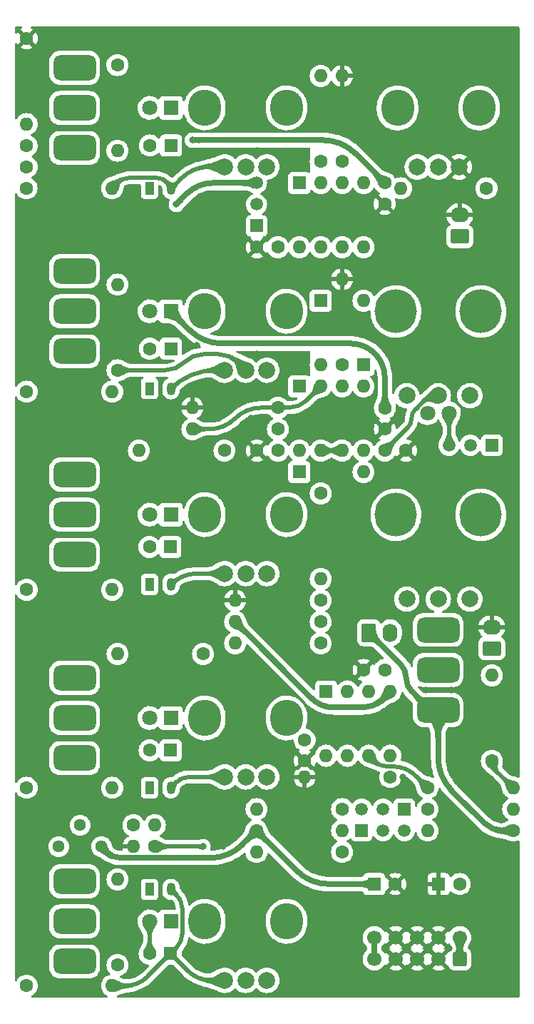
<source format=gbr>
G04 #@! TF.GenerationSoftware,KiCad,Pcbnew,(6.0.5)*
G04 #@! TF.CreationDate,2022-05-27T13:23:59-04:00*
G04 #@! TF.ProjectId,minidrone-rounded,6d696e69-6472-46f6-9e65-2d726f756e64,rev?*
G04 #@! TF.SameCoordinates,Original*
G04 #@! TF.FileFunction,Copper,L1,Top*
G04 #@! TF.FilePolarity,Positive*
%FSLAX46Y46*%
G04 Gerber Fmt 4.6, Leading zero omitted, Abs format (unit mm)*
G04 Created by KiCad (PCBNEW (6.0.5)) date 2022-05-27 13:23:59*
%MOMM*%
%LPD*%
G01*
G04 APERTURE LIST*
G04 Aperture macros list*
%AMRoundRect*
0 Rectangle with rounded corners*
0 $1 Rounding radius*
0 $2 $3 $4 $5 $6 $7 $8 $9 X,Y pos of 4 corners*
0 Add a 4 corners polygon primitive as box body*
4,1,4,$2,$3,$4,$5,$6,$7,$8,$9,$2,$3,0*
0 Add four circle primitives for the rounded corners*
1,1,$1+$1,$2,$3*
1,1,$1+$1,$4,$5*
1,1,$1+$1,$6,$7*
1,1,$1+$1,$8,$9*
0 Add four rect primitives between the rounded corners*
20,1,$1+$1,$2,$3,$4,$5,0*
20,1,$1+$1,$4,$5,$6,$7,0*
20,1,$1+$1,$6,$7,$8,$9,0*
20,1,$1+$1,$8,$9,$2,$3,0*%
G04 Aperture macros list end*
G04 #@! TA.AperFunction,ComponentPad*
%ADD10O,3.900000X4.300000*%
G04 #@! TD*
G04 #@! TA.AperFunction,ComponentPad*
%ADD11C,2.000000*%
G04 #@! TD*
G04 #@! TA.AperFunction,ComponentPad*
%ADD12O,5.000000X5.200000*%
G04 #@! TD*
G04 #@! TA.AperFunction,ComponentPad*
%ADD13RoundRect,0.750000X-1.750000X-0.750000X1.750000X-0.750000X1.750000X0.750000X-1.750000X0.750000X0*%
G04 #@! TD*
G04 #@! TA.AperFunction,ComponentPad*
%ADD14R,1.800000X1.800000*%
G04 #@! TD*
G04 #@! TA.AperFunction,ComponentPad*
%ADD15C,1.800000*%
G04 #@! TD*
G04 #@! TA.AperFunction,ComponentPad*
%ADD16RoundRect,0.250000X-0.620000X-0.845000X0.620000X-0.845000X0.620000X0.845000X-0.620000X0.845000X0*%
G04 #@! TD*
G04 #@! TA.AperFunction,ComponentPad*
%ADD17O,1.740000X2.190000*%
G04 #@! TD*
G04 #@! TA.AperFunction,ComponentPad*
%ADD18C,1.600000*%
G04 #@! TD*
G04 #@! TA.AperFunction,ComponentPad*
%ADD19O,1.600000X1.600000*%
G04 #@! TD*
G04 #@! TA.AperFunction,ComponentPad*
%ADD20RoundRect,0.250000X0.845000X-0.620000X0.845000X0.620000X-0.845000X0.620000X-0.845000X-0.620000X0*%
G04 #@! TD*
G04 #@! TA.AperFunction,ComponentPad*
%ADD21O,2.190000X1.740000*%
G04 #@! TD*
G04 #@! TA.AperFunction,ComponentPad*
%ADD22R,1.600000X1.600000*%
G04 #@! TD*
G04 #@! TA.AperFunction,ComponentPad*
%ADD23R,1.050000X1.500000*%
G04 #@! TD*
G04 #@! TA.AperFunction,ComponentPad*
%ADD24O,1.050000X1.500000*%
G04 #@! TD*
G04 #@! TA.AperFunction,ComponentPad*
%ADD25R,1.500000X1.500000*%
G04 #@! TD*
G04 #@! TA.AperFunction,ComponentPad*
%ADD26C,1.500000*%
G04 #@! TD*
G04 #@! TA.AperFunction,ComponentPad*
%ADD27C,1.440000*%
G04 #@! TD*
G04 #@! TA.AperFunction,ComponentPad*
%ADD28RoundRect,0.250000X0.600000X-0.600000X0.600000X0.600000X-0.600000X0.600000X-0.600000X-0.600000X0*%
G04 #@! TD*
G04 #@! TA.AperFunction,ComponentPad*
%ADD29C,1.700000*%
G04 #@! TD*
G04 #@! TA.AperFunction,ViaPad*
%ADD30C,0.800000*%
G04 #@! TD*
G04 #@! TA.AperFunction,Conductor*
%ADD31C,0.500000*%
G04 #@! TD*
G04 #@! TA.AperFunction,Conductor*
%ADD32C,0.700000*%
G04 #@! TD*
G04 APERTURE END LIST*
D10*
X195335000Y-116820000D03*
X185635000Y-116820000D03*
D11*
X187985000Y-123820000D03*
X190485000Y-123820000D03*
X192985000Y-123820000D03*
D12*
X208310000Y-92710000D03*
X218410000Y-92710000D03*
D11*
X209610000Y-102710000D03*
X213360000Y-102710000D03*
X217110000Y-102710000D03*
D10*
X185635000Y-68560000D03*
X195335000Y-68560000D03*
D11*
X187985000Y-75560000D03*
X190485000Y-75560000D03*
X192985000Y-75560000D03*
D10*
X208510000Y-44450000D03*
X218210000Y-44450000D03*
D11*
X210860000Y-51450000D03*
X213360000Y-51450000D03*
X215860000Y-51450000D03*
D13*
X170165000Y-63810000D03*
X170165000Y-68560000D03*
X170165000Y-73310000D03*
D14*
X181595000Y-92690000D03*
D15*
X179055000Y-92690000D03*
D10*
X185635000Y-140950000D03*
X195335000Y-140950000D03*
D11*
X187985000Y-147950000D03*
X190485000Y-147950000D03*
X192985000Y-147950000D03*
D13*
X170165000Y-112070000D03*
X170165000Y-116820000D03*
X170165000Y-121570000D03*
D16*
X205105000Y-106700000D03*
D17*
X207645000Y-106700000D03*
D14*
X181595000Y-140950000D03*
D15*
X179055000Y-140950000D03*
D14*
X181610000Y-44430000D03*
D15*
X179070000Y-44430000D03*
D14*
X181595000Y-116820000D03*
D15*
X179055000Y-116820000D03*
D13*
X170165000Y-136200000D03*
X170165000Y-140950000D03*
X170165000Y-145700000D03*
X170165000Y-87940000D03*
X170165000Y-92690000D03*
X170165000Y-97440000D03*
D18*
X164465000Y-101600000D03*
D19*
X174625000Y-101600000D03*
D20*
X215900000Y-59690000D03*
D21*
X215900000Y-57150000D03*
D22*
X181570000Y-144780000D03*
D18*
X179070000Y-144780000D03*
X179695000Y-132075000D03*
D19*
X177155000Y-132075000D03*
D18*
X219710000Y-121920000D03*
D19*
X219710000Y-111760000D03*
D18*
X199390000Y-102870000D03*
D19*
X189230000Y-102870000D03*
D18*
X185420000Y-109220000D03*
D19*
X175260000Y-109220000D03*
D23*
X179070000Y-137160000D03*
D24*
X181610000Y-137160000D03*
D22*
X196850000Y-53340000D03*
D19*
X199390000Y-53340000D03*
X201930000Y-53340000D03*
X204470000Y-53340000D03*
X204470000Y-60960000D03*
X201930000Y-60960000D03*
X199390000Y-60960000D03*
X196850000Y-60960000D03*
D18*
X191770000Y-130175000D03*
D19*
X201930000Y-130175000D03*
D18*
X164465000Y-125095000D03*
D19*
X174625000Y-125095000D03*
D18*
X164450000Y-53955000D03*
D19*
X174610000Y-53955000D03*
D18*
X207010000Y-85090000D03*
X209510000Y-85090000D03*
X219075000Y-53975000D03*
D19*
X208915000Y-53975000D03*
D18*
X194320000Y-85090000D03*
X191820000Y-85090000D03*
X164465000Y-36195000D03*
D19*
X164465000Y-46355000D03*
D25*
X204250000Y-130175000D03*
D26*
X206790000Y-130175000D03*
X209330000Y-130175000D03*
D23*
X179070000Y-77745000D03*
D24*
X181610000Y-77745000D03*
D23*
X179070000Y-125095000D03*
D24*
X181610000Y-125095000D03*
D11*
X192985000Y-51430000D03*
X190485000Y-51430000D03*
X187985000Y-51430000D03*
D10*
X185635000Y-44430000D03*
X195335000Y-44430000D03*
D22*
X213400000Y-136525000D03*
D18*
X215900000Y-136525000D03*
X194310000Y-60960000D03*
X191810000Y-60960000D03*
D25*
X209330000Y-127635000D03*
D26*
X206790000Y-127635000D03*
X204250000Y-127635000D03*
D18*
X199390000Y-90170000D03*
D19*
X199390000Y-100330000D03*
D27*
X173355000Y-132080000D03*
X170815000Y-129540000D03*
X168275000Y-132080000D03*
D18*
X204490000Y-111125000D03*
X206990000Y-111125000D03*
D25*
X191770000Y-58420000D03*
D26*
X191770000Y-55880000D03*
X191770000Y-53340000D03*
D23*
X179070000Y-53975000D03*
D24*
X181610000Y-53975000D03*
D22*
X200035000Y-113675000D03*
D19*
X202575000Y-113675000D03*
X205115000Y-113675000D03*
X207655000Y-113675000D03*
X207655000Y-121295000D03*
X205115000Y-121295000D03*
X202575000Y-121295000D03*
X200035000Y-121295000D03*
D18*
X164465000Y-148590000D03*
D19*
X174625000Y-148590000D03*
D18*
X201930000Y-127635000D03*
D19*
X191770000Y-127635000D03*
D22*
X196850000Y-77470000D03*
D19*
X199390000Y-77470000D03*
X201930000Y-77470000D03*
X204470000Y-77470000D03*
X204470000Y-85090000D03*
X201930000Y-85090000D03*
X199390000Y-85090000D03*
X196850000Y-85090000D03*
D22*
X205740000Y-136525000D03*
D18*
X208240000Y-136525000D03*
D22*
X181595000Y-73005000D03*
D18*
X179095000Y-73005000D03*
X201930000Y-50800000D03*
D19*
X201930000Y-40640000D03*
D23*
X179070000Y-100965000D03*
D24*
X181610000Y-100965000D03*
D18*
X212090000Y-125095000D03*
D19*
X222250000Y-125095000D03*
D18*
X164465000Y-48935000D03*
X164465000Y-51435000D03*
D22*
X204470000Y-74930000D03*
D19*
X204470000Y-67310000D03*
D22*
X181610000Y-48895000D03*
D18*
X179110000Y-48895000D03*
X177155000Y-129535000D03*
D19*
X179695000Y-129535000D03*
D18*
X207010000Y-82530000D03*
X207010000Y-80030000D03*
D22*
X181545113Y-96520000D03*
D18*
X179045113Y-96520000D03*
X175260000Y-146125000D03*
D19*
X175260000Y-135965000D03*
D15*
X212090000Y-80645000D03*
X214630000Y-80645000D03*
D14*
X181595000Y-68560000D03*
D15*
X179055000Y-68560000D03*
D13*
X170165000Y-39680000D03*
X170165000Y-44430000D03*
X170165000Y-49180000D03*
X213345000Y-106375000D03*
X213345000Y-111125000D03*
X213345000Y-115875000D03*
D12*
X208310000Y-68580000D03*
X218410000Y-68580000D03*
D11*
X209610000Y-78580000D03*
X213360000Y-78580000D03*
X217110000Y-78580000D03*
D10*
X195335000Y-92690000D03*
X185635000Y-92690000D03*
D11*
X187985000Y-99690000D03*
X190485000Y-99690000D03*
X192985000Y-99690000D03*
D18*
X197485000Y-119400000D03*
X197485000Y-121900000D03*
X199390000Y-107950000D03*
D19*
X189230000Y-107950000D03*
D22*
X199390000Y-67310000D03*
D19*
X199390000Y-74930000D03*
D18*
X175245000Y-39350000D03*
D19*
X175245000Y-49510000D03*
D28*
X215900000Y-145415000D03*
D29*
X215900000Y-142875000D03*
X213360000Y-145415000D03*
X213360000Y-142875000D03*
X210820000Y-145415000D03*
X210820000Y-142875000D03*
X208280000Y-145415000D03*
X208280000Y-142875000D03*
X205740000Y-145415000D03*
X205740000Y-142875000D03*
D18*
X199390000Y-105410000D03*
D19*
X189230000Y-105410000D03*
D18*
X207000000Y-55840000D03*
X207000000Y-53340000D03*
D20*
X219710000Y-108585000D03*
D21*
X219710000Y-106045000D03*
D18*
X212090000Y-127635000D03*
D19*
X222250000Y-127635000D03*
D18*
X175260000Y-75565000D03*
D19*
X175260000Y-65405000D03*
D18*
X187960000Y-85090000D03*
D19*
X177800000Y-85090000D03*
D18*
X222250000Y-130175000D03*
D19*
X212090000Y-130175000D03*
D18*
X194310000Y-80010000D03*
D19*
X184150000Y-80010000D03*
D25*
X219710000Y-84455000D03*
D26*
X217170000Y-84455000D03*
X214630000Y-84455000D03*
D18*
X199390000Y-50800000D03*
D19*
X199390000Y-40640000D03*
D18*
X207645000Y-123825000D03*
D19*
X197485000Y-123825000D03*
D18*
X194310000Y-82550000D03*
D19*
X184150000Y-82550000D03*
D22*
X196850000Y-87630000D03*
D19*
X204470000Y-87630000D03*
D18*
X164465000Y-78105000D03*
D19*
X174625000Y-78105000D03*
D22*
X181570000Y-120650000D03*
D18*
X179070000Y-120650000D03*
X201930000Y-74930000D03*
D19*
X201930000Y-64770000D03*
D18*
X201930000Y-132715000D03*
D19*
X191770000Y-132715000D03*
D30*
X208153000Y-117983000D03*
X189230000Y-125857000D03*
X185674000Y-49911000D03*
X204597000Y-79756000D03*
X218694000Y-98171000D03*
X209550000Y-146685000D03*
X176911000Y-118110000D03*
X190246000Y-133604000D03*
X170688000Y-79883000D03*
X185166000Y-107035600D03*
X167894000Y-85217000D03*
X214884000Y-113538000D03*
X185166000Y-41148000D03*
X214122000Y-134620000D03*
X188722000Y-92964000D03*
X194310000Y-35560000D03*
X167894000Y-124333000D03*
X197485000Y-38735000D03*
X187579000Y-106807000D03*
X213614000Y-126492000D03*
X195453000Y-136017000D03*
X205740000Y-109220000D03*
X186055000Y-149479000D03*
X178689000Y-127762000D03*
X176911000Y-66675000D03*
X219075000Y-126492000D03*
X189992000Y-54864000D03*
X208153000Y-131699000D03*
X207010000Y-146685000D03*
X172847000Y-149479000D03*
X185801000Y-65024000D03*
X174625000Y-105283000D03*
X191135000Y-81280000D03*
X196469000Y-125857000D03*
X176784000Y-54356000D03*
X222250000Y-149225000D03*
X189865000Y-69850000D03*
X183134000Y-90424000D03*
X189103000Y-121920000D03*
X177419000Y-135636000D03*
X212725000Y-76200000D03*
X185674000Y-101092000D03*
X198501000Y-116967000D03*
X219202000Y-131318000D03*
X197866000Y-109474000D03*
X203200000Y-97028000D03*
X219456000Y-75692000D03*
X220599000Y-100711000D03*
X192786000Y-125857000D03*
X209550000Y-64770000D03*
X215900000Y-147955000D03*
X218821000Y-147701000D03*
X202438000Y-117094000D03*
X200660000Y-145923000D03*
X173609000Y-135382000D03*
X175895000Y-46355000D03*
X213106000Y-88900000D03*
X195326000Y-149479000D03*
X217932000Y-134493000D03*
X177546000Y-51181000D03*
X177292000Y-124841000D03*
X191516000Y-101854000D03*
X212090000Y-141605000D03*
X219075000Y-51435000D03*
X167005000Y-35560000D03*
X211836000Y-113538000D03*
X214630000Y-144145000D03*
X208915000Y-104775000D03*
X176911000Y-77343000D03*
X195199000Y-96012000D03*
X213360000Y-49530000D03*
X172720000Y-53340000D03*
X206883000Y-125603000D03*
X189230000Y-97790000D03*
X189230000Y-49657000D03*
X165862000Y-140208000D03*
X192405000Y-121666000D03*
X184150000Y-48260000D03*
X189992000Y-111887000D03*
X204470000Y-146685000D03*
X167894000Y-61214000D03*
X199263000Y-96520000D03*
X189865000Y-130048000D03*
X167386000Y-143256000D03*
X193167000Y-90297000D03*
X210947000Y-108712000D03*
X177292000Y-93472000D03*
X221742000Y-145923000D03*
X216027000Y-118110000D03*
X182499000Y-63500000D03*
X201803000Y-55245000D03*
X167894000Y-129921000D03*
X175260000Y-35560000D03*
X211201000Y-136906000D03*
X175260000Y-131826000D03*
X193675000Y-40640000D03*
X169164000Y-105029000D03*
X177546000Y-101600000D03*
X173990000Y-68580000D03*
X203200000Y-46990000D03*
X167894000Y-76073000D03*
X211201000Y-149225000D03*
X179705000Y-60452000D03*
X204470000Y-144145000D03*
X179070000Y-38100000D03*
X199263000Y-138303000D03*
X208915000Y-98425000D03*
X167894000Y-56134000D03*
X220853000Y-128778000D03*
X201803000Y-58801000D03*
X189992000Y-89916000D03*
X220980000Y-65405000D03*
X166370000Y-149225000D03*
X185547000Y-130429000D03*
X195199000Y-51943000D03*
X177546000Y-74168000D03*
X185420000Y-85090000D03*
X183388000Y-38100000D03*
X179832000Y-85344000D03*
X209042000Y-56261000D03*
X210566000Y-118110000D03*
X211455000Y-82405989D03*
X194945000Y-64008000D03*
X171577000Y-101981000D03*
X218440000Y-39370000D03*
X176149000Y-62230000D03*
X206502000Y-86868000D03*
X184912000Y-77216000D03*
X193294000Y-128778000D03*
X207010000Y-144145000D03*
X220980000Y-95123000D03*
X202946000Y-125984000D03*
X214630000Y-69215000D03*
X179832000Y-66548000D03*
X218948000Y-138430000D03*
X199009000Y-92837000D03*
X190881000Y-109347000D03*
X199390000Y-79375000D03*
X192278000Y-140462000D03*
X187960000Y-59690000D03*
X178435000Y-41275000D03*
X187452000Y-128270000D03*
X191770000Y-46355000D03*
X222250000Y-35560000D03*
X186944000Y-103886000D03*
X195834000Y-144145000D03*
X205740000Y-95377000D03*
X209550000Y-138811000D03*
X220726000Y-134620000D03*
X186690000Y-89662000D03*
X204597000Y-55499000D03*
X218821000Y-143129000D03*
X175514000Y-88138000D03*
X221996000Y-137668000D03*
X201168000Y-101854000D03*
X212598000Y-53594000D03*
X198247000Y-55118000D03*
X177673000Y-70485000D03*
X220980000Y-49530000D03*
X193294000Y-137668000D03*
X205740000Y-90043000D03*
X210566000Y-131445000D03*
X200152000Y-119253000D03*
X216281000Y-81915000D03*
X209423000Y-120650000D03*
X202438000Y-143129000D03*
X222250000Y-46990000D03*
X209550000Y-144145000D03*
X181737000Y-147574000D03*
X213995000Y-43180000D03*
X177800000Y-109601000D03*
X175260000Y-57404000D03*
X215011000Y-130683000D03*
X185674000Y-54864000D03*
X220980000Y-120523000D03*
X212598000Y-139700000D03*
X199390000Y-83185000D03*
X177927000Y-112649000D03*
X197612000Y-70866000D03*
X211836000Y-122174000D03*
X208661000Y-81026000D03*
X210185000Y-134239000D03*
X187833000Y-132080000D03*
X191008000Y-115062000D03*
X216916000Y-89281000D03*
X173736000Y-121031000D03*
X192024000Y-145796000D03*
X209550000Y-39370000D03*
X207010000Y-141605000D03*
X204470000Y-141605000D03*
X192786000Y-106426000D03*
X209169000Y-114935000D03*
X217932000Y-122174000D03*
X188722000Y-44704000D03*
X217805000Y-62230000D03*
X199644000Y-141732000D03*
X214630000Y-141605000D03*
X201549000Y-149479000D03*
X173990000Y-72771000D03*
X211582000Y-101727000D03*
X188595000Y-39370000D03*
X173863000Y-96901000D03*
X179959000Y-114808000D03*
X190373000Y-136144000D03*
X178816000Y-149479000D03*
X220980000Y-90043000D03*
X181864000Y-108458000D03*
X188722000Y-117094000D03*
X208407000Y-76708000D03*
X185801000Y-125349000D03*
X186182000Y-122428000D03*
X182626000Y-57404000D03*
X215900000Y-108712000D03*
X199390000Y-64770000D03*
X167640000Y-51816000D03*
X166370000Y-43815000D03*
X209550000Y-141605000D03*
X191897000Y-49530000D03*
X172085000Y-127254000D03*
X212725000Y-61595000D03*
X215900000Y-73533000D03*
X216027000Y-95504000D03*
X212090000Y-146685000D03*
X202057000Y-140081000D03*
X195453000Y-120142000D03*
X204470000Y-35560000D03*
X207137000Y-138303000D03*
X202057000Y-91440000D03*
X219583000Y-114046000D03*
X179705000Y-90678000D03*
X176657000Y-98171000D03*
X167767000Y-99949000D03*
X186944000Y-111125000D03*
X167894000Y-109347000D03*
X187325000Y-81280000D03*
X185801000Y-120396000D03*
X173990000Y-92710000D03*
X197612000Y-99314000D03*
X186690000Y-35560000D03*
X192024000Y-97282000D03*
X206248000Y-59182000D03*
X212090000Y-144145000D03*
X211328000Y-96901000D03*
X209169000Y-123825000D03*
X185674000Y-134874000D03*
X182245000Y-128270000D03*
X195580000Y-103124000D03*
X181991000Y-113030000D03*
X203200000Y-42545000D03*
X180086000Y-80391000D03*
X204343000Y-138049000D03*
X184150000Y-144653000D03*
X182245000Y-102743000D03*
X196850000Y-74930000D03*
X198501000Y-144272000D03*
X222504000Y-132080000D03*
X191770000Y-73660000D03*
X185420000Y-132080000D03*
X205613000Y-134620000D03*
X194056000Y-112395000D03*
X219075000Y-64770000D03*
X188722000Y-141224000D03*
X214757000Y-120777000D03*
X171450000Y-59055000D03*
X211963000Y-92075000D03*
X179324000Y-105029000D03*
X212090000Y-67945000D03*
X193675000Y-77470000D03*
X219456000Y-80645000D03*
X172085000Y-107823000D03*
X185166000Y-96266000D03*
X215900000Y-85979000D03*
X210185000Y-59690000D03*
X175006000Y-144145000D03*
X203200000Y-104648000D03*
X204470000Y-64770000D03*
X183134000Y-84582000D03*
X173482000Y-42164000D03*
X203200000Y-86360000D03*
X166370000Y-39370000D03*
X202057000Y-82804000D03*
X220345000Y-87122000D03*
X173863000Y-140462000D03*
X194818000Y-86995000D03*
X213995000Y-35560000D03*
X171196000Y-132461000D03*
X174625000Y-82042000D03*
X177419000Y-138938000D03*
X220980000Y-71374000D03*
X182245000Y-55880000D03*
X210185000Y-73660000D03*
X184658000Y-72644000D03*
D31*
X186067619Y-51430000D02*
X187985000Y-51430000D01*
X182247500Y-124457500D02*
X181610000Y-125095000D01*
X183786561Y-123820000D02*
X187985000Y-123820000D01*
X179860215Y-52725000D02*
X176709741Y-52725000D01*
X181610000Y-53862500D02*
X181610000Y-53975000D01*
X181097500Y-53237500D02*
X181530450Y-53670450D01*
X175225000Y-53340000D02*
X174610000Y-53955000D01*
X182905000Y-52740000D02*
X181595000Y-54050000D01*
X178868389Y-147481609D02*
X180882744Y-145467255D01*
X182944511Y-142433562D02*
X182944511Y-139438152D01*
X186362500Y-147950000D02*
X187985000Y-147950000D01*
X182257255Y-145467255D02*
X183592719Y-146802719D01*
X176192500Y-148590000D02*
X174625000Y-148590000D01*
X182277255Y-137827255D02*
X181610000Y-137160000D01*
X181609999Y-53862500D02*
G75*
G03*
X181530449Y-53670451I-271599J0D01*
G01*
X175224988Y-53339988D02*
G75*
G02*
X176709741Y-52725000I1484712J-1484712D01*
G01*
X179860215Y-52724994D02*
G75*
G02*
X181097500Y-53237500I-15J-1749806D01*
G01*
X182904994Y-52739994D02*
G75*
G02*
X186067619Y-51430000I3162606J-3162606D01*
G01*
X209734736Y-82365235D02*
G75*
G03*
X210185000Y-81278251I-1087036J1087035D01*
G01*
X182944527Y-139438152D02*
G75*
G03*
X182277255Y-137827255I-2278227J-48D01*
G01*
X182247511Y-124457511D02*
G75*
G02*
X183786561Y-123820000I1539089J-1539089D01*
G01*
X210185022Y-81278251D02*
G75*
G02*
X210635250Y-80191253I1537178J51D01*
G01*
X186362500Y-147949988D02*
G75*
G02*
X183592720Y-146802718I0J3917088D01*
G01*
X183197489Y-74612489D02*
G75*
G02*
X185497038Y-73660000I2299511J-2299511D01*
G01*
X187241497Y-73660002D02*
G75*
G02*
X189534999Y-74610001I3J-3243498D01*
G01*
X176192500Y-148589992D02*
G75*
G03*
X178868389Y-147481609I0J3784292D01*
G01*
X211852798Y-78973658D02*
G75*
G02*
X212803251Y-78580000I950402J-950442D01*
G01*
X180897961Y-75564984D02*
G75*
G03*
X183197500Y-74612500I39J3251984D01*
G01*
X182257255Y-145467255D02*
G75*
G02*
X182257256Y-144092745I687245J687255D01*
G01*
X182257269Y-144092758D02*
G75*
G03*
X182944511Y-142433562I-1659169J1659158D01*
G01*
X207300931Y-122575479D02*
G75*
G02*
X205755244Y-121935244I-31J2185879D01*
G01*
X195580000Y-80009985D02*
G75*
G03*
X197748025Y-79111974I0J3066085D01*
G01*
X186163948Y-82550020D02*
G75*
G03*
X189230000Y-81280000I-48J4336120D01*
G01*
X185411464Y-132075015D02*
G75*
G02*
X185417500Y-132077500I36J-8485D01*
G01*
X189229985Y-81279985D02*
G75*
G02*
X192296051Y-80010000I3066015J-3066015D01*
G01*
X207982989Y-122575511D02*
G75*
G02*
X210693021Y-123698021I11J-3832589D01*
G01*
X219934509Y-122779503D02*
G75*
G02*
X219710000Y-122237500I541991J542003D01*
G01*
X179070000Y-144780000D02*
X179070000Y-140965000D01*
D32*
X203513792Y-49853792D02*
X207000000Y-53340000D01*
X183831207Y-70796207D02*
X181595000Y-68560000D01*
X213345000Y-116350000D02*
X213345000Y-121556036D01*
X198299605Y-114479605D02*
X189230000Y-105410000D01*
X207010000Y-76454583D02*
X207010000Y-80030000D01*
X200932053Y-115570000D02*
X204420032Y-115570000D01*
X202945416Y-72390000D02*
X187678963Y-72390000D01*
X199666036Y-48260000D02*
X184150000Y-48260000D01*
X206707500Y-114622500D02*
X207655000Y-113675000D01*
X220980000Y-130175000D02*
X222250000Y-130175000D01*
D31*
X189535000Y-74610000D02*
X190485000Y-75560000D01*
D32*
X210224755Y-113704755D02*
X212059124Y-115539124D01*
X205116749Y-106700000D02*
X205105000Y-106700000D01*
X218811974Y-129276974D02*
X214938792Y-125403792D01*
X208875244Y-110446746D02*
X205136805Y-106708307D01*
D31*
X187241497Y-73660000D02*
X185497038Y-73660000D01*
X180897961Y-75565000D02*
X175260000Y-75565000D01*
X209734750Y-82365249D02*
X207010000Y-85090000D01*
D32*
X183515000Y-54610000D02*
X182245000Y-55880000D01*
D31*
X212803251Y-78580000D02*
X213360000Y-78580000D01*
X211852820Y-78973680D02*
X210635249Y-80191252D01*
D32*
X186581051Y-53340000D02*
X191770000Y-53340000D01*
D31*
X185411464Y-132075000D02*
X179695000Y-132075000D01*
X197748025Y-79111974D02*
X199390000Y-77470000D01*
X186163948Y-82550000D02*
X184140000Y-82550000D01*
X185417500Y-132077500D02*
X185420000Y-132080000D01*
X199390000Y-85090000D02*
X201930000Y-85090000D01*
X214630000Y-80645000D02*
X214630000Y-84455000D01*
X193040000Y-80010000D02*
X192296051Y-80010000D01*
X210693021Y-123698021D02*
X212090000Y-125095000D01*
X219710000Y-122237500D02*
X219710000Y-121920000D01*
X207300931Y-122575489D02*
X207982989Y-122575489D01*
X219934506Y-122779506D02*
X222250000Y-125095000D01*
X205755244Y-121935244D02*
X205115000Y-121295000D01*
X181570000Y-144780000D02*
X181570000Y-144779999D01*
X181570000Y-144779999D02*
X182257255Y-144092744D01*
X180882744Y-145467255D02*
X182257255Y-144092744D01*
X195580000Y-80010000D02*
X193040000Y-80010000D01*
X181570000Y-144780000D02*
X181569999Y-144780000D01*
X181569999Y-144780000D02*
X180882744Y-145467255D01*
D32*
X196526215Y-134931199D02*
G75*
G03*
X200373963Y-136525000I3847785J3847799D01*
G01*
X191770000Y-130175000D02*
X190114281Y-131830717D01*
X186266525Y-133424511D02*
X175650223Y-133424511D01*
X174027255Y-132752255D02*
X173355000Y-132080000D01*
D31*
X181570000Y-144780000D02*
X182257255Y-145467255D01*
D32*
X187678963Y-72390010D02*
G75*
G02*
X183831208Y-70796206I37J5441610D01*
G01*
X202945416Y-72389994D02*
G75*
G02*
X205819510Y-73580490I-16J-4064606D01*
G01*
X212870000Y-115874985D02*
G75*
G02*
X212059125Y-115539123I0J1146785D01*
G01*
X212870000Y-115875000D02*
G75*
G02*
X213345000Y-116350000I0J-475000D01*
G01*
X210224722Y-113704788D02*
G75*
G02*
X209550000Y-112075751I1629078J1628988D01*
G01*
X220980000Y-130174985D02*
G75*
G02*
X218811975Y-129276973I0J3066085D01*
G01*
X209550023Y-112075751D02*
G75*
G03*
X208875244Y-110446746I-2303823J-49D01*
G01*
X207010006Y-76454583D02*
G75*
G03*
X205819510Y-73580490I-4064606J-17D01*
G01*
X204420032Y-115570013D02*
G75*
G03*
X206707500Y-114622500I-32J3235013D01*
G01*
X214938800Y-125403784D02*
G75*
G02*
X213345000Y-121556036I3847800J3847784D01*
G01*
X205116749Y-106700047D02*
G75*
G02*
X205136805Y-106708307I51J-28353D01*
G01*
X200932053Y-115570046D02*
G75*
G02*
X198299605Y-114479605I47J3722846D01*
G01*
X183514985Y-54609985D02*
G75*
G02*
X186581051Y-53340000I3066015J-3066015D01*
G01*
X199666036Y-48259990D02*
G75*
G02*
X203513791Y-49853793I-36J-5441610D01*
G01*
X196526207Y-134931207D02*
X191770000Y-130175000D01*
X205740000Y-136525000D02*
X200373963Y-136525000D01*
D31*
X187985000Y-99690000D02*
X184688111Y-99690000D01*
D32*
X186266525Y-133424538D02*
G75*
G03*
X190114280Y-131830716I-25J5441538D01*
G01*
X174027246Y-132752264D02*
G75*
G03*
X175650223Y-133424511I1622954J1622964D01*
G01*
X215900000Y-145415000D02*
X215900000Y-142875000D01*
X205740000Y-145415000D02*
X205740000Y-142875000D01*
D31*
X184688111Y-99690010D02*
G75*
G03*
X181610001Y-100965001I-11J-4353090D01*
G01*
X186885025Y-75560024D02*
G75*
G03*
X181610000Y-77745000I-25J-7459976D01*
G01*
X187985000Y-75560000D02*
X186885025Y-75560000D01*
G04 #@! TA.AperFunction,Conductor*
G36*
X221197607Y-123688601D02*
G01*
X221337125Y-123820479D01*
X221337264Y-123820610D01*
X221470347Y-123930038D01*
X221470533Y-123930166D01*
X221470541Y-123930172D01*
X221592626Y-124014148D01*
X221592853Y-124014304D01*
X221709048Y-124078642D01*
X221709293Y-124078748D01*
X221709302Y-124078753D01*
X221768268Y-124104398D01*
X221823197Y-124128287D01*
X221939565Y-124168473D01*
X221939685Y-124168508D01*
X221939697Y-124168512D01*
X222013105Y-124189999D01*
X222062419Y-124204433D01*
X222195898Y-124241369D01*
X222196045Y-124241410D01*
X222344461Y-124284564D01*
X222344818Y-124284674D01*
X222504629Y-124336730D01*
X222511434Y-124342551D01*
X222512703Y-124347624D01*
X222518974Y-124668417D01*
X222532604Y-125365677D01*
X222529339Y-125374016D01*
X222520677Y-125377604D01*
X222177777Y-125370901D01*
X221502625Y-125357703D01*
X221494422Y-125354115D01*
X221491730Y-125349629D01*
X221439674Y-125189818D01*
X221439564Y-125189461D01*
X221396403Y-125041022D01*
X221396362Y-125040875D01*
X221359433Y-124907419D01*
X221323512Y-124784697D01*
X221323508Y-124784685D01*
X221323473Y-124784565D01*
X221283287Y-124668197D01*
X221259398Y-124613268D01*
X221233753Y-124554302D01*
X221233748Y-124554293D01*
X221233642Y-124554048D01*
X221169304Y-124437853D01*
X221169148Y-124437626D01*
X221085172Y-124315541D01*
X221085166Y-124315533D01*
X221085038Y-124315347D01*
X220975610Y-124182264D01*
X220962611Y-124168512D01*
X220843601Y-124042607D01*
X220840409Y-124034241D01*
X220843831Y-124026297D01*
X221181297Y-123688831D01*
X221189570Y-123685404D01*
X221197607Y-123688601D01*
G37*
G04 #@! TD.AperFunction*
G04 #@! TA.AperFunction,Conductor*
G36*
X211037607Y-123688601D02*
G01*
X211177125Y-123820479D01*
X211177264Y-123820610D01*
X211310347Y-123930038D01*
X211310533Y-123930166D01*
X211310541Y-123930172D01*
X211432626Y-124014148D01*
X211432853Y-124014304D01*
X211549048Y-124078642D01*
X211549293Y-124078748D01*
X211549302Y-124078753D01*
X211608268Y-124104398D01*
X211663197Y-124128287D01*
X211779565Y-124168473D01*
X211779685Y-124168508D01*
X211779697Y-124168512D01*
X211853105Y-124189999D01*
X211902419Y-124204433D01*
X212035898Y-124241369D01*
X212036045Y-124241410D01*
X212184461Y-124284564D01*
X212184818Y-124284674D01*
X212344629Y-124336730D01*
X212351434Y-124342551D01*
X212352703Y-124347624D01*
X212358974Y-124668417D01*
X212372604Y-125365677D01*
X212369339Y-125374016D01*
X212360677Y-125377604D01*
X212017777Y-125370901D01*
X211342625Y-125357703D01*
X211334422Y-125354115D01*
X211331730Y-125349629D01*
X211279674Y-125189818D01*
X211279564Y-125189461D01*
X211236403Y-125041022D01*
X211236362Y-125040875D01*
X211199433Y-124907419D01*
X211163512Y-124784697D01*
X211163508Y-124784685D01*
X211163473Y-124784565D01*
X211123287Y-124668197D01*
X211099398Y-124613268D01*
X211073753Y-124554302D01*
X211073748Y-124554293D01*
X211073642Y-124554048D01*
X211009304Y-124437853D01*
X211009148Y-124437626D01*
X210925172Y-124315541D01*
X210925166Y-124315533D01*
X210925038Y-124315347D01*
X210815610Y-124182264D01*
X210802611Y-124168512D01*
X210683601Y-124042607D01*
X210680409Y-124034241D01*
X210683831Y-124026297D01*
X211021297Y-123688831D01*
X211029570Y-123685404D01*
X211037607Y-123688601D01*
G37*
G04 #@! TD.AperFunction*
G04 #@! TA.AperFunction,Conductor*
G36*
X184506129Y-81833778D02*
G01*
X184654901Y-81909536D01*
X184655242Y-81909717D01*
X184789726Y-81983883D01*
X184789796Y-81983922D01*
X184909493Y-82052135D01*
X185020933Y-82113593D01*
X185130774Y-82167564D01*
X185130966Y-82167641D01*
X185130974Y-82167644D01*
X185225327Y-82205216D01*
X185245701Y-82213329D01*
X185245968Y-82213407D01*
X185245972Y-82213408D01*
X185372139Y-82250096D01*
X185372143Y-82250097D01*
X185372401Y-82250172D01*
X185372663Y-82250221D01*
X185372671Y-82250223D01*
X185451329Y-82264964D01*
X185517560Y-82277376D01*
X185580278Y-82283581D01*
X185687668Y-82294205D01*
X185687679Y-82294206D01*
X185687864Y-82294224D01*
X185688052Y-82294229D01*
X185688062Y-82294230D01*
X185804350Y-82297553D01*
X185878635Y-82299675D01*
X185886806Y-82303337D01*
X185890000Y-82311370D01*
X185890000Y-82788630D01*
X185886573Y-82796903D01*
X185878635Y-82800325D01*
X185793887Y-82802746D01*
X185688062Y-82805769D01*
X185688052Y-82805770D01*
X185687864Y-82805775D01*
X185687679Y-82805793D01*
X185687668Y-82805794D01*
X185580278Y-82816418D01*
X185517560Y-82822623D01*
X185451329Y-82835035D01*
X185372671Y-82849776D01*
X185372663Y-82849778D01*
X185372401Y-82849827D01*
X185372143Y-82849902D01*
X185372139Y-82849903D01*
X185245972Y-82886591D01*
X185245968Y-82886592D01*
X185245701Y-82886670D01*
X185245434Y-82886776D01*
X185245435Y-82886776D01*
X185130974Y-82932355D01*
X185130966Y-82932358D01*
X185130774Y-82932435D01*
X185020933Y-82986406D01*
X184909493Y-83047864D01*
X184789796Y-83116077D01*
X184789726Y-83116116D01*
X184670279Y-83181990D01*
X184655242Y-83190282D01*
X184654901Y-83190463D01*
X184506129Y-83266222D01*
X184497202Y-83266923D01*
X184492710Y-83264229D01*
X184009969Y-82800000D01*
X183758769Y-82558433D01*
X183755181Y-82550229D01*
X183758769Y-82541567D01*
X184492710Y-81835771D01*
X184501049Y-81832506D01*
X184506129Y-81833778D01*
G37*
G04 #@! TD.AperFunction*
G04 #@! TA.AperFunction,Conductor*
G36*
X201587287Y-84375768D02*
G01*
X202070330Y-84840287D01*
X202321231Y-85081567D01*
X202324819Y-85089771D01*
X202321231Y-85098433D01*
X201742037Y-85655416D01*
X201587287Y-85804232D01*
X201578948Y-85807497D01*
X201573873Y-85806228D01*
X201424049Y-85730028D01*
X201423719Y-85729853D01*
X201288327Y-85655459D01*
X201288194Y-85655385D01*
X201167634Y-85587086D01*
X201055464Y-85525713D01*
X201055463Y-85525712D01*
X201055336Y-85525643D01*
X200944635Y-85471773D01*
X200828815Y-85426162D01*
X200701159Y-85389494D01*
X200554949Y-85362454D01*
X200383468Y-85345727D01*
X200180000Y-85340000D01*
X200180000Y-84840000D01*
X200383468Y-84834272D01*
X200554949Y-84817545D01*
X200660000Y-84798117D01*
X200701159Y-84790505D01*
X200828815Y-84753837D01*
X200944635Y-84708226D01*
X201055336Y-84654356D01*
X201167634Y-84592913D01*
X201202712Y-84573041D01*
X201288194Y-84524614D01*
X201288327Y-84524540D01*
X201423719Y-84450146D01*
X201424049Y-84449971D01*
X201573873Y-84373772D01*
X201582801Y-84373076D01*
X201587287Y-84375768D01*
G37*
G04 #@! TD.AperFunction*
G04 #@! TA.AperFunction,Conductor*
G36*
X199669016Y-77190661D02*
G01*
X199672604Y-77199323D01*
X199672290Y-77215371D01*
X199654467Y-78127147D01*
X199652703Y-78217374D01*
X199649115Y-78225578D01*
X199644629Y-78228270D01*
X199484817Y-78280325D01*
X199484460Y-78280435D01*
X199336045Y-78323589D01*
X199335898Y-78323630D01*
X199202418Y-78360566D01*
X199079697Y-78396487D01*
X199079685Y-78396491D01*
X199079565Y-78396526D01*
X198963196Y-78436712D01*
X198908278Y-78460596D01*
X198849301Y-78486245D01*
X198849292Y-78486250D01*
X198849047Y-78486356D01*
X198848814Y-78486485D01*
X198848812Y-78486486D01*
X198754509Y-78538703D01*
X198732852Y-78550695D01*
X198610346Y-78634960D01*
X198477263Y-78744388D01*
X198477130Y-78744514D01*
X198477124Y-78744519D01*
X198337606Y-78876398D01*
X198329240Y-78879590D01*
X198321296Y-78876168D01*
X197983831Y-78538703D01*
X197980404Y-78530430D01*
X197983601Y-78522393D01*
X198115479Y-78382874D01*
X198115484Y-78382868D01*
X198115610Y-78382735D01*
X198225038Y-78249653D01*
X198225166Y-78249467D01*
X198225172Y-78249459D01*
X198309148Y-78127374D01*
X198309149Y-78127372D01*
X198309304Y-78127147D01*
X198373642Y-78010952D01*
X198373748Y-78010707D01*
X198373753Y-78010698D01*
X198423193Y-77897017D01*
X198423287Y-77896802D01*
X198463473Y-77780434D01*
X198499433Y-77657580D01*
X198536403Y-77523977D01*
X198579564Y-77375538D01*
X198579674Y-77375181D01*
X198631730Y-77215371D01*
X198637551Y-77208566D01*
X198642624Y-77207297D01*
X199317777Y-77194099D01*
X199660677Y-77187396D01*
X199669016Y-77190661D01*
G37*
G04 #@! TD.AperFunction*
G04 #@! TA.AperFunction,Conductor*
G36*
X208078703Y-83683831D02*
G01*
X208416169Y-84021296D01*
X208419596Y-84029569D01*
X208416399Y-84037606D01*
X208297469Y-84163425D01*
X208284389Y-84177263D01*
X208174961Y-84310346D01*
X208174833Y-84310532D01*
X208174827Y-84310540D01*
X208158479Y-84334307D01*
X208090695Y-84432852D01*
X208026357Y-84549047D01*
X208026251Y-84549292D01*
X208026246Y-84549301D01*
X208000601Y-84608267D01*
X207976712Y-84663196D01*
X207936526Y-84779565D01*
X207936491Y-84779685D01*
X207936487Y-84779697D01*
X207900566Y-84902418D01*
X207900552Y-84902468D01*
X207863637Y-85035875D01*
X207863596Y-85036022D01*
X207820435Y-85184460D01*
X207820325Y-85184817D01*
X207768270Y-85344629D01*
X207762449Y-85351434D01*
X207757376Y-85352703D01*
X207082223Y-85365901D01*
X206739323Y-85372604D01*
X206730984Y-85369339D01*
X206727396Y-85360677D01*
X206741026Y-84663416D01*
X206747297Y-84342625D01*
X206750885Y-84334422D01*
X206755371Y-84331730D01*
X206915181Y-84279674D01*
X206915538Y-84279564D01*
X207063954Y-84236410D01*
X207064101Y-84236369D01*
X207197580Y-84199433D01*
X207273797Y-84177124D01*
X207320302Y-84163512D01*
X207320314Y-84163508D01*
X207320434Y-84163473D01*
X207436802Y-84123287D01*
X207491727Y-84099400D01*
X207550698Y-84073753D01*
X207550707Y-84073748D01*
X207550952Y-84073642D01*
X207616034Y-84037606D01*
X207666907Y-84009437D01*
X207666909Y-84009436D01*
X207667147Y-84009304D01*
X207667374Y-84009148D01*
X207789458Y-83925172D01*
X207789466Y-83925166D01*
X207789652Y-83925038D01*
X207922735Y-83815610D01*
X207922874Y-83815479D01*
X208062393Y-83683601D01*
X208070759Y-83680409D01*
X208078703Y-83683831D01*
G37*
G04 #@! TD.AperFunction*
G04 #@! TA.AperFunction,Conductor*
G36*
X214638433Y-80203769D02*
G01*
X215434208Y-81031277D01*
X215437473Y-81039616D01*
X215436183Y-81044731D01*
X215348043Y-81216379D01*
X215347832Y-81216771D01*
X215261099Y-81370171D01*
X215260995Y-81370350D01*
X215180412Y-81506108D01*
X215107081Y-81631964D01*
X215042119Y-81755643D01*
X214986587Y-81884962D01*
X214941548Y-82027739D01*
X214941490Y-82028025D01*
X214908117Y-82191521D01*
X214908115Y-82191532D01*
X214908062Y-82191793D01*
X214887192Y-82384941D01*
X214887185Y-82385177D01*
X214880354Y-82603666D01*
X214876671Y-82611828D01*
X214868660Y-82615000D01*
X214391340Y-82615000D01*
X214383067Y-82611573D01*
X214379646Y-82603666D01*
X214372814Y-82385177D01*
X214372807Y-82384941D01*
X214351937Y-82191793D01*
X214351884Y-82191532D01*
X214351882Y-82191521D01*
X214318509Y-82028025D01*
X214318451Y-82027739D01*
X214273412Y-81884962D01*
X214217880Y-81755643D01*
X214152918Y-81631964D01*
X214079587Y-81506108D01*
X213999004Y-81370350D01*
X213998900Y-81370171D01*
X213912174Y-81216784D01*
X213911951Y-81216369D01*
X213823816Y-81044732D01*
X213823085Y-81035808D01*
X213825791Y-81031278D01*
X214621567Y-80203769D01*
X214629771Y-80200181D01*
X214638433Y-80203769D01*
G37*
G04 #@! TD.AperFunction*
G04 #@! TA.AperFunction,Conductor*
G36*
X185255845Y-131723434D02*
G01*
X185304859Y-131771766D01*
X185611321Y-132073966D01*
X185614806Y-132082215D01*
X185611109Y-132090831D01*
X185246945Y-132432342D01*
X185238567Y-132435502D01*
X185233948Y-132434388D01*
X185174787Y-132406461D01*
X185174779Y-132406457D01*
X185174636Y-132406390D01*
X185113138Y-132381435D01*
X185054480Y-132362180D01*
X185030145Y-132356181D01*
X184996697Y-132347936D01*
X184996689Y-132347934D01*
X184996497Y-132347887D01*
X184937023Y-132337818D01*
X184936836Y-132337798D01*
X184936825Y-132337797D01*
X184874035Y-132331250D01*
X184874030Y-132331250D01*
X184873890Y-132331235D01*
X184860613Y-132330497D01*
X184805051Y-132327406D01*
X184805018Y-132327405D01*
X184804934Y-132327400D01*
X184804855Y-132327398D01*
X184804827Y-132327397D01*
X184728038Y-132325575D01*
X184728026Y-132325575D01*
X184727989Y-132325574D01*
X184640887Y-132325020D01*
X184553162Y-132325002D01*
X184544889Y-132321573D01*
X184541464Y-132313302D01*
X184541464Y-131836701D01*
X184544891Y-131828428D01*
X184553164Y-131825001D01*
X184641970Y-131825012D01*
X184729945Y-131824567D01*
X184729965Y-131824567D01*
X184775047Y-131823623D01*
X184807619Y-131822942D01*
X184841783Y-131821211D01*
X184877069Y-131819423D01*
X184877081Y-131819422D01*
X184877221Y-131819415D01*
X184917355Y-131815543D01*
X184940808Y-131813281D01*
X184940818Y-131813280D01*
X184940981Y-131813264D01*
X184977252Y-131807535D01*
X185000920Y-131803797D01*
X185000928Y-131803795D01*
X185001127Y-131803764D01*
X185001335Y-131803716D01*
X185059679Y-131790244D01*
X185059686Y-131790242D01*
X185059890Y-131790195D01*
X185096554Y-131778901D01*
X185119318Y-131771889D01*
X185119325Y-131771887D01*
X185119499Y-131771833D01*
X185182184Y-131747956D01*
X185242893Y-131721067D01*
X185251844Y-131720850D01*
X185255845Y-131723434D01*
G37*
G04 #@! TD.AperFunction*
G04 #@! TA.AperFunction,Conductor*
G36*
X182621011Y-55025648D02*
G01*
X183099352Y-55503989D01*
X183102779Y-55512262D01*
X183099308Y-55520579D01*
X183034939Y-55584273D01*
X182965024Y-55652304D01*
X182964969Y-55652326D01*
X182964985Y-55652342D01*
X182898788Y-55716135D01*
X182898781Y-55716141D01*
X182837326Y-55775274D01*
X182781579Y-55829383D01*
X182732526Y-55878084D01*
X182691147Y-55921000D01*
X182658421Y-55957755D01*
X182635327Y-55987970D01*
X182635109Y-55988377D01*
X182626081Y-56005231D01*
X182619153Y-56010905D01*
X182615997Y-56011404D01*
X182453555Y-56014579D01*
X182115744Y-56021183D01*
X182107405Y-56017918D01*
X182103817Y-56009256D01*
X182113370Y-55520579D01*
X182113596Y-55509003D01*
X182117184Y-55500799D01*
X182119769Y-55498919D01*
X182136611Y-55489896D01*
X182136612Y-55489896D01*
X182137029Y-55489672D01*
X182167244Y-55466578D01*
X182167415Y-55466426D01*
X182167422Y-55466420D01*
X182203913Y-55433929D01*
X182203924Y-55433919D01*
X182203999Y-55433852D01*
X182246915Y-55392473D01*
X182295616Y-55343420D01*
X182349725Y-55287673D01*
X182408858Y-55226218D01*
X182408864Y-55226211D01*
X182472657Y-55160014D01*
X182472673Y-55160029D01*
X182472695Y-55159975D01*
X182540659Y-55090129D01*
X182540754Y-55090088D01*
X182540726Y-55090061D01*
X182604421Y-55025692D01*
X182612676Y-55022221D01*
X182621011Y-55025648D01*
G37*
G04 #@! TD.AperFunction*
G04 #@! TA.AperFunction,Conductor*
G36*
X214876876Y-82818427D02*
G01*
X214880299Y-82826393D01*
X214884996Y-83005200D01*
X214899655Y-83165870D01*
X214923477Y-83303174D01*
X214955965Y-83423280D01*
X214996621Y-83532354D01*
X215044947Y-83636563D01*
X215100446Y-83742074D01*
X215100486Y-83742146D01*
X215162574Y-83854970D01*
X215162620Y-83855053D01*
X215230908Y-83981552D01*
X215231053Y-83981831D01*
X215301255Y-84120676D01*
X215301930Y-84129605D01*
X215299247Y-84134065D01*
X214638433Y-84821231D01*
X214630229Y-84824819D01*
X214621567Y-84821231D01*
X213960753Y-84134065D01*
X213957488Y-84125726D01*
X213958745Y-84120676D01*
X214028946Y-83981831D01*
X214029091Y-83981552D01*
X214097379Y-83855053D01*
X214097425Y-83854970D01*
X214159513Y-83742146D01*
X214159553Y-83742074D01*
X214215052Y-83636563D01*
X214263378Y-83532354D01*
X214304034Y-83423280D01*
X214336522Y-83303174D01*
X214360344Y-83165870D01*
X214375003Y-83005200D01*
X214379701Y-82826393D01*
X214383344Y-82818212D01*
X214391397Y-82815000D01*
X214868603Y-82815000D01*
X214876876Y-82818427D01*
G37*
G04 #@! TD.AperFunction*
G04 #@! TA.AperFunction,Conductor*
G36*
X199746127Y-84373772D02*
G01*
X199895950Y-84449971D01*
X199896280Y-84450146D01*
X200031672Y-84524540D01*
X200031805Y-84524614D01*
X200117287Y-84573041D01*
X200152365Y-84592913D01*
X200264663Y-84654356D01*
X200375364Y-84708226D01*
X200491184Y-84753837D01*
X200618840Y-84790505D01*
X200765050Y-84817545D01*
X200936531Y-84834272D01*
X201140000Y-84840000D01*
X201140000Y-85340000D01*
X200936531Y-85345727D01*
X200765050Y-85362454D01*
X200618840Y-85389494D01*
X200491184Y-85426162D01*
X200375364Y-85471773D01*
X200264663Y-85525643D01*
X200264536Y-85525712D01*
X200264535Y-85525713D01*
X200152365Y-85587086D01*
X200031805Y-85655385D01*
X200031672Y-85655459D01*
X199896280Y-85729853D01*
X199895950Y-85730028D01*
X199746127Y-85806228D01*
X199737199Y-85806924D01*
X199732713Y-85804232D01*
X199577963Y-85655416D01*
X198998769Y-85098433D01*
X198995181Y-85090229D01*
X198998769Y-85081567D01*
X199255926Y-84834272D01*
X199732713Y-84375768D01*
X199741052Y-84372503D01*
X199746127Y-84373772D01*
G37*
G04 #@! TD.AperFunction*
G04 #@! TA.AperFunction,Conductor*
G36*
X191448962Y-52670653D02*
G01*
X192136231Y-53331567D01*
X192139819Y-53339771D01*
X192136231Y-53348433D01*
X191448962Y-54009346D01*
X191440624Y-54012611D01*
X191435746Y-54011439D01*
X191304394Y-53947692D01*
X191181532Y-53889217D01*
X191181418Y-53889166D01*
X191069309Y-53839223D01*
X191069299Y-53839219D01*
X191069176Y-53839164D01*
X190962007Y-53797119D01*
X190854705Y-53762673D01*
X190854498Y-53762623D01*
X190854491Y-53762621D01*
X190742172Y-53735467D01*
X190742174Y-53735467D01*
X190741949Y-53735413D01*
X190618421Y-53714927D01*
X190618240Y-53714909D01*
X190618235Y-53714908D01*
X190539336Y-53706927D01*
X190478800Y-53700804D01*
X190317766Y-53692632D01*
X190317672Y-53692631D01*
X190317652Y-53692630D01*
X190216035Y-53691206D01*
X190141535Y-53690162D01*
X190133312Y-53686619D01*
X190130000Y-53678463D01*
X190130000Y-53001537D01*
X190133427Y-52993264D01*
X190141535Y-52989838D01*
X190206270Y-52988930D01*
X190317652Y-52987369D01*
X190317671Y-52987368D01*
X190317766Y-52987367D01*
X190478800Y-52979195D01*
X190539336Y-52973072D01*
X190618235Y-52965091D01*
X190618240Y-52965090D01*
X190618421Y-52965072D01*
X190741949Y-52944586D01*
X190770152Y-52937768D01*
X190854491Y-52917378D01*
X190854498Y-52917376D01*
X190854705Y-52917326D01*
X190962007Y-52882880D01*
X191069176Y-52840835D01*
X191069299Y-52840780D01*
X191069309Y-52840776D01*
X191181418Y-52790833D01*
X191181431Y-52790827D01*
X191181532Y-52790782D01*
X191304394Y-52732307D01*
X191435745Y-52668561D01*
X191444684Y-52668032D01*
X191448962Y-52670653D01*
G37*
G04 #@! TD.AperFunction*
G04 #@! TA.AperFunction,Conductor*
G36*
X180051127Y-131358772D02*
G01*
X180200950Y-131434971D01*
X180201280Y-131435146D01*
X180336672Y-131509540D01*
X180336805Y-131509614D01*
X180422287Y-131558041D01*
X180457365Y-131577913D01*
X180569663Y-131639356D01*
X180680364Y-131693226D01*
X180796184Y-131738837D01*
X180923840Y-131775505D01*
X181070050Y-131802545D01*
X181137444Y-131809119D01*
X181241321Y-131819252D01*
X181241334Y-131819253D01*
X181241531Y-131819272D01*
X181368785Y-131822854D01*
X181433629Y-131824680D01*
X181441803Y-131828338D01*
X181445000Y-131836375D01*
X181445000Y-132313625D01*
X181441573Y-132321898D01*
X181433629Y-132325320D01*
X181394102Y-132326433D01*
X181241531Y-132330727D01*
X181241334Y-132330746D01*
X181241321Y-132330747D01*
X181137444Y-132340880D01*
X181070050Y-132347454D01*
X180923840Y-132374494D01*
X180796184Y-132411162D01*
X180680364Y-132456773D01*
X180569663Y-132510643D01*
X180569536Y-132510712D01*
X180569535Y-132510713D01*
X180457365Y-132572086D01*
X180336805Y-132640385D01*
X180336672Y-132640459D01*
X180201280Y-132714853D01*
X180200950Y-132715028D01*
X180051127Y-132791228D01*
X180042199Y-132791924D01*
X180037713Y-132789232D01*
X179882963Y-132640416D01*
X179303769Y-132083433D01*
X179300181Y-132075229D01*
X179303769Y-132066567D01*
X179543141Y-131836375D01*
X180037713Y-131360768D01*
X180046052Y-131357503D01*
X180051127Y-131358772D01*
G37*
G04 #@! TD.AperFunction*
G04 #@! TA.AperFunction,Conductor*
G36*
X205862282Y-121032296D02*
G01*
X205870486Y-121035884D01*
X205873215Y-121040486D01*
X205922393Y-121196976D01*
X205922535Y-121197467D01*
X205963364Y-121350446D01*
X205999592Y-121492583D01*
X206037361Y-121624020D01*
X206082877Y-121745162D01*
X206142350Y-121856415D01*
X206221988Y-121958181D01*
X206327998Y-122050866D01*
X206466589Y-122134874D01*
X206466966Y-122135035D01*
X206466970Y-122135037D01*
X206633809Y-122206271D01*
X206640072Y-122212671D01*
X206640221Y-122221001D01*
X206478292Y-122669867D01*
X206472261Y-122676487D01*
X206463250Y-122676879D01*
X206249043Y-122598161D01*
X206248902Y-122598108D01*
X206058857Y-122525473D01*
X206058716Y-122525418D01*
X205895902Y-122460759D01*
X205895782Y-122460711D01*
X205752129Y-122401820D01*
X205752060Y-122401791D01*
X205619842Y-122346598D01*
X205491038Y-122292914D01*
X205357808Y-122238624D01*
X205304349Y-122217677D01*
X205212255Y-122181590D01*
X205212206Y-122181572D01*
X205046503Y-122119684D01*
X205046501Y-122119683D01*
X205046428Y-122119656D01*
X204860080Y-122053402D01*
X204853433Y-122047403D01*
X204852302Y-122042608D01*
X204832396Y-121024323D01*
X204835661Y-121015984D01*
X204844323Y-121012396D01*
X205862282Y-121032296D01*
G37*
G04 #@! TD.AperFunction*
G04 #@! TA.AperFunction,Conductor*
G36*
X205913043Y-106398991D02*
G01*
X205921314Y-106402423D01*
X205924048Y-106406738D01*
X205984835Y-106576070D01*
X206039214Y-106732093D01*
X206089239Y-106871877D01*
X206139745Y-107000237D01*
X206195565Y-107121987D01*
X206261533Y-107241940D01*
X206342481Y-107364912D01*
X206443245Y-107495717D01*
X206568657Y-107639167D01*
X206568757Y-107639270D01*
X206568758Y-107639272D01*
X206715590Y-107791809D01*
X206718859Y-107800146D01*
X206715434Y-107808196D01*
X206236691Y-108286939D01*
X206228418Y-108290366D01*
X206220307Y-108287099D01*
X206069953Y-108142485D01*
X206069865Y-108142400D01*
X205928094Y-108018897D01*
X205798526Y-107919931D01*
X205798337Y-107919809D01*
X205798329Y-107919803D01*
X205676644Y-107841041D01*
X205676420Y-107840896D01*
X205557037Y-107777180D01*
X205522564Y-107762128D01*
X205435819Y-107724253D01*
X205435806Y-107724248D01*
X205435637Y-107724174D01*
X205405083Y-107712991D01*
X205307621Y-107677321D01*
X205307609Y-107677317D01*
X205307481Y-107677270D01*
X205307358Y-107677230D01*
X205307332Y-107677221D01*
X205167868Y-107631869D01*
X205167830Y-107631857D01*
X205110066Y-107613874D01*
X205012012Y-107583347D01*
X205011943Y-107583326D01*
X204842910Y-107529559D01*
X204836065Y-107523785D01*
X204834766Y-107518859D01*
X204792115Y-106410440D01*
X204795221Y-106402041D01*
X204803813Y-106398290D01*
X205913043Y-106398991D01*
G37*
G04 #@! TD.AperFunction*
G04 #@! TA.AperFunction,Conductor*
G36*
X221907197Y-129460681D02*
G01*
X222283028Y-129822100D01*
X222641231Y-130166567D01*
X222644819Y-130174771D01*
X222641231Y-130183433D01*
X221906983Y-130889524D01*
X221898645Y-130892789D01*
X221894084Y-130891765D01*
X221688430Y-130799442D01*
X221688257Y-130799378D01*
X221688251Y-130799375D01*
X221499070Y-130728829D01*
X221498880Y-130728758D01*
X221440396Y-130711370D01*
X221325366Y-130677169D01*
X221325356Y-130677166D01*
X221325190Y-130677117D01*
X221325015Y-130677076D01*
X221325010Y-130677075D01*
X221160034Y-130638713D01*
X221160018Y-130638710D01*
X221159912Y-130638685D01*
X221159791Y-130638662D01*
X221159776Y-130638659D01*
X220995672Y-130607645D01*
X220995674Y-130607645D01*
X220995598Y-130607631D01*
X220947747Y-130599364D01*
X220824866Y-130578134D01*
X220824753Y-130578114D01*
X220640234Y-130544358D01*
X220639901Y-130544292D01*
X220434182Y-130500462D01*
X220433758Y-130500363D01*
X220199252Y-130440609D01*
X220198768Y-130440474D01*
X219939241Y-130362346D01*
X219932307Y-130356680D01*
X219931483Y-130347539D01*
X220139922Y-129703718D01*
X220145730Y-129696903D01*
X220154299Y-129696081D01*
X220259481Y-129726453D01*
X220379962Y-129761243D01*
X220380181Y-129761288D01*
X220380194Y-129761291D01*
X220586953Y-129803553D01*
X220586959Y-129803554D01*
X220587253Y-129803614D01*
X220771194Y-129822100D01*
X220810582Y-129821308D01*
X220937314Y-129818760D01*
X220937320Y-129818759D01*
X220937692Y-129818752D01*
X220947256Y-129817324D01*
X221092318Y-129795672D01*
X221092324Y-129795671D01*
X221092657Y-129795621D01*
X221092990Y-129795530D01*
X221241729Y-129754832D01*
X221241737Y-129754830D01*
X221241998Y-129754758D01*
X221391623Y-129698213D01*
X221547440Y-129628038D01*
X221547524Y-129627997D01*
X221547550Y-129627985D01*
X221715359Y-129546283D01*
X221893932Y-129458612D01*
X221902868Y-129458043D01*
X221907197Y-129460681D01*
G37*
G04 #@! TD.AperFunction*
G04 #@! TA.AperFunction,Conductor*
G36*
X182436916Y-68264482D02*
G01*
X182445120Y-68268070D01*
X182447778Y-68272456D01*
X182506401Y-68447048D01*
X182558175Y-68607997D01*
X182605512Y-68752342D01*
X182605539Y-68752417D01*
X182605549Y-68752446D01*
X182653391Y-68884784D01*
X182653446Y-68884936D01*
X182653511Y-68885089D01*
X182653512Y-68885091D01*
X182706921Y-69010423D01*
X182706926Y-69010434D01*
X182707011Y-69010633D01*
X182771240Y-69134285D01*
X182851168Y-69260745D01*
X182951829Y-69394868D01*
X182951967Y-69395028D01*
X182951971Y-69395033D01*
X183015441Y-69468649D01*
X183078257Y-69541506D01*
X183078375Y-69541629D01*
X183227559Y-69697243D01*
X183230810Y-69705587D01*
X183227386Y-69713613D01*
X182748613Y-70192386D01*
X182740340Y-70195813D01*
X182732243Y-70192559D01*
X182576629Y-70043375D01*
X182576506Y-70043257D01*
X182429868Y-69916829D01*
X182429705Y-69916707D01*
X182429698Y-69916701D01*
X182295930Y-69816307D01*
X182295745Y-69816168D01*
X182169285Y-69736240D01*
X182110273Y-69705587D01*
X182045832Y-69672114D01*
X182045824Y-69672110D01*
X182045633Y-69672011D01*
X182045434Y-69671926D01*
X182045423Y-69671921D01*
X181920091Y-69618512D01*
X181920089Y-69618511D01*
X181919936Y-69618446D01*
X181919784Y-69618391D01*
X181787446Y-69570549D01*
X181787417Y-69570539D01*
X181787342Y-69570512D01*
X181642997Y-69523175D01*
X181642926Y-69523152D01*
X181642911Y-69523147D01*
X181555189Y-69494929D01*
X181482048Y-69471401D01*
X181405497Y-69445697D01*
X181307456Y-69412778D01*
X181300704Y-69406896D01*
X181299482Y-69401916D01*
X181277040Y-68253967D01*
X181280305Y-68245628D01*
X181288967Y-68242040D01*
X182436916Y-68264482D01*
G37*
G04 #@! TD.AperFunction*
G04 #@! TA.AperFunction,Conductor*
G36*
X213771737Y-115568754D02*
G01*
X214689182Y-116522784D01*
X214692447Y-116531123D01*
X214691134Y-116536283D01*
X214536645Y-116833982D01*
X214536366Y-116834489D01*
X214384878Y-117094165D01*
X214384709Y-117094445D01*
X214242185Y-117322683D01*
X214111018Y-117533004D01*
X214110954Y-117533116D01*
X214110947Y-117533128D01*
X213993740Y-117738720D01*
X213993734Y-117738731D01*
X213993626Y-117738921D01*
X213892345Y-117954077D01*
X213809507Y-118192118D01*
X213747448Y-118466688D01*
X213708501Y-118791434D01*
X213708493Y-118791668D01*
X213695392Y-119168706D01*
X213691680Y-119176855D01*
X213683699Y-119180000D01*
X213006301Y-119180000D01*
X212998028Y-119176573D01*
X212994608Y-119168706D01*
X212981506Y-118791668D01*
X212981498Y-118791434D01*
X212942551Y-118466688D01*
X212880492Y-118192118D01*
X212797654Y-117954077D01*
X212696373Y-117738921D01*
X212696265Y-117738731D01*
X212696259Y-117738720D01*
X212579052Y-117533128D01*
X212579045Y-117533116D01*
X212578981Y-117533004D01*
X212447814Y-117322683D01*
X212305290Y-117094445D01*
X212305121Y-117094165D01*
X212153633Y-116834489D01*
X212153354Y-116833982D01*
X212108252Y-116747070D01*
X212108251Y-116747069D01*
X211995000Y-116528834D01*
X213345000Y-115125000D01*
X213771737Y-115568754D01*
G37*
G04 #@! TD.AperFunction*
G04 #@! TA.AperFunction,Conductor*
G36*
X207934016Y-113395661D02*
G01*
X207937604Y-113404323D01*
X207917694Y-114422804D01*
X207914106Y-114431008D01*
X207910167Y-114433506D01*
X207783568Y-114481817D01*
X207693057Y-114516357D01*
X207503970Y-114603616D01*
X207340592Y-114693647D01*
X207193233Y-114787630D01*
X207052204Y-114886740D01*
X206907899Y-114992099D01*
X206907818Y-114992158D01*
X206750528Y-115104956D01*
X206750254Y-115105147D01*
X206570403Y-115226498D01*
X206570011Y-115226751D01*
X206357837Y-115357897D01*
X206357395Y-115358157D01*
X206113343Y-115494624D01*
X206104450Y-115495671D01*
X206097302Y-115489904D01*
X205779644Y-114892409D01*
X205778786Y-114883496D01*
X205784180Y-114876753D01*
X205997455Y-114755165D01*
X205997454Y-114755165D01*
X205997648Y-114755055D01*
X206181140Y-114631681D01*
X206330495Y-114509137D01*
X206451416Y-114384302D01*
X206549608Y-114254057D01*
X206630776Y-114115280D01*
X206700626Y-113964852D01*
X206764861Y-113799653D01*
X206829186Y-113616562D01*
X206837148Y-113593387D01*
X206843077Y-113586676D01*
X206852014Y-113586123D01*
X206853445Y-113586723D01*
X207001926Y-113660963D01*
X207010000Y-113665000D01*
X207010000Y-113421770D01*
X207013427Y-113413497D01*
X207021471Y-113410072D01*
X207925677Y-113392396D01*
X207934016Y-113395661D01*
G37*
G04 #@! TD.AperFunction*
G04 #@! TA.AperFunction,Conductor*
G36*
X206018321Y-51863075D02*
G01*
X206154439Y-51994731D01*
X206283043Y-52108910D01*
X206283177Y-52109016D01*
X206400030Y-52201483D01*
X206400038Y-52201489D01*
X206400186Y-52201606D01*
X206510193Y-52276812D01*
X206617388Y-52338519D01*
X206726095Y-52390720D01*
X206840640Y-52437407D01*
X206902288Y-52459734D01*
X206965331Y-52482567D01*
X206965346Y-52482572D01*
X207104537Y-52530208D01*
X207104539Y-52530209D01*
X207254792Y-52581654D01*
X207261509Y-52587576D01*
X207262700Y-52592494D01*
X207282604Y-53610677D01*
X207279339Y-53619016D01*
X207270677Y-53622604D01*
X206252494Y-53602700D01*
X206244290Y-53599112D01*
X206241654Y-53594792D01*
X206190208Y-53444537D01*
X206190207Y-53444535D01*
X206142572Y-53305346D01*
X206097437Y-53180724D01*
X206097407Y-53180640D01*
X206050720Y-53066095D01*
X205998519Y-52957388D01*
X205936812Y-52850193D01*
X205861606Y-52740186D01*
X205768910Y-52623043D01*
X205654731Y-52494439D01*
X205523075Y-52358321D01*
X205519788Y-52349993D01*
X205523213Y-52341915D01*
X206001915Y-51863213D01*
X206010188Y-51859786D01*
X206018321Y-51863075D01*
G37*
G04 #@! TD.AperFunction*
G04 #@! TA.AperFunction,Conductor*
G36*
X187555114Y-147055773D02*
G01*
X188476231Y-147941567D01*
X188479819Y-147949771D01*
X188476231Y-147958433D01*
X187796489Y-148612109D01*
X187554915Y-148844419D01*
X187546576Y-148847684D01*
X187541825Y-148846573D01*
X187269111Y-148718299D01*
X187268990Y-148718242D01*
X187026178Y-148612146D01*
X187026105Y-148612117D01*
X187026086Y-148612109D01*
X186809755Y-148526069D01*
X186809667Y-148526034D01*
X186608448Y-148454230D01*
X186608356Y-148454200D01*
X186608340Y-148454195D01*
X186411573Y-148391076D01*
X186411554Y-148391070D01*
X186411513Y-148391057D01*
X186411456Y-148391040D01*
X186207881Y-148330846D01*
X186207852Y-148330838D01*
X185986458Y-148267897D01*
X185986448Y-148267894D01*
X185736414Y-148196582D01*
X185736316Y-148196554D01*
X185597249Y-148155578D01*
X185446434Y-148111140D01*
X185253354Y-148051530D01*
X185117044Y-148009446D01*
X185110149Y-148003731D01*
X185109340Y-147994739D01*
X185253191Y-147539955D01*
X185258953Y-147533100D01*
X185267410Y-147532191D01*
X185416726Y-147572706D01*
X185567420Y-147613595D01*
X185567709Y-147613642D01*
X185567717Y-147613644D01*
X185835683Y-147657432D01*
X185835685Y-147657432D01*
X185836057Y-147657493D01*
X186071515Y-147665089D01*
X186138210Y-147657337D01*
X186282404Y-147640578D01*
X186282408Y-147640577D01*
X186282823Y-147640529D01*
X186283230Y-147640420D01*
X186283235Y-147640419D01*
X186403259Y-147608256D01*
X186479009Y-147587957D01*
X186669101Y-147511518D01*
X186669299Y-147511419D01*
X186669311Y-147511414D01*
X186862038Y-147415404D01*
X186862045Y-147415400D01*
X186862130Y-147415358D01*
X187067121Y-147303622D01*
X187292958Y-147180535D01*
X187293246Y-147180383D01*
X187541692Y-147053781D01*
X187550619Y-147053078D01*
X187555114Y-147055773D01*
G37*
G04 #@! TD.AperFunction*
G04 #@! TA.AperFunction,Conductor*
G36*
X187555152Y-122925810D02*
G01*
X188216026Y-123561340D01*
X188476231Y-123811567D01*
X188479819Y-123819771D01*
X188476231Y-123828433D01*
X187657475Y-124615792D01*
X187555153Y-124714190D01*
X187546814Y-124717455D01*
X187541667Y-124716149D01*
X187537881Y-124714190D01*
X187489081Y-124688943D01*
X187348195Y-124616055D01*
X187347716Y-124615792D01*
X187176480Y-124516806D01*
X187176204Y-124516642D01*
X187025264Y-124423776D01*
X186885969Y-124338617D01*
X186885964Y-124338614D01*
X186885869Y-124338556D01*
X186749220Y-124262496D01*
X186749026Y-124262407D01*
X186749018Y-124262403D01*
X186606667Y-124197160D01*
X186606662Y-124197158D01*
X186606398Y-124197037D01*
X186448483Y-124143618D01*
X186266558Y-124103679D01*
X186051703Y-124078659D01*
X185941991Y-124074958D01*
X185806306Y-124070381D01*
X185798153Y-124066678D01*
X185795000Y-124058688D01*
X185795000Y-123581312D01*
X185798427Y-123573039D01*
X185806305Y-123569619D01*
X185943462Y-123564992D01*
X186051703Y-123561340D01*
X186266558Y-123536320D01*
X186448483Y-123496381D01*
X186606398Y-123442962D01*
X186606662Y-123442841D01*
X186606667Y-123442839D01*
X186749018Y-123377596D01*
X186749026Y-123377592D01*
X186749220Y-123377503D01*
X186885869Y-123301443D01*
X187025264Y-123216223D01*
X187176204Y-123123357D01*
X187176480Y-123123193D01*
X187347716Y-123024207D01*
X187348195Y-123023944D01*
X187497495Y-122946704D01*
X187541667Y-122923851D01*
X187550590Y-122923093D01*
X187555152Y-122925810D01*
G37*
G04 #@! TD.AperFunction*
G04 #@! TA.AperFunction,Conductor*
G36*
X182637550Y-123872912D02*
G01*
X182864360Y-124292104D01*
X182865283Y-124301011D01*
X182859907Y-124307812D01*
X182721436Y-124387525D01*
X182721429Y-124387529D01*
X182721275Y-124387618D01*
X182598177Y-124469810D01*
X182496969Y-124550858D01*
X182496750Y-124551075D01*
X182448295Y-124599077D01*
X182414133Y-124632919D01*
X182413921Y-124633185D01*
X182346357Y-124717889D01*
X182346352Y-124717896D01*
X182346151Y-124718148D01*
X182289506Y-124808703D01*
X182289376Y-124808964D01*
X182240767Y-124906560D01*
X182240760Y-124906575D01*
X182240679Y-124906738D01*
X182196151Y-125014411D01*
X182196117Y-125014504D01*
X182196115Y-125014509D01*
X182152405Y-125133876D01*
X182108602Y-125259602D01*
X182102644Y-125266287D01*
X182097782Y-125267451D01*
X181436550Y-125280377D01*
X181428211Y-125277112D01*
X181424623Y-125268450D01*
X181437555Y-124606927D01*
X181441143Y-124598723D01*
X181445033Y-124596244D01*
X181449595Y-124594480D01*
X181584776Y-124542197D01*
X181584982Y-124542098D01*
X181584990Y-124542095D01*
X181628988Y-124521045D01*
X181708558Y-124482978D01*
X181740178Y-124464619D01*
X181815307Y-124420998D01*
X181815318Y-124420991D01*
X181815480Y-124420897D01*
X181911972Y-124355432D01*
X182004461Y-124286063D01*
X182099375Y-124212266D01*
X182134866Y-124185333D01*
X182202979Y-124133645D01*
X182203295Y-124133413D01*
X182321975Y-124049457D01*
X182322419Y-124049158D01*
X182462712Y-123959247D01*
X182463211Y-123958945D01*
X182613440Y-123872912D01*
X182621447Y-123868327D01*
X182630328Y-123867189D01*
X182637550Y-123872912D01*
G37*
G04 #@! TD.AperFunction*
G04 #@! TA.AperFunction,Conductor*
G36*
X182098079Y-136987555D02*
G01*
X182106283Y-136991143D01*
X182108759Y-136995024D01*
X182164438Y-137138633D01*
X182164525Y-137138814D01*
X182164530Y-137138825D01*
X182204143Y-137221008D01*
X182225580Y-137265481D01*
X182289891Y-137374860D01*
X182290006Y-137375026D01*
X182290012Y-137375036D01*
X182357818Y-137473245D01*
X182357911Y-137473379D01*
X182357994Y-137473488D01*
X182358004Y-137473501D01*
X182430163Y-137567623D01*
X182430181Y-137567646D01*
X182507163Y-137664171D01*
X182507240Y-137664268D01*
X182589512Y-137769703D01*
X182589745Y-137770012D01*
X182677735Y-137890798D01*
X182678040Y-137891238D01*
X182772419Y-138034129D01*
X182772722Y-138034615D01*
X182868100Y-138196159D01*
X182869355Y-138205025D01*
X182863725Y-138212325D01*
X182712335Y-138296781D01*
X182447518Y-138444514D01*
X182438625Y-138445551D01*
X182431744Y-138440244D01*
X182347241Y-138297098D01*
X182347145Y-138296935D01*
X182285902Y-138206484D01*
X182261105Y-138169862D01*
X182261102Y-138169858D01*
X182260970Y-138169663D01*
X182176637Y-138064703D01*
X182091764Y-137978498D01*
X182003967Y-137907491D01*
X182003691Y-137907315D01*
X182003684Y-137907310D01*
X181911098Y-137848275D01*
X181910863Y-137848125D01*
X181810068Y-137796842D01*
X181699200Y-137750086D01*
X181575874Y-137704298D01*
X181445380Y-137658609D01*
X181438705Y-137652642D01*
X181437549Y-137647796D01*
X181424623Y-136986550D01*
X181427888Y-136978211D01*
X181436550Y-136974623D01*
X182098079Y-136987555D01*
G37*
G04 #@! TD.AperFunction*
G04 #@! TA.AperFunction,Conductor*
G36*
X210900657Y-113885031D02*
G01*
X211127816Y-114094283D01*
X211346202Y-114257459D01*
X211553164Y-114373262D01*
X211553591Y-114373421D01*
X211553594Y-114373422D01*
X211600147Y-114390719D01*
X211754308Y-114447999D01*
X211955244Y-114487980D01*
X212161579Y-114499512D01*
X212161886Y-114499497D01*
X212378737Y-114488914D01*
X212378739Y-114488914D01*
X212378920Y-114488905D01*
X212379090Y-114488886D01*
X212379100Y-114488885D01*
X212612790Y-114462476D01*
X212612807Y-114462474D01*
X212612876Y-114462466D01*
X212612983Y-114462451D01*
X212869027Y-114426509D01*
X212869054Y-114426505D01*
X213144912Y-114388455D01*
X213153576Y-114390719D01*
X213156877Y-114394619D01*
X213206220Y-114488885D01*
X213724437Y-115478893D01*
X214056283Y-116112857D01*
X212284340Y-116935660D01*
X212069295Y-116704965D01*
X212024415Y-116656819D01*
X212023830Y-116656142D01*
X211939994Y-116551155D01*
X211820633Y-116401679D01*
X211820128Y-116400994D01*
X211658115Y-116163438D01*
X211657736Y-116162845D01*
X211521603Y-115934914D01*
X211521424Y-115934604D01*
X211395924Y-115709072D01*
X211265987Y-115479073D01*
X211265981Y-115479063D01*
X211265937Y-115478985D01*
X211116320Y-115237385D01*
X210931846Y-114977161D01*
X210697289Y-114691202D01*
X210697149Y-114691053D01*
X210405199Y-114380664D01*
X210402026Y-114372290D01*
X210405448Y-114364375D01*
X210884459Y-113885364D01*
X210892732Y-113881937D01*
X210900657Y-113885031D01*
G37*
G04 #@! TD.AperFunction*
G04 #@! TA.AperFunction,Conductor*
G36*
X189977506Y-105147300D02*
G01*
X189985710Y-105150888D01*
X189988346Y-105155207D01*
X190039791Y-105305462D01*
X190087427Y-105444653D01*
X190132592Y-105569359D01*
X190179279Y-105683904D01*
X190231480Y-105792611D01*
X190293187Y-105899806D01*
X190368393Y-106009813D01*
X190461089Y-106126956D01*
X190575268Y-106255560D01*
X190706925Y-106391679D01*
X190710212Y-106400007D01*
X190706787Y-106408085D01*
X190228085Y-106886787D01*
X190219812Y-106890214D01*
X190211679Y-106886925D01*
X190075560Y-106755268D01*
X189946956Y-106641089D01*
X189938268Y-106634214D01*
X189829969Y-106548516D01*
X189829961Y-106548510D01*
X189829813Y-106548393D01*
X189719806Y-106473187D01*
X189612611Y-106411480D01*
X189503904Y-106359279D01*
X189389359Y-106312592D01*
X189264653Y-106267427D01*
X189125462Y-106219791D01*
X189125460Y-106219790D01*
X189029282Y-106186860D01*
X188975208Y-106168346D01*
X188968491Y-106162424D01*
X188967300Y-106157506D01*
X188947396Y-105139323D01*
X188950661Y-105130984D01*
X188959323Y-105127396D01*
X189977506Y-105147300D01*
G37*
G04 #@! TD.AperFunction*
G04 #@! TA.AperFunction,Conductor*
G36*
X184330913Y-47901983D02*
G01*
X184344271Y-47906021D01*
X184349656Y-47907649D01*
X184350123Y-47907711D01*
X184350126Y-47907712D01*
X184387139Y-47912656D01*
X184387147Y-47912657D01*
X184387351Y-47912684D01*
X184387559Y-47912696D01*
X184387569Y-47912697D01*
X184436360Y-47915526D01*
X184436364Y-47915526D01*
X184436482Y-47915533D01*
X184496088Y-47916620D01*
X184496180Y-47916620D01*
X184542170Y-47916455D01*
X184565211Y-47916372D01*
X184595111Y-47915926D01*
X184642856Y-47915214D01*
X184642876Y-47915213D01*
X184642891Y-47915213D01*
X184728169Y-47913571D01*
X184728178Y-47913571D01*
X184820037Y-47911872D01*
X184820093Y-47911871D01*
X184917624Y-47910539D01*
X184917722Y-47910538D01*
X185008238Y-47910062D01*
X185016530Y-47913445D01*
X185020000Y-47921762D01*
X185020000Y-48598238D01*
X185016573Y-48606511D01*
X185008238Y-48609938D01*
X184917722Y-48609461D01*
X184917624Y-48609460D01*
X184820093Y-48608128D01*
X184820037Y-48608127D01*
X184728178Y-48606428D01*
X184728169Y-48606428D01*
X184642891Y-48604786D01*
X184642876Y-48604786D01*
X184642856Y-48604785D01*
X184595111Y-48604073D01*
X184565211Y-48603627D01*
X184542170Y-48603544D01*
X184496180Y-48603379D01*
X184496088Y-48603379D01*
X184436482Y-48604466D01*
X184436364Y-48604473D01*
X184436360Y-48604473D01*
X184387569Y-48607302D01*
X184387559Y-48607303D01*
X184387351Y-48607315D01*
X184387147Y-48607342D01*
X184387139Y-48607343D01*
X184350126Y-48612287D01*
X184350123Y-48612288D01*
X184349656Y-48612350D01*
X184349199Y-48612488D01*
X184349200Y-48612488D01*
X184333844Y-48617131D01*
X184330913Y-48618017D01*
X184322002Y-48617131D01*
X184319417Y-48615251D01*
X183958769Y-48268433D01*
X183955181Y-48260229D01*
X183958769Y-48251567D01*
X184319417Y-47904749D01*
X184327756Y-47901484D01*
X184330913Y-47901983D01*
G37*
G04 #@! TD.AperFunction*
G04 #@! TA.AperFunction,Conductor*
G36*
X175616127Y-74848772D02*
G01*
X175765950Y-74924971D01*
X175766280Y-74925146D01*
X175901672Y-74999540D01*
X175901805Y-74999614D01*
X175987287Y-75048041D01*
X176022365Y-75067913D01*
X176134663Y-75129356D01*
X176245364Y-75183226D01*
X176361184Y-75228837D01*
X176488840Y-75265505D01*
X176635050Y-75292545D01*
X176702444Y-75299119D01*
X176806321Y-75309252D01*
X176806334Y-75309253D01*
X176806531Y-75309272D01*
X176933785Y-75312854D01*
X176998629Y-75314680D01*
X177006803Y-75318338D01*
X177010000Y-75326375D01*
X177010000Y-75803625D01*
X177006573Y-75811898D01*
X176998629Y-75815320D01*
X176959102Y-75816433D01*
X176806531Y-75820727D01*
X176806334Y-75820746D01*
X176806321Y-75820747D01*
X176702444Y-75830880D01*
X176635050Y-75837454D01*
X176488840Y-75864494D01*
X176361184Y-75901162D01*
X176245364Y-75946773D01*
X176134663Y-76000643D01*
X176134536Y-76000712D01*
X176134535Y-76000713D01*
X176022365Y-76062086D01*
X175901805Y-76130385D01*
X175901672Y-76130459D01*
X175766280Y-76204853D01*
X175765950Y-76205028D01*
X175616127Y-76281228D01*
X175607199Y-76281924D01*
X175602713Y-76279232D01*
X175447963Y-76130416D01*
X174868769Y-75573433D01*
X174865181Y-75565229D01*
X174868769Y-75556567D01*
X175108141Y-75326375D01*
X175602713Y-74850768D01*
X175611052Y-74847503D01*
X175616127Y-74848772D01*
G37*
G04 #@! TD.AperFunction*
G04 #@! TA.AperFunction,Conductor*
G36*
X179056121Y-140508691D02*
G01*
X179865501Y-141322899D01*
X179868903Y-141331183D01*
X179867699Y-141336317D01*
X179858169Y-141355670D01*
X179781222Y-141511927D01*
X179781033Y-141512292D01*
X179769104Y-141534250D01*
X179695872Y-141669045D01*
X179695765Y-141669236D01*
X179616501Y-141807911D01*
X179544283Y-141936319D01*
X179544227Y-141936428D01*
X179544226Y-141936431D01*
X179480330Y-142062137D01*
X179480324Y-142062151D01*
X179480228Y-142062339D01*
X179425411Y-142193924D01*
X179380905Y-142339030D01*
X179380846Y-142339328D01*
X179380845Y-142339331D01*
X179379570Y-142345742D01*
X179347785Y-142505608D01*
X179347759Y-142505851D01*
X179347758Y-142505860D01*
X179347248Y-142510703D01*
X179327125Y-142701613D01*
X179327119Y-142701816D01*
X179320346Y-142923657D01*
X179316668Y-142931822D01*
X179308651Y-142935000D01*
X178831344Y-142935000D01*
X178823071Y-142931573D01*
X178819650Y-142923661D01*
X178812891Y-142704495D01*
X178812884Y-142704268D01*
X178812601Y-142701613D01*
X178792202Y-142510703D01*
X178792174Y-142510439D01*
X178758825Y-142345742D01*
X178713789Y-142202403D01*
X178710258Y-142194186D01*
X178658112Y-142072862D01*
X178658022Y-142072652D01*
X178592477Y-141948715D01*
X178518110Y-141822820D01*
X178435943Y-141687311D01*
X178435836Y-141687132D01*
X178346828Y-141534250D01*
X178346615Y-141533867D01*
X178255539Y-141363034D01*
X178254670Y-141354122D01*
X178257296Y-141349561D01*
X179039256Y-140508971D01*
X179047401Y-140505248D01*
X179056121Y-140508691D01*
G37*
G04 #@! TD.AperFunction*
G04 #@! TA.AperFunction,Conductor*
G36*
X188662134Y-73711918D02*
G01*
X188946622Y-73838522D01*
X188946685Y-73838550D01*
X189196001Y-73951283D01*
X189410000Y-74048965D01*
X189599325Y-74135215D01*
X189774620Y-74213654D01*
X189946528Y-74287902D01*
X189946590Y-74287927D01*
X189946610Y-74287936D01*
X190125695Y-74361578D01*
X190322762Y-74438304D01*
X190548374Y-74521699D01*
X190649650Y-74557530D01*
X190805537Y-74612682D01*
X190812194Y-74618672D01*
X190813333Y-74623483D01*
X190838315Y-75901388D01*
X190835050Y-75909727D01*
X190826388Y-75913315D01*
X189548781Y-75888339D01*
X189540577Y-75884751D01*
X189537854Y-75880166D01*
X189464624Y-75648376D01*
X189464484Y-75647897D01*
X189405170Y-75427949D01*
X189405133Y-75427811D01*
X189396388Y-75393730D01*
X189353217Y-75225476D01*
X189299862Y-75039334D01*
X189236143Y-74867646D01*
X189153133Y-74708659D01*
X189041903Y-74560616D01*
X188893526Y-74421764D01*
X188804470Y-74361578D01*
X188699381Y-74290556D01*
X188699376Y-74290553D01*
X188699074Y-74290349D01*
X188698752Y-74290187D01*
X188698744Y-74290182D01*
X188459543Y-74169617D01*
X188453698Y-74162833D01*
X188454104Y-74154447D01*
X188646672Y-73717885D01*
X188653146Y-73711699D01*
X188662134Y-73711918D01*
G37*
G04 #@! TD.AperFunction*
G04 #@! TA.AperFunction,Conductor*
G36*
X207356767Y-78283427D02*
G01*
X207360192Y-78291504D01*
X207363347Y-78480849D01*
X207373547Y-78652522D01*
X207390833Y-78800901D01*
X207415442Y-78931866D01*
X207447606Y-79051298D01*
X207487563Y-79165078D01*
X207535545Y-79279086D01*
X207535579Y-79279158D01*
X207535584Y-79279170D01*
X207591746Y-79399112D01*
X207591813Y-79399253D01*
X207656528Y-79531308D01*
X207656529Y-79531310D01*
X207726397Y-79673935D01*
X207726959Y-79682872D01*
X207724323Y-79687192D01*
X207018433Y-80421231D01*
X207010229Y-80424819D01*
X207001567Y-80421231D01*
X206295677Y-79687192D01*
X206292412Y-79678853D01*
X206293603Y-79673935D01*
X206363469Y-79531312D01*
X206363470Y-79531310D01*
X206428186Y-79399253D01*
X206428253Y-79399112D01*
X206484415Y-79279170D01*
X206484420Y-79279158D01*
X206484454Y-79279086D01*
X206532436Y-79165078D01*
X206572393Y-79051298D01*
X206604557Y-78931866D01*
X206629166Y-78800901D01*
X206646452Y-78652522D01*
X206656652Y-78480849D01*
X206659808Y-78291504D01*
X206663372Y-78283290D01*
X206671506Y-78280000D01*
X207348494Y-78280000D01*
X207356767Y-78283427D01*
G37*
G04 #@! TD.AperFunction*
G04 #@! TA.AperFunction,Conductor*
G36*
X179316898Y-143033427D02*
G01*
X179320320Y-143041371D01*
X179325727Y-143233468D01*
X179342454Y-143404949D01*
X179369494Y-143551159D01*
X179406162Y-143678815D01*
X179451773Y-143794635D01*
X179505643Y-143905336D01*
X179505712Y-143905463D01*
X179505713Y-143905464D01*
X179567083Y-144017628D01*
X179567086Y-144017634D01*
X179635385Y-144138194D01*
X179635459Y-144138327D01*
X179709853Y-144273719D01*
X179710028Y-144274049D01*
X179786228Y-144423873D01*
X179786924Y-144432801D01*
X179784232Y-144437287D01*
X179078433Y-145171231D01*
X179070229Y-145174819D01*
X179061567Y-145171231D01*
X178355768Y-144437287D01*
X178352503Y-144428948D01*
X178353772Y-144423873D01*
X178429971Y-144274049D01*
X178430146Y-144273719D01*
X178504540Y-144138327D01*
X178504614Y-144138194D01*
X178572913Y-144017634D01*
X178572916Y-144017628D01*
X178634286Y-143905464D01*
X178634287Y-143905463D01*
X178634356Y-143905336D01*
X178688226Y-143794635D01*
X178733837Y-143678815D01*
X178770505Y-143551159D01*
X178797545Y-143404949D01*
X178814272Y-143233468D01*
X178819680Y-143041371D01*
X178823338Y-143033197D01*
X178831375Y-143030000D01*
X179308625Y-143030000D01*
X179316898Y-143033427D01*
G37*
G04 #@! TD.AperFunction*
G04 #@! TA.AperFunction,Conductor*
G36*
X174981078Y-147873638D02*
G01*
X175204342Y-147983889D01*
X175408859Y-148085592D01*
X175408918Y-148085620D01*
X175408933Y-148085627D01*
X175575634Y-148163887D01*
X175595386Y-148173160D01*
X175675783Y-148205695D01*
X175771818Y-148244559D01*
X175771823Y-148244561D01*
X175772041Y-148244649D01*
X175772265Y-148244718D01*
X175772275Y-148244721D01*
X175929261Y-148292704D01*
X175946948Y-148298110D01*
X176048588Y-148316886D01*
X176127868Y-148331532D01*
X176127873Y-148331533D01*
X176128227Y-148331598D01*
X176323999Y-148343166D01*
X176324336Y-148343147D01*
X176324341Y-148343147D01*
X176542093Y-148330883D01*
X176542102Y-148330882D01*
X176542387Y-148330866D01*
X176676272Y-148310383D01*
X176791298Y-148292785D01*
X176791309Y-148292783D01*
X176791511Y-148292752D01*
X177068412Y-148229414D01*
X177077241Y-148230909D01*
X177082347Y-148237883D01*
X177173640Y-148590000D01*
X177201999Y-148699383D01*
X177200758Y-148708251D01*
X177193443Y-148713686D01*
X176894962Y-148786433D01*
X176894633Y-148786509D01*
X176628948Y-148843176D01*
X176628677Y-148843230D01*
X176519710Y-148863800D01*
X176397838Y-148886807D01*
X176397801Y-148886814D01*
X176192381Y-148923086D01*
X176003234Y-148957787D01*
X176003215Y-148957791D01*
X176003182Y-148957797D01*
X175820876Y-148996720D01*
X175636120Y-149045628D01*
X175439569Y-149110294D01*
X175221880Y-149196494D01*
X175221758Y-149196550D01*
X175221741Y-149196557D01*
X174980949Y-149306689D01*
X174972000Y-149307014D01*
X174967973Y-149304482D01*
X174647980Y-148996760D01*
X174233769Y-148598433D01*
X174230181Y-148590229D01*
X174233769Y-148581567D01*
X174481697Y-148343147D01*
X174967788Y-147875696D01*
X174976127Y-147872431D01*
X174981078Y-147873638D01*
G37*
G04 #@! TD.AperFunction*
G04 #@! TA.AperFunction,Conductor*
G36*
X187554880Y-50535548D02*
G01*
X188403343Y-51351474D01*
X188476231Y-51421567D01*
X188479819Y-51429771D01*
X188476231Y-51438433D01*
X187555071Y-52324268D01*
X187546732Y-52327533D01*
X187541719Y-52326295D01*
X187259864Y-52185039D01*
X187259709Y-52184960D01*
X187004639Y-52052356D01*
X187004617Y-52052345D01*
X187004581Y-52052326D01*
X186773151Y-51935288D01*
X186555128Y-51837185D01*
X186554910Y-51837108D01*
X186340468Y-51761429D01*
X186340465Y-51761428D01*
X186340150Y-51761317D01*
X186117854Y-51710986D01*
X186117467Y-51710951D01*
X186117465Y-51710951D01*
X186050423Y-51704947D01*
X185877876Y-51689494D01*
X185725514Y-51695547D01*
X185610179Y-51700129D01*
X185610176Y-51700129D01*
X185609856Y-51700142D01*
X185609538Y-51700190D01*
X185609536Y-51700190D01*
X185303666Y-51746196D01*
X185303658Y-51746198D01*
X185303429Y-51746232D01*
X184959235Y-51828439D01*
X184950393Y-51827028D01*
X184945237Y-51820161D01*
X184837909Y-51429771D01*
X184818826Y-51360359D01*
X184819937Y-51351474D01*
X184827127Y-51345944D01*
X184938505Y-51316611D01*
X185196333Y-51248709D01*
X185196569Y-51248649D01*
X185372434Y-51206226D01*
X185521379Y-51170298D01*
X185521452Y-51170281D01*
X185632662Y-51145291D01*
X185802400Y-51107151D01*
X185802460Y-51107137D01*
X186051651Y-51052521D01*
X186051664Y-51052518D01*
X186280867Y-50999788D01*
X186280895Y-50999781D01*
X186280965Y-50999765D01*
X186281050Y-50999743D01*
X186281078Y-50999736D01*
X186502258Y-50942221D01*
X186502393Y-50942186D01*
X186727930Y-50873101D01*
X186969566Y-50785830D01*
X186969673Y-50785786D01*
X186969690Y-50785779D01*
X187239195Y-50673732D01*
X187239210Y-50673726D01*
X187239295Y-50673690D01*
X187541849Y-50533368D01*
X187550796Y-50532996D01*
X187554880Y-50535548D01*
G37*
G04 #@! TD.AperFunction*
G04 #@! TA.AperFunction,Conductor*
G36*
X215908433Y-142458769D02*
G01*
X216659304Y-143239583D01*
X216662569Y-143247922D01*
X216661362Y-143252873D01*
X216585412Y-143406674D01*
X216514433Y-143547960D01*
X216452010Y-143675802D01*
X216398088Y-143796638D01*
X216352611Y-143916903D01*
X216315525Y-144043037D01*
X216286776Y-144181476D01*
X216266308Y-144338658D01*
X216254068Y-144521020D01*
X216250000Y-144735000D01*
X215550000Y-144735000D01*
X215545931Y-144521020D01*
X215533691Y-144338658D01*
X215513223Y-144181476D01*
X215484474Y-144043037D01*
X215447388Y-143916903D01*
X215401911Y-143796638D01*
X215347989Y-143675802D01*
X215285566Y-143547960D01*
X215214587Y-143406674D01*
X215138638Y-143252873D01*
X215138048Y-143243938D01*
X215140696Y-143239583D01*
X215891567Y-142458769D01*
X215899771Y-142455181D01*
X215908433Y-142458769D01*
G37*
G04 #@! TD.AperFunction*
G04 #@! TA.AperFunction,Conductor*
G36*
X182239532Y-53068189D02*
G01*
X182576806Y-53405463D01*
X182580233Y-53413736D01*
X182576938Y-53421874D01*
X182495827Y-53505608D01*
X182422669Y-53587387D01*
X182362772Y-53661599D01*
X182340164Y-53693356D01*
X182313545Y-53730745D01*
X182313535Y-53730760D01*
X182313434Y-53730902D01*
X182271953Y-53797953D01*
X182235627Y-53865410D01*
X182201755Y-53935932D01*
X182167636Y-54012175D01*
X182130566Y-54096798D01*
X182098400Y-54168825D01*
X182091194Y-54184960D01*
X182084692Y-54191117D01*
X182079657Y-54191858D01*
X181882683Y-54177423D01*
X181738701Y-54166871D01*
X181736380Y-54166701D01*
X181462278Y-54146614D01*
X181420134Y-54143525D01*
X181412133Y-54139502D01*
X181409363Y-54130545D01*
X181412513Y-54102599D01*
X181484355Y-53465257D01*
X181578276Y-53442029D01*
X181661387Y-53420364D01*
X181674528Y-53416474D01*
X181676363Y-53415931D01*
X181676364Y-53415931D01*
X181711723Y-53405463D01*
X181736139Y-53398235D01*
X181736281Y-53398184D01*
X181736294Y-53398180D01*
X181804775Y-53373689D01*
X181804985Y-53373614D01*
X181870379Y-53344475D01*
X181934772Y-53308790D01*
X182000617Y-53264532D01*
X182070368Y-53209674D01*
X182146476Y-53142190D01*
X182222983Y-53068189D01*
X182223125Y-53068052D01*
X182231454Y-53064764D01*
X182239532Y-53068189D01*
G37*
G04 #@! TD.AperFunction*
G04 #@! TA.AperFunction,Conductor*
G36*
X175950142Y-52604793D02*
G01*
X175956114Y-52611550D01*
X176001776Y-52745650D01*
X176109932Y-53063289D01*
X176109354Y-53072225D01*
X176103282Y-53077891D01*
X175940544Y-53144375D01*
X175940172Y-53144595D01*
X175940167Y-53144598D01*
X175860607Y-53191768D01*
X175805732Y-53224302D01*
X175805337Y-53224645D01*
X175805332Y-53224649D01*
X175703361Y-53313296D01*
X175702932Y-53313669D01*
X175702588Y-53314112D01*
X175702584Y-53314116D01*
X175669342Y-53356896D01*
X175626024Y-53412641D01*
X175568890Y-53521387D01*
X175568758Y-53521747D01*
X175568755Y-53521754D01*
X175525490Y-53639859D01*
X175525412Y-53640072D01*
X175489472Y-53768863D01*
X175489448Y-53768961D01*
X175454975Y-53907831D01*
X175454937Y-53907981D01*
X175415797Y-54057174D01*
X175415647Y-54057695D01*
X175368207Y-54209497D01*
X175362469Y-54216371D01*
X175357270Y-54217705D01*
X174639463Y-54231737D01*
X174339377Y-54237603D01*
X174331038Y-54234338D01*
X174327451Y-54225624D01*
X174351941Y-53205800D01*
X174355566Y-53197613D01*
X174359789Y-53195034D01*
X174505279Y-53144375D01*
X174542933Y-53131264D01*
X174542987Y-53131245D01*
X174706228Y-53071677D01*
X174849643Y-53016973D01*
X174981015Y-52965111D01*
X175108115Y-52914076D01*
X175108131Y-52914069D01*
X175238732Y-52861843D01*
X175238775Y-52861826D01*
X175284588Y-52843926D01*
X175380686Y-52806378D01*
X175380817Y-52806328D01*
X175541730Y-52745671D01*
X175541877Y-52745617D01*
X175667066Y-52700335D01*
X175729691Y-52677684D01*
X175729748Y-52677664D01*
X175941203Y-52604269D01*
X175950142Y-52604793D01*
G37*
G04 #@! TD.AperFunction*
G04 #@! TA.AperFunction,Conductor*
G36*
X212660461Y-77876820D02*
G01*
X213840635Y-78489066D01*
X213846401Y-78495918D01*
X213845633Y-78504840D01*
X213844671Y-78506385D01*
X213087706Y-79534050D01*
X213080042Y-79538678D01*
X213074753Y-79538263D01*
X212904933Y-79484436D01*
X212904559Y-79484311D01*
X212740619Y-79426205D01*
X212587730Y-79372050D01*
X212587727Y-79372049D01*
X212587631Y-79372015D01*
X212442992Y-79327527D01*
X212303929Y-79298463D01*
X212167670Y-79290548D01*
X212167096Y-79290628D01*
X212167094Y-79290628D01*
X212115495Y-79297809D01*
X212031441Y-79309506D01*
X212030852Y-79309725D01*
X212030850Y-79309725D01*
X211893018Y-79360855D01*
X211893015Y-79360856D01*
X211892469Y-79361059D01*
X211747981Y-79450932D01*
X211709832Y-79484372D01*
X211603444Y-79577627D01*
X211594964Y-79580504D01*
X211587459Y-79577102D01*
X211249957Y-79239600D01*
X211246530Y-79231327D01*
X211249989Y-79223022D01*
X211433176Y-79041248D01*
X211433247Y-79041178D01*
X211596660Y-78881779D01*
X211596735Y-78881706D01*
X211738451Y-78745909D01*
X211738519Y-78745845D01*
X211864683Y-78626861D01*
X211864727Y-78626819D01*
X211981891Y-78517474D01*
X211981899Y-78517467D01*
X212096301Y-78410886D01*
X212214267Y-78300106D01*
X212342131Y-78178160D01*
X212486228Y-78038078D01*
X212646837Y-77878896D01*
X212655125Y-77875506D01*
X212660461Y-77876820D01*
G37*
G04 #@! TD.AperFunction*
G04 #@! TA.AperFunction,Conductor*
G36*
X219593919Y-121546367D02*
G01*
X220496092Y-122018324D01*
X220501835Y-122025195D01*
X220502246Y-122030385D01*
X220481964Y-122169003D01*
X220481937Y-122169178D01*
X220459811Y-122302818D01*
X220440912Y-122425983D01*
X220429128Y-122541260D01*
X220428339Y-122651314D01*
X220428391Y-122651708D01*
X220428391Y-122651714D01*
X220439023Y-122732865D01*
X220442422Y-122758810D01*
X220475255Y-122866411D01*
X220475480Y-122866858D01*
X220475480Y-122866859D01*
X220530518Y-122976386D01*
X220530521Y-122976391D01*
X220530717Y-122976781D01*
X220530965Y-122977132D01*
X220530969Y-122977138D01*
X220612482Y-123092298D01*
X220612487Y-123092304D01*
X220612685Y-123092584D01*
X220717555Y-123208233D01*
X220720574Y-123216662D01*
X220717161Y-123224364D01*
X220379656Y-123561869D01*
X220371383Y-123565296D01*
X220363214Y-123561972D01*
X220209791Y-123412342D01*
X220209737Y-123412293D01*
X220209716Y-123412272D01*
X220069082Y-123282484D01*
X220069028Y-123282434D01*
X219944596Y-123173997D01*
X219831893Y-123080718D01*
X219726319Y-122996280D01*
X219623271Y-122914369D01*
X219518256Y-122828757D01*
X219518036Y-122828573D01*
X219406497Y-122732993D01*
X219406227Y-122732755D01*
X219283394Y-122620754D01*
X219283126Y-122620501D01*
X219201537Y-122541260D01*
X219150273Y-122491471D01*
X219146725Y-122483250D01*
X219147812Y-122478152D01*
X219171953Y-122426155D01*
X219577885Y-121551806D01*
X219584476Y-121545746D01*
X219593919Y-121546367D01*
G37*
G04 #@! TD.AperFunction*
G04 #@! TA.AperFunction,Conductor*
G36*
X216254068Y-143768979D02*
G01*
X216266308Y-143951341D01*
X216286776Y-144108523D01*
X216294351Y-144144999D01*
X216315525Y-144246962D01*
X216352611Y-144373096D01*
X216398088Y-144493361D01*
X216452010Y-144614197D01*
X216452047Y-144614272D01*
X216514433Y-144742039D01*
X216585376Y-144883253D01*
X216585412Y-144883325D01*
X216661362Y-145037127D01*
X216661952Y-145046062D01*
X216659304Y-145050417D01*
X215908433Y-145831231D01*
X215900229Y-145834819D01*
X215891567Y-145831231D01*
X215140696Y-145050417D01*
X215137431Y-145042078D01*
X215138638Y-145037127D01*
X215214551Y-144883397D01*
X215214587Y-144883325D01*
X215285566Y-144742039D01*
X215347952Y-144614272D01*
X215347989Y-144614197D01*
X215401911Y-144493361D01*
X215447388Y-144373096D01*
X215484474Y-144246962D01*
X215513223Y-144108523D01*
X215533691Y-143951341D01*
X215545931Y-143768979D01*
X215550000Y-143555000D01*
X216250000Y-143555000D01*
X216254068Y-143768979D01*
G37*
G04 #@! TD.AperFunction*
G04 #@! TA.AperFunction,Conductor*
G36*
X180696309Y-52658701D02*
G01*
X180859829Y-52741328D01*
X180860775Y-52741863D01*
X180951525Y-52798860D01*
X181001635Y-52830333D01*
X181002535Y-52830960D01*
X181117739Y-52919469D01*
X181118476Y-52920085D01*
X181215503Y-53008189D01*
X181215958Y-53008625D01*
X181302233Y-53095885D01*
X181302333Y-53095987D01*
X181378690Y-53175120D01*
X181385159Y-53181824D01*
X181385219Y-53181882D01*
X181471512Y-53265280D01*
X181471521Y-53265288D01*
X181471670Y-53265432D01*
X181569185Y-53346186D01*
X181685057Y-53423499D01*
X181826639Y-53496783D01*
X181736380Y-54166701D01*
X181736094Y-54168825D01*
X181732706Y-54193970D01*
X181728205Y-54201712D01*
X181719549Y-54204003D01*
X181717359Y-54203490D01*
X181092695Y-53991832D01*
X181085960Y-53985933D01*
X181084768Y-53981383D01*
X181078520Y-53865732D01*
X181078520Y-53865727D01*
X181078509Y-53865532D01*
X181064382Y-53752864D01*
X181041109Y-53650102D01*
X181006988Y-53556061D01*
X180960316Y-53469557D01*
X180899391Y-53389406D01*
X180822508Y-53314423D01*
X180822213Y-53314202D01*
X180822209Y-53314198D01*
X180728204Y-53243602D01*
X180727966Y-53243423D01*
X180624991Y-53181767D01*
X180614267Y-53175346D01*
X180614261Y-53175343D01*
X180614061Y-53175223D01*
X180489244Y-53113648D01*
X180483340Y-53106914D01*
X180483763Y-53098327D01*
X180680375Y-52664316D01*
X180686910Y-52658194D01*
X180696309Y-52658701D01*
G37*
G04 #@! TD.AperFunction*
G04 #@! TA.AperFunction,Conductor*
G36*
X181321838Y-144515974D02*
G01*
X182313269Y-145053879D01*
X182318906Y-145060837D01*
X182319240Y-145064796D01*
X182319339Y-145064798D01*
X182319327Y-145065384D01*
X182319256Y-145065965D01*
X182320339Y-145079556D01*
X182323701Y-145097650D01*
X182329533Y-145119449D01*
X182338022Y-145144156D01*
X182349358Y-145170974D01*
X182363731Y-145199105D01*
X182363851Y-145199300D01*
X182381192Y-145227531D01*
X182381199Y-145227541D01*
X182381329Y-145227753D01*
X182402342Y-145256119D01*
X182419516Y-145275156D01*
X182422514Y-145283593D01*
X182419102Y-145291265D01*
X182081265Y-145629102D01*
X182072992Y-145632529D01*
X182065156Y-145629516D01*
X182046119Y-145612342D01*
X182017753Y-145591329D01*
X182017541Y-145591199D01*
X182017531Y-145591192D01*
X181989300Y-145573851D01*
X181989105Y-145573731D01*
X181988910Y-145573631D01*
X181988904Y-145573628D01*
X181961150Y-145559448D01*
X181960974Y-145559358D01*
X181960804Y-145559286D01*
X181960793Y-145559281D01*
X181948100Y-145553916D01*
X181934156Y-145548022D01*
X181933961Y-145547955D01*
X181909636Y-145539597D01*
X181909630Y-145539595D01*
X181909449Y-145539533D01*
X181887650Y-145533701D01*
X181887445Y-145533663D01*
X181887441Y-145533662D01*
X181869863Y-145530396D01*
X181869862Y-145530396D01*
X181869556Y-145530339D01*
X181869249Y-145530315D01*
X181869245Y-145530314D01*
X181856547Y-145529302D01*
X181856543Y-145529302D01*
X181855965Y-145529256D01*
X181855384Y-145529327D01*
X181854798Y-145529339D01*
X181854793Y-145529090D01*
X181846939Y-145526893D01*
X181843879Y-145523269D01*
X181305974Y-144531838D01*
X181305041Y-144522932D01*
X181310678Y-144515974D01*
X181319584Y-144515041D01*
X181321838Y-144515974D01*
G37*
G04 #@! TD.AperFunction*
G04 #@! TA.AperFunction,Conductor*
G36*
X191548901Y-129893365D02*
G01*
X192487434Y-129911712D01*
X192517506Y-129912300D01*
X192525710Y-129915888D01*
X192528346Y-129920207D01*
X192579791Y-130070462D01*
X192627427Y-130209653D01*
X192672592Y-130334359D01*
X192719279Y-130448904D01*
X192771480Y-130557611D01*
X192833187Y-130664806D01*
X192908393Y-130774813D01*
X193001089Y-130891956D01*
X193039599Y-130935331D01*
X193104845Y-131008820D01*
X193115268Y-131020560D01*
X193246925Y-131156679D01*
X193250212Y-131165007D01*
X193246787Y-131173085D01*
X192768085Y-131651787D01*
X192759812Y-131655214D01*
X192751679Y-131651925D01*
X192615560Y-131520268D01*
X192486956Y-131406089D01*
X192478268Y-131399214D01*
X192369969Y-131313516D01*
X192369961Y-131313510D01*
X192369813Y-131313393D01*
X192259806Y-131238187D01*
X192152611Y-131176480D01*
X192043904Y-131124279D01*
X191929359Y-131077592D01*
X191804653Y-131032427D01*
X191770000Y-131020567D01*
X191769999Y-131020567D01*
X191665462Y-130984791D01*
X191507460Y-130930693D01*
X191487329Y-129900887D01*
X191487747Y-129899819D01*
X191493954Y-129893365D01*
X191498870Y-129892387D01*
X191548901Y-129893365D01*
G37*
G04 #@! TD.AperFunction*
G04 #@! TA.AperFunction,Conductor*
G36*
X192049469Y-129895652D02*
G01*
X192052253Y-129899819D01*
X192052671Y-129900887D01*
X192032540Y-130930693D01*
X191874537Y-130984791D01*
X191770000Y-131020567D01*
X191735346Y-131032427D01*
X191610640Y-131077592D01*
X191496095Y-131124279D01*
X191387388Y-131176480D01*
X191280193Y-131238187D01*
X191170186Y-131313393D01*
X191170038Y-131313510D01*
X191170030Y-131313516D01*
X191061731Y-131399214D01*
X191053043Y-131406089D01*
X190924439Y-131520268D01*
X190788320Y-131651925D01*
X190779993Y-131655212D01*
X190771915Y-131651787D01*
X190293212Y-131173084D01*
X190289785Y-131164811D01*
X190293074Y-131156678D01*
X190424730Y-131020559D01*
X190435153Y-131008820D01*
X190493956Y-130942587D01*
X190538909Y-130891955D01*
X190631606Y-130774813D01*
X190706811Y-130664806D01*
X190768519Y-130557611D01*
X190820720Y-130448904D01*
X190867407Y-130334359D01*
X190912572Y-130209653D01*
X190960208Y-130070462D01*
X191011654Y-129920208D01*
X191017576Y-129913491D01*
X191022494Y-129912300D01*
X191052566Y-129911712D01*
X191991099Y-129893365D01*
X192041130Y-129892387D01*
X192049469Y-129895652D01*
G37*
G04 #@! TD.AperFunction*
G04 #@! TA.AperFunction,Conductor*
G36*
X174026914Y-131843554D02*
G01*
X174035118Y-131847142D01*
X174037764Y-131851491D01*
X174085548Y-131992237D01*
X174131777Y-132127937D01*
X174178195Y-132252166D01*
X174229186Y-132366275D01*
X174289134Y-132471616D01*
X174362423Y-132569541D01*
X174362709Y-132569829D01*
X174362711Y-132569832D01*
X174453166Y-132661125D01*
X174453170Y-132661129D01*
X174453438Y-132661399D01*
X174566563Y-132748544D01*
X174580296Y-132756785D01*
X174705940Y-132832183D01*
X174705950Y-132832188D01*
X174706181Y-132832327D01*
X174706422Y-132832442D01*
X174706432Y-132832448D01*
X174866525Y-132909230D01*
X174872502Y-132915897D01*
X174872200Y-132924431D01*
X174603080Y-133545390D01*
X174596647Y-133551617D01*
X174587449Y-133551362D01*
X174387073Y-133459002D01*
X174386592Y-133458767D01*
X174210042Y-133366721D01*
X174209558Y-133366454D01*
X174059770Y-133279130D01*
X174059385Y-133278895D01*
X173928666Y-133195782D01*
X173928462Y-133195649D01*
X173809137Y-133116239D01*
X173693722Y-133040163D01*
X173693717Y-133040160D01*
X173693652Y-133040117D01*
X173574491Y-132966899D01*
X173574365Y-132966831D01*
X173574357Y-132966826D01*
X173444215Y-132896231D01*
X173444209Y-132896228D01*
X173444032Y-132896132D01*
X173294647Y-132827358D01*
X173294469Y-132827290D01*
X173294462Y-132827287D01*
X173126081Y-132762939D01*
X173119577Y-132756785D01*
X173118560Y-132752239D01*
X173100680Y-131837607D01*
X173103945Y-131829268D01*
X173112607Y-131825680D01*
X174026914Y-131843554D01*
G37*
G04 #@! TD.AperFunction*
G04 #@! TA.AperFunction,Conductor*
G36*
X182411020Y-100056126D02*
G01*
X182503433Y-100217934D01*
X182647537Y-100470248D01*
X182648664Y-100479131D01*
X182643428Y-100486064D01*
X182547884Y-100543801D01*
X182460744Y-100604131D01*
X182389084Y-100662811D01*
X182330210Y-100721501D01*
X182330013Y-100721745D01*
X182281620Y-100781625D01*
X182281615Y-100781631D01*
X182281429Y-100781862D01*
X182240047Y-100845556D01*
X182203371Y-100914242D01*
X182168707Y-100989582D01*
X182168675Y-100989658D01*
X182133363Y-101073228D01*
X182133360Y-101073236D01*
X182133329Y-101073311D01*
X182097762Y-101159314D01*
X182091433Y-101165650D01*
X182086473Y-101166533D01*
X181425691Y-101139587D01*
X181417566Y-101135826D01*
X181414506Y-101126964D01*
X181418800Y-101073311D01*
X181467263Y-100467667D01*
X181471339Y-100459693D01*
X181475690Y-100457357D01*
X181579099Y-100427614D01*
X181675901Y-100397893D01*
X181762255Y-100368801D01*
X181842102Y-100338711D01*
X181919383Y-100305993D01*
X181931932Y-100300094D01*
X181997892Y-100269088D01*
X181997910Y-100269079D01*
X181998038Y-100269019D01*
X182082010Y-100226159D01*
X182175238Y-100175786D01*
X182281663Y-100116271D01*
X182395076Y-100051759D01*
X182403961Y-100050647D01*
X182411020Y-100056126D01*
G37*
G04 #@! TD.AperFunction*
G04 #@! TA.AperFunction,Conductor*
G36*
X182350170Y-76799077D02*
G01*
X182631093Y-77184450D01*
X182633197Y-77193153D01*
X182628713Y-77200660D01*
X182616850Y-77209666D01*
X182536476Y-77270685D01*
X182452625Y-77341189D01*
X182383690Y-77407417D01*
X182327060Y-77471551D01*
X182280126Y-77535775D01*
X182240278Y-77602270D01*
X182204907Y-77673221D01*
X182171402Y-77750809D01*
X182137155Y-77837219D01*
X182108360Y-77911821D01*
X182102494Y-77927018D01*
X182096318Y-77933502D01*
X182091396Y-77934504D01*
X181430135Y-77924160D01*
X181421916Y-77920604D01*
X181418636Y-77911821D01*
X181454818Y-77251427D01*
X181458692Y-77243354D01*
X181463008Y-77240900D01*
X181499139Y-77229602D01*
X181562924Y-77209656D01*
X181656971Y-77178680D01*
X181740935Y-77148410D01*
X181770089Y-77136530D01*
X181818227Y-77116914D01*
X181818247Y-77116905D01*
X181818353Y-77116862D01*
X181892758Y-77082054D01*
X181911581Y-77071992D01*
X181967534Y-77042083D01*
X181967555Y-77042071D01*
X181967686Y-77042001D01*
X182046671Y-76994721D01*
X182046730Y-76994683D01*
X182046747Y-76994672D01*
X182098014Y-76961220D01*
X182133249Y-76938229D01*
X182230953Y-76870543D01*
X182333882Y-76796472D01*
X182342598Y-76794421D01*
X182350170Y-76799077D01*
G37*
G04 #@! TD.AperFunction*
G04 #@! TA.AperFunction,Conductor*
G36*
X187555152Y-98795810D02*
G01*
X188216026Y-99431340D01*
X188476231Y-99681567D01*
X188479819Y-99689771D01*
X188476231Y-99698433D01*
X187657475Y-100485792D01*
X187555153Y-100584190D01*
X187546814Y-100587455D01*
X187541667Y-100586149D01*
X187537881Y-100584190D01*
X187489081Y-100558943D01*
X187348195Y-100486055D01*
X187347716Y-100485792D01*
X187176480Y-100386806D01*
X187176204Y-100386642D01*
X187025264Y-100293776D01*
X186885969Y-100208617D01*
X186885964Y-100208614D01*
X186885869Y-100208556D01*
X186749220Y-100132496D01*
X186749026Y-100132407D01*
X186749018Y-100132403D01*
X186606667Y-100067160D01*
X186606662Y-100067158D01*
X186606398Y-100067037D01*
X186448483Y-100013618D01*
X186266558Y-99973679D01*
X186051703Y-99948659D01*
X185941991Y-99944958D01*
X185806306Y-99940381D01*
X185798153Y-99936678D01*
X185795000Y-99928688D01*
X185795000Y-99451312D01*
X185798427Y-99443039D01*
X185806305Y-99439619D01*
X185943462Y-99434992D01*
X186051703Y-99431340D01*
X186266558Y-99406320D01*
X186448483Y-99366381D01*
X186606398Y-99312962D01*
X186606662Y-99312841D01*
X186606667Y-99312839D01*
X186749018Y-99247596D01*
X186749026Y-99247592D01*
X186749220Y-99247503D01*
X186885869Y-99171443D01*
X187025264Y-99086223D01*
X187176204Y-98993357D01*
X187176480Y-98993193D01*
X187347716Y-98894207D01*
X187348195Y-98893944D01*
X187497495Y-98816704D01*
X187541667Y-98793851D01*
X187550590Y-98793093D01*
X187555152Y-98795810D01*
G37*
G04 #@! TD.AperFunction*
G04 #@! TA.AperFunction,Conductor*
G36*
X187555077Y-74665738D02*
G01*
X188276209Y-75359215D01*
X188476231Y-75551567D01*
X188479819Y-75559771D01*
X188476231Y-75568433D01*
X188100511Y-75929745D01*
X187555165Y-76454178D01*
X187546826Y-76457443D01*
X187541660Y-76456127D01*
X187343489Y-76353104D01*
X187343014Y-76352842D01*
X187165309Y-76249550D01*
X187165086Y-76249417D01*
X187006566Y-76152501D01*
X187006509Y-76152466D01*
X186858763Y-76064880D01*
X186858624Y-76064808D01*
X186713792Y-75989819D01*
X186713783Y-75989815D01*
X186713534Y-75989686D01*
X186562396Y-75929840D01*
X186562024Y-75929747D01*
X186562019Y-75929745D01*
X186397317Y-75888401D01*
X186397318Y-75888401D01*
X186396923Y-75888302D01*
X186245324Y-75871973D01*
X186209043Y-75868065D01*
X186209041Y-75868065D01*
X186208689Y-75868027D01*
X186208337Y-75868033D01*
X186208330Y-75868033D01*
X186088575Y-75870187D01*
X185989267Y-75871973D01*
X185741379Y-75901759D01*
X185732757Y-75899344D01*
X185728435Y-75892017D01*
X185724549Y-75868065D01*
X185651991Y-75420884D01*
X185654049Y-75412170D01*
X185661446Y-75407500D01*
X185926524Y-75359277D01*
X185926534Y-75359275D01*
X185926671Y-75359250D01*
X186158124Y-75305839D01*
X186354193Y-75248433D01*
X186409720Y-75228130D01*
X186524402Y-75186199D01*
X186524408Y-75186197D01*
X186524560Y-75186141D01*
X186678903Y-75118074D01*
X186826905Y-75043344D01*
X186978246Y-74961061D01*
X187142534Y-74870376D01*
X187142670Y-74870302D01*
X187329534Y-74770350D01*
X187329798Y-74770213D01*
X187448570Y-74710526D01*
X187541715Y-74663717D01*
X187550645Y-74663064D01*
X187555077Y-74665738D01*
G37*
G04 #@! TD.AperFunction*
G04 #@! TA.AperFunction,Conductor*
G36*
X181653068Y-144865368D02*
G01*
X181296120Y-145523270D01*
X181289162Y-145528907D01*
X181285202Y-145529237D01*
X181285200Y-145529339D01*
X181284614Y-145529327D01*
X181284033Y-145529256D01*
X181283455Y-145529302D01*
X181283451Y-145529302D01*
X181270753Y-145530314D01*
X181270749Y-145530315D01*
X181270442Y-145530339D01*
X181270136Y-145530396D01*
X181270135Y-145530396D01*
X181252557Y-145533662D01*
X181252553Y-145533663D01*
X181252348Y-145533701D01*
X181230549Y-145539533D01*
X181230368Y-145539595D01*
X181230362Y-145539597D01*
X181206037Y-145547955D01*
X181205842Y-145548022D01*
X181191898Y-145553916D01*
X181179205Y-145559281D01*
X181179194Y-145559286D01*
X181179024Y-145559358D01*
X181178848Y-145559448D01*
X181151094Y-145573628D01*
X181151088Y-145573631D01*
X181150893Y-145573731D01*
X181150698Y-145573851D01*
X181122467Y-145591192D01*
X181122457Y-145591199D01*
X181122245Y-145591329D01*
X181093879Y-145612342D01*
X181074842Y-145629517D01*
X181066406Y-145632514D01*
X181058734Y-145629102D01*
X180720897Y-145291265D01*
X180717470Y-145282992D01*
X180720483Y-145275155D01*
X180737460Y-145256336D01*
X180737656Y-145256119D01*
X180758669Y-145227753D01*
X180758799Y-145227541D01*
X180758806Y-145227531D01*
X180776149Y-145199299D01*
X180776151Y-145199296D01*
X180776268Y-145199105D01*
X180790641Y-145170974D01*
X180801977Y-145144155D01*
X180810466Y-145119448D01*
X180816297Y-145097649D01*
X180819660Y-145079555D01*
X180820743Y-145065964D01*
X180820672Y-145065379D01*
X180820660Y-145064793D01*
X180820911Y-145064788D01*
X180823110Y-145056935D01*
X180826731Y-145053878D01*
X181484632Y-144696932D01*
X181486123Y-144696123D01*
X181486123Y-144696122D01*
X181852842Y-144497158D01*
X181653068Y-144865368D01*
G37*
G04 #@! TD.AperFunction*
G04 #@! TA.AperFunction,Conductor*
G36*
X182081265Y-143930897D02*
G01*
X182419102Y-144268734D01*
X182422529Y-144277007D01*
X182419517Y-144284842D01*
X182402342Y-144303879D01*
X182381329Y-144332245D01*
X182381199Y-144332457D01*
X182381192Y-144332467D01*
X182368263Y-144353515D01*
X182363731Y-144360893D01*
X182349358Y-144389024D01*
X182338022Y-144415842D01*
X182329533Y-144440549D01*
X182323701Y-144462348D01*
X182320339Y-144480442D01*
X182319256Y-144494033D01*
X182319327Y-144494614D01*
X182319339Y-144495200D01*
X182319082Y-144495205D01*
X182316910Y-144503039D01*
X182313271Y-144506119D01*
X181287158Y-145062842D01*
X181591269Y-144502325D01*
X181843878Y-144036731D01*
X181850836Y-144031094D01*
X181854791Y-144030760D01*
X181854793Y-144030660D01*
X181855379Y-144030672D01*
X181855964Y-144030743D01*
X181858144Y-144030569D01*
X181869247Y-144029685D01*
X181869256Y-144029684D01*
X181869555Y-144029660D01*
X181869852Y-144029605D01*
X181869858Y-144029604D01*
X181881875Y-144027370D01*
X181887649Y-144026297D01*
X181909448Y-144020466D01*
X181909626Y-144020405D01*
X181909632Y-144020403D01*
X181933960Y-144012044D01*
X181934155Y-144011977D01*
X181960974Y-144000641D01*
X181966726Y-143997702D01*
X181988904Y-143986371D01*
X181988910Y-143986368D01*
X181989105Y-143986268D01*
X181989299Y-143986149D01*
X182017531Y-143968806D01*
X182017541Y-143968799D01*
X182017753Y-143968669D01*
X182046119Y-143947656D01*
X182065156Y-143930483D01*
X182073593Y-143927485D01*
X182081265Y-143930897D01*
G37*
G04 #@! TD.AperFunction*
G04 #@! TA.AperFunction,Conductor*
G36*
X205397192Y-135810677D02*
G01*
X206131231Y-136516567D01*
X206134819Y-136524771D01*
X206131231Y-136533433D01*
X205397192Y-137239323D01*
X205388853Y-137242588D01*
X205383935Y-137241397D01*
X205241310Y-137171529D01*
X205241308Y-137171528D01*
X205109253Y-137106813D01*
X205109226Y-137106800D01*
X205109203Y-137106789D01*
X205053754Y-137080826D01*
X204989170Y-137050584D01*
X204989158Y-137050579D01*
X204989086Y-137050545D01*
X204875078Y-137002563D01*
X204874910Y-137002504D01*
X204761498Y-136962676D01*
X204761493Y-136962674D01*
X204761298Y-136962606D01*
X204692562Y-136944095D01*
X204642097Y-136930504D01*
X204642092Y-136930503D01*
X204641866Y-136930442D01*
X204575919Y-136918050D01*
X204511111Y-136905872D01*
X204511099Y-136905870D01*
X204510901Y-136905833D01*
X204510683Y-136905808D01*
X204510679Y-136905807D01*
X204362697Y-136888567D01*
X204362685Y-136888566D01*
X204362522Y-136888547D01*
X204190849Y-136878347D01*
X204190697Y-136878344D01*
X204190685Y-136878344D01*
X204097940Y-136876799D01*
X204001504Y-136875192D01*
X203993290Y-136871628D01*
X203990000Y-136863494D01*
X203990000Y-136186506D01*
X203993427Y-136178233D01*
X204001504Y-136174808D01*
X204087185Y-136173380D01*
X204190685Y-136171655D01*
X204190697Y-136171655D01*
X204190849Y-136171652D01*
X204362522Y-136161452D01*
X204362685Y-136161433D01*
X204362697Y-136161432D01*
X204510679Y-136144192D01*
X204510683Y-136144191D01*
X204510901Y-136144166D01*
X204511099Y-136144129D01*
X204511111Y-136144127D01*
X204575919Y-136131949D01*
X204641866Y-136119557D01*
X204642092Y-136119496D01*
X204642097Y-136119495D01*
X204692562Y-136105904D01*
X204761298Y-136087393D01*
X204761493Y-136087325D01*
X204761498Y-136087323D01*
X204874910Y-136047495D01*
X204875078Y-136047436D01*
X204989086Y-135999454D01*
X204989158Y-135999420D01*
X204989170Y-135999415D01*
X205053754Y-135969173D01*
X205109203Y-135943210D01*
X205109226Y-135943199D01*
X205109253Y-135943186D01*
X205241308Y-135878471D01*
X205241310Y-135878470D01*
X205383935Y-135808603D01*
X205392872Y-135808041D01*
X205397192Y-135810677D01*
G37*
G04 #@! TD.AperFunction*
G04 #@! TA.AperFunction,Conductor*
G36*
X163907474Y-34798502D02*
G01*
X163953967Y-34852158D01*
X163964071Y-34922432D01*
X163934577Y-34987012D01*
X163892603Y-35018695D01*
X163813489Y-35055586D01*
X163803994Y-35061069D01*
X163751952Y-35097509D01*
X163743576Y-35107988D01*
X163750644Y-35121434D01*
X164452188Y-35822978D01*
X164466132Y-35830592D01*
X164467965Y-35830461D01*
X164474580Y-35826210D01*
X165180077Y-35120713D01*
X165186507Y-35108938D01*
X165177211Y-35096923D01*
X165126006Y-35061069D01*
X165116511Y-35055586D01*
X165037397Y-35018695D01*
X164984112Y-34971778D01*
X164964651Y-34903500D01*
X164985193Y-34835540D01*
X165039216Y-34789475D01*
X165090647Y-34778500D01*
X222870500Y-34778500D01*
X222938621Y-34798502D01*
X222985114Y-34852158D01*
X222996500Y-34904500D01*
X222996500Y-123801548D01*
X222976498Y-123869669D01*
X222922842Y-123916162D01*
X222852568Y-123926266D01*
X222817251Y-123915743D01*
X222704233Y-123863043D01*
X222704234Y-123863043D01*
X222699243Y-123860716D01*
X222693929Y-123859292D01*
X222693926Y-123859291D01*
X222687670Y-123857615D01*
X222672053Y-123851738D01*
X222671879Y-123852165D01*
X222667700Y-123850466D01*
X222663669Y-123848480D01*
X222503858Y-123796424D01*
X222503687Y-123796370D01*
X222503601Y-123796342D01*
X222496418Y-123794066D01*
X222496024Y-123793941D01*
X222495667Y-123793831D01*
X222495515Y-123793786D01*
X222495431Y-123793760D01*
X222488188Y-123791592D01*
X222487831Y-123791485D01*
X222465163Y-123784894D01*
X222339694Y-123748412D01*
X222339646Y-123748398D01*
X222339415Y-123748331D01*
X222338426Y-123748050D01*
X222333245Y-123746580D01*
X222333198Y-123746567D01*
X222332994Y-123746509D01*
X222287352Y-123733879D01*
X222203970Y-123710805D01*
X222202178Y-123710295D01*
X222098476Y-123679941D01*
X222092751Y-123678116D01*
X222014300Y-123651024D01*
X222005209Y-123647483D01*
X221941854Y-123619930D01*
X221931069Y-123614614D01*
X221868707Y-123580084D01*
X221858334Y-123573666D01*
X221783934Y-123522489D01*
X221775318Y-123516002D01*
X221729573Y-123478389D01*
X221680466Y-123438010D01*
X221673960Y-123432273D01*
X221550345Y-123315427D01*
X221514141Y-123284264D01*
X221513372Y-123283822D01*
X221501423Y-123273742D01*
X221121001Y-122893320D01*
X221105662Y-122874719D01*
X221100473Y-122867032D01*
X221100467Y-122867025D01*
X221097949Y-122863294D01*
X221059239Y-122820605D01*
X221019010Y-122776241D01*
X221009506Y-122764398D01*
X220977669Y-122719420D01*
X220967928Y-122703200D01*
X220959287Y-122686004D01*
X220958473Y-122684385D01*
X220950539Y-122664569D01*
X220949076Y-122659772D01*
X220944665Y-122639392D01*
X220943207Y-122628269D01*
X220942141Y-122610987D01*
X220942163Y-122608019D01*
X220942398Y-122575236D01*
X220943048Y-122563332D01*
X220950113Y-122494216D01*
X220950918Y-122487919D01*
X220966780Y-122384547D01*
X220967014Y-122383076D01*
X220967062Y-122382789D01*
X220988541Y-122253053D01*
X220990026Y-122243525D01*
X221010335Y-122104732D01*
X221012051Y-122052962D01*
X221012461Y-122046154D01*
X221023019Y-121925475D01*
X221023498Y-121920000D01*
X221003543Y-121691913D01*
X220968394Y-121560737D01*
X220945707Y-121476067D01*
X220945706Y-121476065D01*
X220944284Y-121470757D01*
X220932715Y-121445947D01*
X220849849Y-121268238D01*
X220849846Y-121268233D01*
X220847523Y-121263251D01*
X220761651Y-121140613D01*
X220719357Y-121080211D01*
X220719355Y-121080208D01*
X220716198Y-121075700D01*
X220554300Y-120913802D01*
X220549792Y-120910645D01*
X220549789Y-120910643D01*
X220428496Y-120825713D01*
X220366749Y-120782477D01*
X220361767Y-120780154D01*
X220361762Y-120780151D01*
X220164225Y-120688039D01*
X220164224Y-120688039D01*
X220159243Y-120685716D01*
X220153935Y-120684294D01*
X220153933Y-120684293D01*
X219943402Y-120627881D01*
X219943400Y-120627881D01*
X219938087Y-120626457D01*
X219710000Y-120606502D01*
X219481913Y-120626457D01*
X219476600Y-120627881D01*
X219476598Y-120627881D01*
X219266067Y-120684293D01*
X219266065Y-120684294D01*
X219260757Y-120685716D01*
X219255776Y-120688039D01*
X219255775Y-120688039D01*
X219058238Y-120780151D01*
X219058233Y-120780154D01*
X219053251Y-120782477D01*
X218991504Y-120825713D01*
X218870211Y-120910643D01*
X218870208Y-120910645D01*
X218865700Y-120913802D01*
X218703802Y-121075700D01*
X218700645Y-121080208D01*
X218700643Y-121080211D01*
X218658349Y-121140613D01*
X218572477Y-121263251D01*
X218570154Y-121268233D01*
X218570151Y-121268238D01*
X218487285Y-121445947D01*
X218475716Y-121470757D01*
X218474294Y-121476065D01*
X218474293Y-121476067D01*
X218451606Y-121560737D01*
X218416457Y-121691913D01*
X218396502Y-121920000D01*
X218416457Y-122148087D01*
X218417881Y-122153400D01*
X218417881Y-122153402D01*
X218463986Y-122325465D01*
X218475716Y-122369243D01*
X218478039Y-122374224D01*
X218478039Y-122374225D01*
X218570151Y-122571762D01*
X218570154Y-122571767D01*
X218572477Y-122576749D01*
X218631599Y-122661184D01*
X218696441Y-122753787D01*
X218703802Y-122764300D01*
X218763743Y-122824241D01*
X218774395Y-122836353D01*
X218792512Y-122859832D01*
X218925365Y-122988862D01*
X218930627Y-122993900D01*
X218930895Y-122994153D01*
X218937411Y-123000198D01*
X218937642Y-123000409D01*
X218937650Y-123000416D01*
X219060036Y-123112010D01*
X219060102Y-123112070D01*
X219060244Y-123112199D01*
X219060509Y-123112437D01*
X219060515Y-123112442D01*
X219062232Y-123113981D01*
X219066673Y-123117963D01*
X219066943Y-123118201D01*
X219067109Y-123118345D01*
X219067201Y-123118426D01*
X219072186Y-123122758D01*
X219072366Y-123122914D01*
X219072481Y-123123013D01*
X219072536Y-123123060D01*
X219174692Y-123210599D01*
X219183905Y-123218494D01*
X219188597Y-123222467D01*
X219188817Y-123222651D01*
X219193791Y-123226758D01*
X219298806Y-123312370D01*
X219298897Y-123312443D01*
X219303636Y-123316259D01*
X219303929Y-123316493D01*
X219406018Y-123397641D01*
X219406315Y-123397877D01*
X219456509Y-123438022D01*
X219506980Y-123478389D01*
X219508592Y-123479700D01*
X219597764Y-123553503D01*
X219610916Y-123564388D01*
X219613360Y-123566464D01*
X219724780Y-123663563D01*
X219727452Y-123665960D01*
X219855053Y-123783720D01*
X219857573Y-123786111D01*
X220003530Y-123928459D01*
X220004687Y-123929587D01*
X220043516Y-123963812D01*
X220045580Y-123965019D01*
X220057460Y-123975141D01*
X220445447Y-124363128D01*
X220459306Y-124379583D01*
X220470427Y-124395345D01*
X220587273Y-124518960D01*
X220593010Y-124525466D01*
X220614232Y-124551275D01*
X220670997Y-124620312D01*
X220677484Y-124628928D01*
X220728667Y-124703337D01*
X220735085Y-124713710D01*
X220769615Y-124776072D01*
X220774929Y-124786852D01*
X220802481Y-124850203D01*
X220806029Y-124859314D01*
X220808670Y-124866961D01*
X220833116Y-124937750D01*
X220834944Y-124943484D01*
X220865284Y-125047139D01*
X220865794Y-125048931D01*
X220878542Y-125095000D01*
X220901460Y-125177821D01*
X220901740Y-125178831D01*
X220901781Y-125178978D01*
X220901837Y-125179176D01*
X220902388Y-125181107D01*
X220903324Y-125184393D01*
X220903416Y-125184709D01*
X220942055Y-125317595D01*
X220946485Y-125332832D01*
X220948831Y-125340667D01*
X220948941Y-125341024D01*
X220949066Y-125341418D01*
X220951342Y-125348601D01*
X220951370Y-125348687D01*
X220951424Y-125348858D01*
X221003480Y-125508669D01*
X221004950Y-125511894D01*
X221005693Y-125513524D01*
X221012750Y-125533173D01*
X221015716Y-125544243D01*
X221018041Y-125549229D01*
X221110151Y-125746762D01*
X221110154Y-125746767D01*
X221112477Y-125751749D01*
X221185902Y-125856611D01*
X221209084Y-125889717D01*
X221243802Y-125939300D01*
X221405700Y-126101198D01*
X221410208Y-126104355D01*
X221410211Y-126104357D01*
X221488389Y-126159098D01*
X221593251Y-126232523D01*
X221598233Y-126234846D01*
X221598238Y-126234849D01*
X221632457Y-126250805D01*
X221685742Y-126297722D01*
X221705203Y-126365999D01*
X221684661Y-126433959D01*
X221632457Y-126479195D01*
X221598238Y-126495151D01*
X221598233Y-126495154D01*
X221593251Y-126497477D01*
X221531174Y-126540944D01*
X221410211Y-126625643D01*
X221410208Y-126625645D01*
X221405700Y-126628802D01*
X221243802Y-126790700D01*
X221240645Y-126795208D01*
X221240643Y-126795211D01*
X221187278Y-126871424D01*
X221112477Y-126978251D01*
X221110154Y-126983233D01*
X221110151Y-126983238D01*
X221018039Y-127180775D01*
X221015716Y-127185757D01*
X220956457Y-127406913D01*
X220936502Y-127635000D01*
X220956457Y-127863087D01*
X221015716Y-128084243D01*
X221018039Y-128089224D01*
X221018039Y-128089225D01*
X221110151Y-128286762D01*
X221110154Y-128286767D01*
X221112477Y-128291749D01*
X221148965Y-128343859D01*
X221237081Y-128469701D01*
X221243802Y-128479300D01*
X221405700Y-128641198D01*
X221410208Y-128644355D01*
X221410211Y-128644357D01*
X221471522Y-128687287D01*
X221593251Y-128772523D01*
X221598233Y-128774846D01*
X221598238Y-128774849D01*
X221627979Y-128788717D01*
X221681264Y-128835634D01*
X221700725Y-128903912D01*
X221680183Y-128971872D01*
X221630258Y-129016016D01*
X221490116Y-129084819D01*
X221489743Y-129085001D01*
X221331266Y-129162159D01*
X221327861Y-129163755D01*
X221198776Y-129221891D01*
X221191600Y-129224859D01*
X221088676Y-129263755D01*
X221077388Y-129267424D01*
X220993860Y-129290279D01*
X220979206Y-129293366D01*
X220902431Y-129304825D01*
X220886366Y-129306179D01*
X220824995Y-129307414D01*
X220815408Y-129307242D01*
X220745670Y-129303326D01*
X220740135Y-129302892D01*
X220730673Y-129301941D01*
X220722168Y-129300793D01*
X220542137Y-129270205D01*
X220538080Y-129269446D01*
X220507710Y-129263238D01*
X220497995Y-129260846D01*
X220298128Y-129203133D01*
X220298121Y-129203131D01*
X220296756Y-129202737D01*
X220255506Y-129192837D01*
X220236692Y-129186725D01*
X220198992Y-129171109D01*
X220028716Y-129100579D01*
X220015987Y-129094450D01*
X219811698Y-128981545D01*
X219799734Y-128974027D01*
X219609384Y-128838969D01*
X219598338Y-128830160D01*
X219448487Y-128696249D01*
X219434525Y-128681592D01*
X219426513Y-128671698D01*
X219422362Y-128666572D01*
X219392337Y-128642259D01*
X219382535Y-128633432D01*
X215582330Y-124833227D01*
X215573504Y-124823426D01*
X215553339Y-124798524D01*
X215549188Y-124793398D01*
X215544060Y-124789245D01*
X215531681Y-124779220D01*
X215518085Y-124766431D01*
X215279447Y-124506003D01*
X215272393Y-124497597D01*
X215260233Y-124481749D01*
X215073655Y-124238596D01*
X215035689Y-124189117D01*
X215029385Y-124180113D01*
X214820478Y-123852194D01*
X214814982Y-123842675D01*
X214687045Y-123596913D01*
X214635441Y-123497783D01*
X214630799Y-123487828D01*
X214627441Y-123479721D01*
X214481999Y-123128594D01*
X214478243Y-123118273D01*
X214478221Y-123118201D01*
X214397848Y-122863294D01*
X214361325Y-122747458D01*
X214358480Y-122736841D01*
X214279310Y-122379740D01*
X214274321Y-122357237D01*
X214272413Y-122346416D01*
X214272064Y-122343761D01*
X214227564Y-122005767D01*
X214221660Y-121960922D01*
X214220702Y-121949972D01*
X214205297Y-121597174D01*
X214205867Y-121578509D01*
X214207539Y-121562598D01*
X214207539Y-121562595D01*
X214208229Y-121556030D01*
X214205325Y-121528402D01*
X214204190Y-121517603D01*
X214203500Y-121504432D01*
X214203500Y-119226078D01*
X214205480Y-119203826D01*
X214207789Y-119190958D01*
X214208582Y-119186538D01*
X214220751Y-118836317D01*
X214221572Y-118825688D01*
X214253371Y-118560552D01*
X214255574Y-118547779D01*
X214302428Y-118340476D01*
X214306328Y-118326841D01*
X214327628Y-118265634D01*
X214366263Y-118154612D01*
X214371261Y-118142363D01*
X214394980Y-118091977D01*
X214447577Y-117980242D01*
X214452117Y-117971502D01*
X214466031Y-117947096D01*
X214517146Y-117897823D01*
X214575492Y-117883500D01*
X215157542Y-117883500D01*
X215160082Y-117883293D01*
X215160092Y-117883293D01*
X215245295Y-117876362D01*
X215299200Y-117871978D01*
X215312735Y-117868503D01*
X215511361Y-117817505D01*
X215511362Y-117817505D01*
X215516794Y-117816110D01*
X215721055Y-117722591D01*
X215905527Y-117594380D01*
X216064380Y-117435527D01*
X216192591Y-117251055D01*
X216286110Y-117046794D01*
X216341978Y-116829200D01*
X216353500Y-116687542D01*
X216353500Y-115062458D01*
X216341978Y-114920800D01*
X216340332Y-114914387D01*
X216287505Y-114708639D01*
X216287505Y-114708638D01*
X216286110Y-114703206D01*
X216192591Y-114498945D01*
X216064380Y-114314473D01*
X215905527Y-114155620D01*
X215721055Y-114027409D01*
X215516794Y-113933890D01*
X215511361Y-113932495D01*
X215304396Y-113879356D01*
X215304395Y-113879356D01*
X215299200Y-113878022D01*
X215245295Y-113873638D01*
X215160092Y-113866707D01*
X215160082Y-113866707D01*
X215157542Y-113866500D01*
X211731954Y-113866500D01*
X211670428Y-113850457D01*
X211633707Y-113829910D01*
X211619815Y-113820889D01*
X211461498Y-113702596D01*
X211451548Y-113694333D01*
X211248565Y-113507351D01*
X211247540Y-113506486D01*
X211247529Y-113506476D01*
X211214604Y-113478682D01*
X211214651Y-113478626D01*
X211202879Y-113468776D01*
X210980407Y-113246304D01*
X210946381Y-113183992D01*
X210951446Y-113113177D01*
X210993993Y-113056341D01*
X211060513Y-113031530D01*
X211121953Y-113042645D01*
X211168101Y-113063773D01*
X211168104Y-113063774D01*
X211173206Y-113066110D01*
X211178638Y-113067505D01*
X211178639Y-113067505D01*
X211201981Y-113073498D01*
X211390800Y-113121978D01*
X211444705Y-113126362D01*
X211529908Y-113133293D01*
X211529918Y-113133293D01*
X211532458Y-113133500D01*
X215157542Y-113133500D01*
X215160082Y-113133293D01*
X215160092Y-113133293D01*
X215245295Y-113126362D01*
X215299200Y-113121978D01*
X215488020Y-113073498D01*
X215511361Y-113067505D01*
X215511362Y-113067505D01*
X215516794Y-113066110D01*
X215721055Y-112972591D01*
X215905527Y-112844380D01*
X216064380Y-112685527D01*
X216180175Y-112518919D01*
X216189390Y-112505661D01*
X216189391Y-112505659D01*
X216192591Y-112501055D01*
X216286110Y-112296794D01*
X216294909Y-112262523D01*
X216340644Y-112084396D01*
X216340644Y-112084395D01*
X216341978Y-112079200D01*
X216353500Y-111937542D01*
X216353500Y-111760000D01*
X218396502Y-111760000D01*
X218416457Y-111988087D01*
X218417881Y-111993400D01*
X218417881Y-111993402D01*
X218453760Y-112127301D01*
X218475716Y-112209243D01*
X218478039Y-112214224D01*
X218478039Y-112214225D01*
X218570151Y-112411762D01*
X218570154Y-112411767D01*
X218572477Y-112416749D01*
X218703802Y-112604300D01*
X218865700Y-112766198D01*
X218870208Y-112769355D01*
X218870211Y-112769357D01*
X218874757Y-112772540D01*
X219053251Y-112897523D01*
X219058233Y-112899846D01*
X219058238Y-112899849D01*
X219219241Y-112974925D01*
X219260757Y-112994284D01*
X219266065Y-112995706D01*
X219266067Y-112995707D01*
X219476598Y-113052119D01*
X219476600Y-113052119D01*
X219481913Y-113053543D01*
X219710000Y-113073498D01*
X219938087Y-113053543D01*
X219943400Y-113052119D01*
X219943402Y-113052119D01*
X220153933Y-112995707D01*
X220153935Y-112995706D01*
X220159243Y-112994284D01*
X220200759Y-112974925D01*
X220361762Y-112899849D01*
X220361767Y-112899846D01*
X220366749Y-112897523D01*
X220545243Y-112772540D01*
X220549789Y-112769357D01*
X220549792Y-112769355D01*
X220554300Y-112766198D01*
X220716198Y-112604300D01*
X220847523Y-112416749D01*
X220849846Y-112411767D01*
X220849849Y-112411762D01*
X220941961Y-112214225D01*
X220941961Y-112214224D01*
X220944284Y-112209243D01*
X220966241Y-112127301D01*
X221002119Y-111993402D01*
X221002119Y-111993400D01*
X221003543Y-111988087D01*
X221023498Y-111760000D01*
X221003543Y-111531913D01*
X220960626Y-111371744D01*
X220945707Y-111316067D01*
X220945706Y-111316065D01*
X220944284Y-111310757D01*
X220920622Y-111260013D01*
X220849849Y-111108238D01*
X220849846Y-111108233D01*
X220847523Y-111103251D01*
X220716198Y-110915700D01*
X220554300Y-110753802D01*
X220549792Y-110750645D01*
X220549789Y-110750643D01*
X220468816Y-110693945D01*
X220366749Y-110622477D01*
X220361767Y-110620154D01*
X220361762Y-110620151D01*
X220164225Y-110528039D01*
X220164224Y-110528039D01*
X220159243Y-110525716D01*
X220153935Y-110524294D01*
X220153933Y-110524293D01*
X219943402Y-110467881D01*
X219943400Y-110467881D01*
X219938087Y-110466457D01*
X219710000Y-110446502D01*
X219481913Y-110466457D01*
X219476600Y-110467881D01*
X219476598Y-110467881D01*
X219266067Y-110524293D01*
X219266065Y-110524294D01*
X219260757Y-110525716D01*
X219255776Y-110528039D01*
X219255775Y-110528039D01*
X219058238Y-110620151D01*
X219058233Y-110620154D01*
X219053251Y-110622477D01*
X218951184Y-110693945D01*
X218870211Y-110750643D01*
X218870208Y-110750645D01*
X218865700Y-110753802D01*
X218703802Y-110915700D01*
X218572477Y-111103251D01*
X218570154Y-111108233D01*
X218570151Y-111108238D01*
X218499378Y-111260013D01*
X218475716Y-111310757D01*
X218474294Y-111316065D01*
X218474293Y-111316067D01*
X218459374Y-111371744D01*
X218416457Y-111531913D01*
X218396502Y-111760000D01*
X216353500Y-111760000D01*
X216353500Y-110312458D01*
X216341978Y-110170800D01*
X216331218Y-110128890D01*
X216287505Y-109958639D01*
X216287505Y-109958638D01*
X216286110Y-109953206D01*
X216192591Y-109748945D01*
X216064380Y-109564473D01*
X215905527Y-109405620D01*
X215721055Y-109277409D01*
X215672984Y-109255400D01*
X218106500Y-109255400D01*
X218106837Y-109258646D01*
X218106837Y-109258650D01*
X218109116Y-109280610D01*
X218117474Y-109361166D01*
X218173450Y-109528946D01*
X218266522Y-109679348D01*
X218391697Y-109804305D01*
X218397927Y-109808145D01*
X218397928Y-109808146D01*
X218535650Y-109893039D01*
X218542262Y-109897115D01*
X218592994Y-109913942D01*
X218703611Y-109950632D01*
X218703613Y-109950632D01*
X218710139Y-109952797D01*
X218716975Y-109953497D01*
X218716978Y-109953498D01*
X218760031Y-109957909D01*
X218814600Y-109963500D01*
X220605400Y-109963500D01*
X220608646Y-109963163D01*
X220608650Y-109963163D01*
X220704308Y-109953238D01*
X220704312Y-109953237D01*
X220711166Y-109952526D01*
X220717702Y-109950345D01*
X220717704Y-109950345D01*
X220861220Y-109902464D01*
X220878946Y-109896550D01*
X221029348Y-109803478D01*
X221154305Y-109678303D01*
X221163163Y-109663933D01*
X221243275Y-109533968D01*
X221243276Y-109533966D01*
X221247115Y-109527738D01*
X221302797Y-109359861D01*
X221313500Y-109255400D01*
X221313500Y-107914600D01*
X221313163Y-107911350D01*
X221303238Y-107815692D01*
X221303237Y-107815688D01*
X221302526Y-107808834D01*
X221283250Y-107751055D01*
X221248868Y-107648002D01*
X221246550Y-107641054D01*
X221153478Y-107490652D01*
X221028303Y-107365695D01*
X220969098Y-107329200D01*
X220877738Y-107272885D01*
X220878982Y-107270868D01*
X220834225Y-107231463D01*
X220814761Y-107163187D01*
X220835300Y-107095226D01*
X220853785Y-107073011D01*
X220966930Y-106965076D01*
X220973979Y-106957108D01*
X221107203Y-106778048D01*
X221112802Y-106769018D01*
X221213953Y-106570069D01*
X221217956Y-106560208D01*
X221284138Y-106347071D01*
X221286420Y-106336691D01*
X221289036Y-106316957D01*
X221286840Y-106302793D01*
X221273655Y-106299000D01*
X218148373Y-106299000D01*
X218134842Y-106302973D01*
X218133317Y-106313580D01*
X218159252Y-106437188D01*
X218162312Y-106447384D01*
X218244284Y-106654952D01*
X218249018Y-106664489D01*
X218364796Y-106855285D01*
X218371062Y-106863878D01*
X218517333Y-107032441D01*
X218524965Y-107039862D01*
X218558272Y-107067173D01*
X218598266Y-107125833D01*
X218600197Y-107196803D01*
X218563452Y-107257551D01*
X218540654Y-107272804D01*
X218541054Y-107273450D01*
X218390652Y-107366522D01*
X218265695Y-107491697D01*
X218261855Y-107497927D01*
X218261854Y-107497928D01*
X218231733Y-107546794D01*
X218172885Y-107642262D01*
X218117203Y-107810139D01*
X218106500Y-107914600D01*
X218106500Y-109255400D01*
X215672984Y-109255400D01*
X215516794Y-109183890D01*
X215299200Y-109128022D01*
X215245295Y-109123638D01*
X215160092Y-109116707D01*
X215160082Y-109116707D01*
X215157542Y-109116500D01*
X211532458Y-109116500D01*
X211529918Y-109116707D01*
X211529908Y-109116707D01*
X211444705Y-109123638D01*
X211390800Y-109128022D01*
X211173206Y-109183890D01*
X210968945Y-109277409D01*
X210784473Y-109405620D01*
X210625620Y-109564473D01*
X210497409Y-109748945D01*
X210403890Y-109953206D01*
X210402495Y-109958638D01*
X210402495Y-109958639D01*
X210358783Y-110128890D01*
X210348022Y-110170800D01*
X210336500Y-110312458D01*
X210336500Y-110652293D01*
X210316498Y-110720414D01*
X210262842Y-110766907D01*
X210192568Y-110777011D01*
X210127988Y-110747517D01*
X210096598Y-110706166D01*
X210039789Y-110586056D01*
X210039786Y-110586050D01*
X210038469Y-110583266D01*
X209878733Y-110316768D01*
X209693646Y-110067211D01*
X209554720Y-109913931D01*
X209551248Y-109909741D01*
X209550135Y-109907987D01*
X209546314Y-109903714D01*
X209539394Y-109896794D01*
X209535129Y-109892315D01*
X209498334Y-109851718D01*
X209493773Y-109846396D01*
X209489789Y-109841476D01*
X209489787Y-109841474D01*
X209485637Y-109836349D01*
X209455603Y-109812028D01*
X209445803Y-109803203D01*
X208070913Y-108428313D01*
X208036887Y-108366001D01*
X208041952Y-108295186D01*
X208084499Y-108238350D01*
X208113724Y-108222028D01*
X208260146Y-108164203D01*
X208375211Y-108094380D01*
X208455583Y-108045609D01*
X208455586Y-108045607D01*
X208460144Y-108042841D01*
X208636834Y-107889517D01*
X208785165Y-107708614D01*
X208900896Y-107505305D01*
X208980716Y-107285404D01*
X208982995Y-107272804D01*
X208998413Y-107187542D01*
X210336500Y-107187542D01*
X210336707Y-107190082D01*
X210336707Y-107190092D01*
X210340072Y-107231463D01*
X210348022Y-107329200D01*
X210349356Y-107334395D01*
X210349356Y-107334396D01*
X210393433Y-107506067D01*
X210403890Y-107546794D01*
X210497409Y-107751055D01*
X210625620Y-107935527D01*
X210784473Y-108094380D01*
X210968945Y-108222591D01*
X211173206Y-108316110D01*
X211178638Y-108317505D01*
X211178639Y-108317505D01*
X211266802Y-108340141D01*
X211390800Y-108371978D01*
X211444705Y-108376362D01*
X211529908Y-108383293D01*
X211529918Y-108383293D01*
X211532458Y-108383500D01*
X215157542Y-108383500D01*
X215160082Y-108383293D01*
X215160092Y-108383293D01*
X215245295Y-108376362D01*
X215299200Y-108371978D01*
X215423199Y-108340141D01*
X215511361Y-108317505D01*
X215511362Y-108317505D01*
X215516794Y-108316110D01*
X215721055Y-108222591D01*
X215905527Y-108094380D01*
X216064380Y-107935527D01*
X216192591Y-107751055D01*
X216286110Y-107546794D01*
X216296567Y-107506067D01*
X216340644Y-107334396D01*
X216340644Y-107334395D01*
X216341978Y-107329200D01*
X216349928Y-107231463D01*
X216353293Y-107190092D01*
X216353293Y-107190082D01*
X216353500Y-107187542D01*
X216353500Y-105773043D01*
X218130964Y-105773043D01*
X218133160Y-105787207D01*
X218146345Y-105791000D01*
X219437885Y-105791000D01*
X219453124Y-105786525D01*
X219454329Y-105785135D01*
X219456000Y-105777452D01*
X219456000Y-105772885D01*
X219964000Y-105772885D01*
X219968475Y-105788124D01*
X219969865Y-105789329D01*
X219977548Y-105791000D01*
X221271627Y-105791000D01*
X221285158Y-105787027D01*
X221286683Y-105776420D01*
X221260748Y-105652812D01*
X221257688Y-105642616D01*
X221175716Y-105435048D01*
X221170982Y-105425511D01*
X221055204Y-105234715D01*
X221048938Y-105226122D01*
X220902667Y-105057559D01*
X220895036Y-105050139D01*
X220722458Y-104908632D01*
X220713691Y-104902607D01*
X220519738Y-104792203D01*
X220510074Y-104787738D01*
X220300289Y-104711590D01*
X220290021Y-104708819D01*
X220069234Y-104668894D01*
X220061005Y-104667961D01*
X220042126Y-104667070D01*
X220039151Y-104667000D01*
X219982115Y-104667000D01*
X219966876Y-104671475D01*
X219965671Y-104672865D01*
X219964000Y-104680548D01*
X219964000Y-105772885D01*
X219456000Y-105772885D01*
X219456000Y-104685115D01*
X219451525Y-104669876D01*
X219450135Y-104668671D01*
X219442452Y-104667000D01*
X219428946Y-104667000D01*
X219423637Y-104667225D01*
X219257293Y-104681339D01*
X219246821Y-104683129D01*
X219030798Y-104739198D01*
X219020758Y-104742734D01*
X218817268Y-104834399D01*
X218807982Y-104839568D01*
X218622845Y-104964210D01*
X218614559Y-104970871D01*
X218453070Y-105124924D01*
X218446021Y-105132892D01*
X218312797Y-105311952D01*
X218307198Y-105320982D01*
X218206047Y-105519931D01*
X218202044Y-105529792D01*
X218135862Y-105742929D01*
X218133580Y-105753309D01*
X218130964Y-105773043D01*
X216353500Y-105773043D01*
X216353500Y-105562458D01*
X216353066Y-105557115D01*
X216343758Y-105442689D01*
X216341978Y-105420800D01*
X216311572Y-105302373D01*
X216287505Y-105208639D01*
X216287505Y-105208638D01*
X216286110Y-105203206D01*
X216192591Y-104998945D01*
X216187855Y-104992130D01*
X216129822Y-104908632D01*
X216064380Y-104814473D01*
X215905527Y-104655620D01*
X215721055Y-104527409D01*
X215516794Y-104433890D01*
X215299200Y-104378022D01*
X215245295Y-104373638D01*
X215160092Y-104366707D01*
X215160082Y-104366707D01*
X215157542Y-104366500D01*
X213936202Y-104366500D01*
X213868081Y-104346498D01*
X213821588Y-104292842D01*
X213811484Y-104222568D01*
X213840978Y-104157988D01*
X213887984Y-104124091D01*
X214042389Y-104060135D01*
X214042393Y-104060133D01*
X214046963Y-104058240D01*
X214099892Y-104025805D01*
X214245202Y-103936759D01*
X214245208Y-103936755D01*
X214249416Y-103934176D01*
X214429969Y-103779969D01*
X214584176Y-103599416D01*
X214586755Y-103595208D01*
X214586759Y-103595202D01*
X214705654Y-103401183D01*
X214708240Y-103396963D01*
X214740433Y-103319243D01*
X214797211Y-103182167D01*
X214797212Y-103182165D01*
X214799105Y-103177594D01*
X214854535Y-102946711D01*
X214873165Y-102710000D01*
X215596835Y-102710000D01*
X215615465Y-102946711D01*
X215670895Y-103177594D01*
X215672788Y-103182165D01*
X215672789Y-103182167D01*
X215729568Y-103319243D01*
X215761760Y-103396963D01*
X215764346Y-103401183D01*
X215883241Y-103595202D01*
X215883245Y-103595208D01*
X215885824Y-103599416D01*
X216040031Y-103779969D01*
X216220584Y-103934176D01*
X216224792Y-103936755D01*
X216224798Y-103936759D01*
X216370108Y-104025805D01*
X216423037Y-104058240D01*
X216427607Y-104060133D01*
X216427611Y-104060135D01*
X216622836Y-104140999D01*
X216642406Y-104149105D01*
X216722609Y-104168360D01*
X216868476Y-104203380D01*
X216868482Y-104203381D01*
X216873289Y-104204535D01*
X217110000Y-104223165D01*
X217346711Y-104204535D01*
X217351518Y-104203381D01*
X217351524Y-104203380D01*
X217497391Y-104168360D01*
X217577594Y-104149105D01*
X217597164Y-104140999D01*
X217792389Y-104060135D01*
X217792393Y-104060133D01*
X217796963Y-104058240D01*
X217849892Y-104025805D01*
X217995202Y-103936759D01*
X217995208Y-103936755D01*
X217999416Y-103934176D01*
X218179969Y-103779969D01*
X218334176Y-103599416D01*
X218336755Y-103595208D01*
X218336759Y-103595202D01*
X218455654Y-103401183D01*
X218458240Y-103396963D01*
X218490433Y-103319243D01*
X218547211Y-103182167D01*
X218547212Y-103182165D01*
X218549105Y-103177594D01*
X218604535Y-102946711D01*
X218623165Y-102710000D01*
X218604535Y-102473289D01*
X218597576Y-102444300D01*
X218550260Y-102247218D01*
X218549105Y-102242406D01*
X218541121Y-102223131D01*
X218460135Y-102027611D01*
X218460133Y-102027607D01*
X218458240Y-102023037D01*
X218415503Y-101953297D01*
X218336759Y-101824798D01*
X218336755Y-101824792D01*
X218334176Y-101820584D01*
X218179969Y-101640031D01*
X217999416Y-101485824D01*
X217995208Y-101483245D01*
X217995202Y-101483241D01*
X217801183Y-101364346D01*
X217796963Y-101361760D01*
X217792393Y-101359867D01*
X217792389Y-101359865D01*
X217582167Y-101272789D01*
X217582165Y-101272788D01*
X217577594Y-101270895D01*
X217468313Y-101244659D01*
X217351524Y-101216620D01*
X217351518Y-101216619D01*
X217346711Y-101215465D01*
X217110000Y-101196835D01*
X216873289Y-101215465D01*
X216868482Y-101216619D01*
X216868476Y-101216620D01*
X216751687Y-101244659D01*
X216642406Y-101270895D01*
X216637835Y-101272788D01*
X216637833Y-101272789D01*
X216427611Y-101359865D01*
X216427607Y-101359867D01*
X216423037Y-101361760D01*
X216418817Y-101364346D01*
X216224798Y-101483241D01*
X216224792Y-101483245D01*
X216220584Y-101485824D01*
X216040031Y-101640031D01*
X215885824Y-101820584D01*
X215883245Y-101824792D01*
X215883241Y-101824798D01*
X215804497Y-101953297D01*
X215761760Y-102023037D01*
X215759867Y-102027607D01*
X215759865Y-102027611D01*
X215678879Y-102223131D01*
X215670895Y-102242406D01*
X215669740Y-102247218D01*
X215622425Y-102444300D01*
X215615465Y-102473289D01*
X215596835Y-102710000D01*
X214873165Y-102710000D01*
X214854535Y-102473289D01*
X214847576Y-102444300D01*
X214800260Y-102247218D01*
X214799105Y-102242406D01*
X214791121Y-102223131D01*
X214710135Y-102027611D01*
X214710133Y-102027607D01*
X214708240Y-102023037D01*
X214665503Y-101953297D01*
X214586759Y-101824798D01*
X214586755Y-101824792D01*
X214584176Y-101820584D01*
X214429969Y-101640031D01*
X214249416Y-101485824D01*
X214245208Y-101483245D01*
X214245202Y-101483241D01*
X214051183Y-101364346D01*
X214046963Y-101361760D01*
X214042393Y-101359867D01*
X214042389Y-101359865D01*
X213832167Y-101272789D01*
X213832165Y-101272788D01*
X213827594Y-101270895D01*
X213718313Y-101244659D01*
X213601524Y-101216620D01*
X213601518Y-101216619D01*
X213596711Y-101215465D01*
X213360000Y-101196835D01*
X213123289Y-101215465D01*
X213118482Y-101216619D01*
X213118476Y-101216620D01*
X213001687Y-101244659D01*
X212892406Y-101270895D01*
X212887835Y-101272788D01*
X212887833Y-101272789D01*
X212677611Y-101359865D01*
X212677607Y-101359867D01*
X212673037Y-101361760D01*
X212668817Y-101364346D01*
X212474798Y-101483241D01*
X212474792Y-101483245D01*
X212470584Y-101485824D01*
X212290031Y-101640031D01*
X212135824Y-101820584D01*
X212133245Y-101824792D01*
X212133241Y-101824798D01*
X212054497Y-101953297D01*
X212011760Y-102023037D01*
X212009867Y-102027607D01*
X212009865Y-102027611D01*
X211928879Y-102223131D01*
X211920895Y-102242406D01*
X211919740Y-102247218D01*
X211872425Y-102444300D01*
X211865465Y-102473289D01*
X211846835Y-102710000D01*
X211865465Y-102946711D01*
X211920895Y-103177594D01*
X211922788Y-103182165D01*
X211922789Y-103182167D01*
X211979568Y-103319243D01*
X212011760Y-103396963D01*
X212014346Y-103401183D01*
X212133241Y-103595202D01*
X212133245Y-103595208D01*
X212135824Y-103599416D01*
X212290031Y-103779969D01*
X212470584Y-103934176D01*
X212474792Y-103936755D01*
X212474798Y-103936759D01*
X212620108Y-104025805D01*
X212673037Y-104058240D01*
X212677607Y-104060133D01*
X212677611Y-104060135D01*
X212832016Y-104124091D01*
X212887297Y-104168639D01*
X212909718Y-104236003D01*
X212892160Y-104304794D01*
X212840198Y-104353172D01*
X212783798Y-104366500D01*
X211532458Y-104366500D01*
X211529918Y-104366707D01*
X211529908Y-104366707D01*
X211444705Y-104373638D01*
X211390800Y-104378022D01*
X211173206Y-104433890D01*
X210968945Y-104527409D01*
X210784473Y-104655620D01*
X210625620Y-104814473D01*
X210560178Y-104908632D01*
X210502146Y-104992130D01*
X210497409Y-104998945D01*
X210403890Y-105203206D01*
X210402495Y-105208638D01*
X210402495Y-105208639D01*
X210378429Y-105302373D01*
X210348022Y-105420800D01*
X210346242Y-105442689D01*
X210336935Y-105557115D01*
X210336500Y-105562458D01*
X210336500Y-107187542D01*
X208998413Y-107187542D01*
X209012396Y-107110211D01*
X209022344Y-107055197D01*
X209023500Y-107030684D01*
X209023500Y-106416262D01*
X209010088Y-106258197D01*
X209009156Y-106247209D01*
X209009155Y-106247205D01*
X209008705Y-106241898D01*
X208964415Y-106071257D01*
X208951275Y-106020629D01*
X208951274Y-106020625D01*
X208949933Y-106015460D01*
X208899921Y-105904436D01*
X208856045Y-105807036D01*
X208853850Y-105802163D01*
X208844399Y-105788124D01*
X208812364Y-105740542D01*
X208723202Y-105608104D01*
X208561724Y-105438832D01*
X208374035Y-105299187D01*
X208369284Y-105296771D01*
X208369280Y-105296769D01*
X208170256Y-105195580D01*
X208170255Y-105195580D01*
X208165500Y-105193162D01*
X207942083Y-105123790D01*
X207936796Y-105123089D01*
X207936795Y-105123089D01*
X207715455Y-105093752D01*
X207715451Y-105093752D01*
X207710171Y-105093052D01*
X207704842Y-105093252D01*
X207704840Y-105093252D01*
X207609346Y-105096837D01*
X207476396Y-105101828D01*
X207392411Y-105119450D01*
X207252668Y-105148771D01*
X207252665Y-105148772D01*
X207247441Y-105149868D01*
X207029854Y-105235797D01*
X207025290Y-105238566D01*
X207025291Y-105238566D01*
X206834417Y-105354391D01*
X206834414Y-105354393D01*
X206829856Y-105357159D01*
X206653166Y-105510483D01*
X206635309Y-105532262D01*
X206622593Y-105547770D01*
X206563933Y-105587764D01*
X206492962Y-105589695D01*
X206432214Y-105552950D01*
X206417267Y-105530610D01*
X206416550Y-105531054D01*
X206327332Y-105386880D01*
X206323478Y-105380652D01*
X206198303Y-105255695D01*
X206166023Y-105235797D01*
X206053968Y-105166725D01*
X206053966Y-105166724D01*
X206047738Y-105162885D01*
X205934639Y-105125372D01*
X205886389Y-105109368D01*
X205886387Y-105109368D01*
X205879861Y-105107203D01*
X205873025Y-105106503D01*
X205873022Y-105106502D01*
X205825449Y-105101628D01*
X205775400Y-105096500D01*
X204434600Y-105096500D01*
X204431354Y-105096837D01*
X204431350Y-105096837D01*
X204335692Y-105106762D01*
X204335688Y-105106763D01*
X204328834Y-105107474D01*
X204322298Y-105109655D01*
X204322296Y-105109655D01*
X204233788Y-105139184D01*
X204161054Y-105163450D01*
X204010652Y-105256522D01*
X203885695Y-105381697D01*
X203881855Y-105387927D01*
X203881854Y-105387928D01*
X203803767Y-105514609D01*
X203792885Y-105532262D01*
X203782022Y-105565013D01*
X203752901Y-105652812D01*
X203737203Y-105700139D01*
X203736503Y-105706975D01*
X203736502Y-105706978D01*
X203733063Y-105740542D01*
X203726500Y-105804600D01*
X203726500Y-107595400D01*
X203726837Y-107598646D01*
X203726837Y-107598650D01*
X203730591Y-107634824D01*
X203737474Y-107701166D01*
X203739655Y-107707702D01*
X203739655Y-107707704D01*
X203744396Y-107721913D01*
X203793450Y-107868946D01*
X203886522Y-108019348D01*
X204011697Y-108144305D01*
X204017927Y-108148145D01*
X204017928Y-108148146D01*
X204138700Y-108222591D01*
X204162262Y-108237115D01*
X204242005Y-108263564D01*
X204323611Y-108290632D01*
X204323613Y-108290632D01*
X204330139Y-108292797D01*
X204336975Y-108293497D01*
X204336978Y-108293498D01*
X204380031Y-108297909D01*
X204434600Y-108303500D01*
X205408884Y-108303500D01*
X205477349Y-108323724D01*
X205498593Y-108337474D01*
X205506609Y-108343118D01*
X205600037Y-108414479D01*
X205606309Y-108419597D01*
X205720677Y-108519227D01*
X205725249Y-108523413D01*
X205864340Y-108657194D01*
X205902033Y-108690068D01*
X205903524Y-108690933D01*
X205915418Y-108701022D01*
X206832555Y-109618159D01*
X206866581Y-109680471D01*
X206861516Y-109751286D01*
X206818969Y-109808122D01*
X206765864Y-109831111D01*
X206761913Y-109831457D01*
X206756608Y-109832878D01*
X206756605Y-109832879D01*
X206546067Y-109889293D01*
X206546065Y-109889294D01*
X206540757Y-109890716D01*
X206535776Y-109893039D01*
X206535775Y-109893039D01*
X206338238Y-109985151D01*
X206338233Y-109985154D01*
X206333251Y-109987477D01*
X206276080Y-110027509D01*
X206150211Y-110115643D01*
X206150208Y-110115645D01*
X206145700Y-110118802D01*
X205983802Y-110280700D01*
X205980645Y-110285208D01*
X205980643Y-110285211D01*
X205958547Y-110316768D01*
X205852477Y-110468251D01*
X205850153Y-110473235D01*
X205848829Y-110475528D01*
X205797447Y-110524521D01*
X205727733Y-110537957D01*
X205661822Y-110511571D01*
X205630591Y-110475528D01*
X205623934Y-110463998D01*
X205587491Y-110411952D01*
X205577012Y-110403576D01*
X205563566Y-110410644D01*
X203774923Y-112199287D01*
X203768493Y-112211062D01*
X203777789Y-112223077D01*
X203828994Y-112258931D01*
X203838489Y-112264414D01*
X204035947Y-112356490D01*
X204046239Y-112360236D01*
X204262001Y-112418049D01*
X204261664Y-112419307D01*
X204319629Y-112448040D01*
X204356093Y-112508957D01*
X204353835Y-112579918D01*
X204313571Y-112638393D01*
X204306413Y-112643795D01*
X204270700Y-112668802D01*
X204108802Y-112830700D01*
X204105645Y-112835208D01*
X204105643Y-112835211D01*
X204099223Y-112844380D01*
X203977477Y-113018251D01*
X203975154Y-113023233D01*
X203975151Y-113023238D01*
X203959195Y-113057457D01*
X203912278Y-113110742D01*
X203844001Y-113130203D01*
X203776041Y-113109661D01*
X203730805Y-113057457D01*
X203714849Y-113023238D01*
X203714846Y-113023233D01*
X203712523Y-113018251D01*
X203590777Y-112844380D01*
X203584357Y-112835211D01*
X203584355Y-112835208D01*
X203581198Y-112830700D01*
X203419300Y-112668802D01*
X203414792Y-112665645D01*
X203414789Y-112665643D01*
X203327182Y-112604300D01*
X203231749Y-112537477D01*
X203226767Y-112535154D01*
X203226762Y-112535151D01*
X203029225Y-112443039D01*
X203029224Y-112443039D01*
X203024243Y-112440716D01*
X203018935Y-112439294D01*
X203018933Y-112439293D01*
X202808402Y-112382881D01*
X202808400Y-112382881D01*
X202803087Y-112381457D01*
X202575000Y-112361502D01*
X202346913Y-112381457D01*
X202341600Y-112382881D01*
X202341598Y-112382881D01*
X202131067Y-112439293D01*
X202131065Y-112439294D01*
X202125757Y-112440716D01*
X202120776Y-112443039D01*
X202120775Y-112443039D01*
X201923238Y-112535151D01*
X201923233Y-112535154D01*
X201918251Y-112537477D01*
X201822818Y-112604300D01*
X201735211Y-112665643D01*
X201735208Y-112665645D01*
X201730700Y-112668802D01*
X201568802Y-112830700D01*
X201565643Y-112835211D01*
X201562108Y-112839424D01*
X201560974Y-112838473D01*
X201510929Y-112878471D01*
X201440310Y-112885776D01*
X201376951Y-112853742D01*
X201340970Y-112792538D01*
X201337918Y-112775483D01*
X201336745Y-112764684D01*
X201285615Y-112628295D01*
X201198261Y-112511739D01*
X201081705Y-112424385D01*
X200945316Y-112373255D01*
X200883134Y-112366500D01*
X199186866Y-112366500D01*
X199124684Y-112373255D01*
X198988295Y-112424385D01*
X198871739Y-112511739D01*
X198784385Y-112628295D01*
X198733255Y-112764684D01*
X198726500Y-112826866D01*
X198726500Y-113388208D01*
X198706498Y-113456329D01*
X198652842Y-113502822D01*
X198582568Y-113512926D01*
X198517988Y-113483432D01*
X198511405Y-113477303D01*
X196164578Y-111130475D01*
X203177483Y-111130475D01*
X203196472Y-111347519D01*
X203198375Y-111358312D01*
X203254764Y-111568761D01*
X203258510Y-111579053D01*
X203350586Y-111776511D01*
X203356069Y-111786006D01*
X203392509Y-111838048D01*
X203402988Y-111846424D01*
X203416434Y-111839356D01*
X204117978Y-111137812D01*
X204125592Y-111123868D01*
X204125461Y-111122035D01*
X204121210Y-111115420D01*
X203415713Y-110409923D01*
X203403938Y-110403493D01*
X203391923Y-110412789D01*
X203356069Y-110463994D01*
X203350586Y-110473489D01*
X203258510Y-110670947D01*
X203254764Y-110681239D01*
X203198375Y-110891688D01*
X203196472Y-110902481D01*
X203177483Y-111119525D01*
X203177483Y-111130475D01*
X196164578Y-111130475D01*
X195072091Y-110037988D01*
X203768576Y-110037988D01*
X203775644Y-110051434D01*
X204477188Y-110752978D01*
X204491132Y-110760592D01*
X204492965Y-110760461D01*
X204499580Y-110756210D01*
X205205077Y-110050713D01*
X205211507Y-110038938D01*
X205202211Y-110026923D01*
X205151006Y-109991069D01*
X205141511Y-109985586D01*
X204944053Y-109893510D01*
X204933761Y-109889764D01*
X204723312Y-109833375D01*
X204712519Y-109831472D01*
X204495475Y-109812483D01*
X204484525Y-109812483D01*
X204267481Y-109831472D01*
X204256688Y-109833375D01*
X204046239Y-109889764D01*
X204035947Y-109893510D01*
X203838489Y-109985586D01*
X203828994Y-109991069D01*
X203776952Y-110027509D01*
X203768576Y-110037988D01*
X195072091Y-110037988D01*
X194905865Y-109871762D01*
X192984103Y-107950000D01*
X198076502Y-107950000D01*
X198096457Y-108178087D01*
X198097881Y-108183400D01*
X198097881Y-108183402D01*
X198151498Y-108383500D01*
X198155716Y-108399243D01*
X198158039Y-108404224D01*
X198158039Y-108404225D01*
X198250151Y-108601762D01*
X198250154Y-108601767D01*
X198252477Y-108606749D01*
X198310818Y-108690068D01*
X198363829Y-108765775D01*
X198383802Y-108794300D01*
X198545700Y-108956198D01*
X198550208Y-108959355D01*
X198550211Y-108959357D01*
X198596706Y-108991913D01*
X198733251Y-109087523D01*
X198738233Y-109089846D01*
X198738238Y-109089849D01*
X198935775Y-109181961D01*
X198940757Y-109184284D01*
X198946065Y-109185706D01*
X198946067Y-109185707D01*
X199156598Y-109242119D01*
X199156600Y-109242119D01*
X199161913Y-109243543D01*
X199390000Y-109263498D01*
X199618087Y-109243543D01*
X199623400Y-109242119D01*
X199623402Y-109242119D01*
X199833933Y-109185707D01*
X199833935Y-109185706D01*
X199839243Y-109184284D01*
X199844225Y-109181961D01*
X200041762Y-109089849D01*
X200041767Y-109089846D01*
X200046749Y-109087523D01*
X200183294Y-108991913D01*
X200229789Y-108959357D01*
X200229792Y-108959355D01*
X200234300Y-108956198D01*
X200396198Y-108794300D01*
X200416172Y-108765775D01*
X200469182Y-108690068D01*
X200527523Y-108606749D01*
X200529846Y-108601767D01*
X200529849Y-108601762D01*
X200621961Y-108404225D01*
X200621961Y-108404224D01*
X200624284Y-108399243D01*
X200628503Y-108383500D01*
X200682119Y-108183402D01*
X200682119Y-108183400D01*
X200683543Y-108178087D01*
X200703498Y-107950000D01*
X200683543Y-107721913D01*
X200682119Y-107716598D01*
X200625707Y-107506067D01*
X200625706Y-107506065D01*
X200624284Y-107500757D01*
X200564106Y-107371704D01*
X200529849Y-107298238D01*
X200529846Y-107298233D01*
X200527523Y-107293251D01*
X200436451Y-107163187D01*
X200399357Y-107110211D01*
X200399355Y-107110208D01*
X200396198Y-107105700D01*
X200234300Y-106943802D01*
X200229792Y-106940645D01*
X200229789Y-106940643D01*
X200107885Y-106855285D01*
X200046749Y-106812477D01*
X200041767Y-106810154D01*
X200041762Y-106810151D01*
X200007543Y-106794195D01*
X199954258Y-106747278D01*
X199934797Y-106679001D01*
X199955339Y-106611041D01*
X200007543Y-106565805D01*
X200041762Y-106549849D01*
X200041767Y-106549846D01*
X200046749Y-106547523D01*
X200189762Y-106447384D01*
X200229789Y-106419357D01*
X200229792Y-106419355D01*
X200234300Y-106416198D01*
X200396198Y-106254300D01*
X200401164Y-106247209D01*
X200524366Y-106071257D01*
X200527523Y-106066749D01*
X200529846Y-106061767D01*
X200529849Y-106061762D01*
X200621961Y-105864225D01*
X200621961Y-105864224D01*
X200624284Y-105859243D01*
X200643341Y-105788124D01*
X200682119Y-105643402D01*
X200682119Y-105643400D01*
X200683543Y-105638087D01*
X200703498Y-105410000D01*
X200683543Y-105181913D01*
X200679629Y-105167306D01*
X200625707Y-104966067D01*
X200625706Y-104966065D01*
X200624284Y-104960757D01*
X200599978Y-104908632D01*
X200529849Y-104758238D01*
X200529846Y-104758233D01*
X200527523Y-104753251D01*
X200396198Y-104565700D01*
X200234300Y-104403802D01*
X200229792Y-104400645D01*
X200229789Y-104400643D01*
X200075833Y-104292842D01*
X200046749Y-104272477D01*
X200041767Y-104270154D01*
X200041762Y-104270151D01*
X200007543Y-104254195D01*
X199954258Y-104207278D01*
X199934797Y-104139001D01*
X199955339Y-104071041D01*
X200007543Y-104025805D01*
X200041762Y-104009849D01*
X200041767Y-104009846D01*
X200046749Y-104007523D01*
X200156085Y-103930965D01*
X200229789Y-103879357D01*
X200229792Y-103879355D01*
X200234300Y-103876198D01*
X200396198Y-103714300D01*
X200527523Y-103526749D01*
X200529846Y-103521767D01*
X200529849Y-103521762D01*
X200621961Y-103324225D01*
X200621961Y-103324224D01*
X200624284Y-103319243D01*
X200663529Y-103172782D01*
X200682119Y-103103402D01*
X200682119Y-103103400D01*
X200683543Y-103098087D01*
X200703498Y-102870000D01*
X200689500Y-102710000D01*
X208096835Y-102710000D01*
X208115465Y-102946711D01*
X208170895Y-103177594D01*
X208172788Y-103182165D01*
X208172789Y-103182167D01*
X208229568Y-103319243D01*
X208261760Y-103396963D01*
X208264346Y-103401183D01*
X208383241Y-103595202D01*
X208383245Y-103595208D01*
X208385824Y-103599416D01*
X208540031Y-103779969D01*
X208720584Y-103934176D01*
X208724792Y-103936755D01*
X208724798Y-103936759D01*
X208870108Y-104025805D01*
X208923037Y-104058240D01*
X208927607Y-104060133D01*
X208927611Y-104060135D01*
X209122836Y-104140999D01*
X209142406Y-104149105D01*
X209222609Y-104168360D01*
X209368476Y-104203380D01*
X209368482Y-104203381D01*
X209373289Y-104204535D01*
X209610000Y-104223165D01*
X209846711Y-104204535D01*
X209851518Y-104203381D01*
X209851524Y-104203380D01*
X209997391Y-104168360D01*
X210077594Y-104149105D01*
X210097164Y-104140999D01*
X210292389Y-104060135D01*
X210292393Y-104060133D01*
X210296963Y-104058240D01*
X210349892Y-104025805D01*
X210495202Y-103936759D01*
X210495208Y-103936755D01*
X210499416Y-103934176D01*
X210679969Y-103779969D01*
X210834176Y-103599416D01*
X210836755Y-103595208D01*
X210836759Y-103595202D01*
X210955654Y-103401183D01*
X210958240Y-103396963D01*
X210990433Y-103319243D01*
X211047211Y-103182167D01*
X211047212Y-103182165D01*
X211049105Y-103177594D01*
X211104535Y-102946711D01*
X211123165Y-102710000D01*
X211104535Y-102473289D01*
X211097576Y-102444300D01*
X211050260Y-102247218D01*
X211049105Y-102242406D01*
X211041121Y-102223131D01*
X210960135Y-102027611D01*
X210960133Y-102027607D01*
X210958240Y-102023037D01*
X210915503Y-101953297D01*
X210836759Y-101824798D01*
X210836755Y-101824792D01*
X210834176Y-101820584D01*
X210679969Y-101640031D01*
X210499416Y-101485824D01*
X210495208Y-101483245D01*
X210495202Y-101483241D01*
X210301183Y-101364346D01*
X210296963Y-101361760D01*
X210292393Y-101359867D01*
X210292389Y-101359865D01*
X210082167Y-101272789D01*
X210082165Y-101272788D01*
X210077594Y-101270895D01*
X209968313Y-101244659D01*
X209851524Y-101216620D01*
X209851518Y-101216619D01*
X209846711Y-101215465D01*
X209610000Y-101196835D01*
X209373289Y-101215465D01*
X209368482Y-101216619D01*
X209368476Y-101216620D01*
X209251687Y-101244659D01*
X209142406Y-101270895D01*
X209137835Y-101272788D01*
X209137833Y-101272789D01*
X208927611Y-101359865D01*
X208927607Y-101359867D01*
X208923037Y-101361760D01*
X208918817Y-101364346D01*
X208724798Y-101483241D01*
X208724792Y-101483245D01*
X208720584Y-101485824D01*
X208540031Y-101640031D01*
X208385824Y-101820584D01*
X208383245Y-101824792D01*
X208383241Y-101824798D01*
X208304497Y-101953297D01*
X208261760Y-102023037D01*
X208259867Y-102027607D01*
X208259865Y-102027611D01*
X208178879Y-102223131D01*
X208170895Y-102242406D01*
X208169740Y-102247218D01*
X208122425Y-102444300D01*
X208115465Y-102473289D01*
X208096835Y-102710000D01*
X200689500Y-102710000D01*
X200683543Y-102641913D01*
X200673244Y-102603478D01*
X200625707Y-102426067D01*
X200625706Y-102426065D01*
X200624284Y-102420757D01*
X200621961Y-102415775D01*
X200529849Y-102218238D01*
X200529846Y-102218233D01*
X200527523Y-102213251D01*
X200416799Y-102055121D01*
X200399357Y-102030211D01*
X200399355Y-102030208D01*
X200396198Y-102025700D01*
X200234300Y-101863802D01*
X200229792Y-101860645D01*
X200229789Y-101860643D01*
X200109933Y-101776719D01*
X200046749Y-101732477D01*
X200041767Y-101730154D01*
X200041762Y-101730151D01*
X200007543Y-101714195D01*
X199954258Y-101667278D01*
X199934797Y-101599001D01*
X199955339Y-101531041D01*
X200007543Y-101485805D01*
X200041762Y-101469849D01*
X200041767Y-101469846D01*
X200046749Y-101467523D01*
X200200500Y-101359865D01*
X200229789Y-101339357D01*
X200229792Y-101339355D01*
X200234300Y-101336198D01*
X200396198Y-101174300D01*
X200415953Y-101146088D01*
X200487789Y-101043495D01*
X200527523Y-100986749D01*
X200529846Y-100981767D01*
X200529849Y-100981762D01*
X200621961Y-100784225D01*
X200621961Y-100784224D01*
X200624284Y-100779243D01*
X200629449Y-100759969D01*
X200682119Y-100563402D01*
X200682119Y-100563400D01*
X200683543Y-100558087D01*
X200703498Y-100330000D01*
X200683543Y-100101913D01*
X200656969Y-100002738D01*
X200625707Y-99886067D01*
X200625706Y-99886065D01*
X200624284Y-99880757D01*
X200575957Y-99777119D01*
X200529849Y-99678238D01*
X200529846Y-99678233D01*
X200527523Y-99673251D01*
X200396198Y-99485700D01*
X200234300Y-99323802D01*
X200229792Y-99320645D01*
X200229789Y-99320643D01*
X200082961Y-99217833D01*
X200046749Y-99192477D01*
X200041767Y-99190154D01*
X200041762Y-99190151D01*
X199844225Y-99098039D01*
X199844224Y-99098039D01*
X199839243Y-99095716D01*
X199833935Y-99094294D01*
X199833933Y-99094293D01*
X199623402Y-99037881D01*
X199623400Y-99037881D01*
X199618087Y-99036457D01*
X199390000Y-99016502D01*
X199161913Y-99036457D01*
X199156600Y-99037881D01*
X199156598Y-99037881D01*
X198946067Y-99094293D01*
X198946065Y-99094294D01*
X198940757Y-99095716D01*
X198935776Y-99098039D01*
X198935775Y-99098039D01*
X198738238Y-99190151D01*
X198738233Y-99190154D01*
X198733251Y-99192477D01*
X198697039Y-99217833D01*
X198550211Y-99320643D01*
X198550208Y-99320645D01*
X198545700Y-99323802D01*
X198383802Y-99485700D01*
X198252477Y-99673251D01*
X198250154Y-99678233D01*
X198250151Y-99678238D01*
X198204043Y-99777119D01*
X198155716Y-99880757D01*
X198154294Y-99886065D01*
X198154293Y-99886067D01*
X198123031Y-100002738D01*
X198096457Y-100101913D01*
X198076502Y-100330000D01*
X198096457Y-100558087D01*
X198097881Y-100563400D01*
X198097881Y-100563402D01*
X198150552Y-100759969D01*
X198155716Y-100779243D01*
X198158039Y-100784224D01*
X198158039Y-100784225D01*
X198250151Y-100981762D01*
X198250154Y-100981767D01*
X198252477Y-100986749D01*
X198292211Y-101043495D01*
X198364048Y-101146088D01*
X198383802Y-101174300D01*
X198545700Y-101336198D01*
X198550208Y-101339355D01*
X198550211Y-101339357D01*
X198579500Y-101359865D01*
X198733251Y-101467523D01*
X198738233Y-101469846D01*
X198738238Y-101469849D01*
X198772457Y-101485805D01*
X198825742Y-101532722D01*
X198845203Y-101600999D01*
X198824661Y-101668959D01*
X198772457Y-101714195D01*
X198738238Y-101730151D01*
X198738233Y-101730154D01*
X198733251Y-101732477D01*
X198670067Y-101776719D01*
X198550211Y-101860643D01*
X198550208Y-101860645D01*
X198545700Y-101863802D01*
X198383802Y-102025700D01*
X198380645Y-102030208D01*
X198380643Y-102030211D01*
X198363201Y-102055121D01*
X198252477Y-102213251D01*
X198250154Y-102218233D01*
X198250151Y-102218238D01*
X198158039Y-102415775D01*
X198155716Y-102420757D01*
X198154294Y-102426065D01*
X198154293Y-102426067D01*
X198106756Y-102603478D01*
X198096457Y-102641913D01*
X198076502Y-102870000D01*
X198096457Y-103098087D01*
X198097881Y-103103400D01*
X198097881Y-103103402D01*
X198116472Y-103172782D01*
X198155716Y-103319243D01*
X198158039Y-103324224D01*
X198158039Y-103324225D01*
X198250151Y-103521762D01*
X198250154Y-103521767D01*
X198252477Y-103526749D01*
X198383802Y-103714300D01*
X198545700Y-103876198D01*
X198550208Y-103879355D01*
X198550211Y-103879357D01*
X198623915Y-103930965D01*
X198733251Y-104007523D01*
X198738233Y-104009846D01*
X198738238Y-104009849D01*
X198772457Y-104025805D01*
X198825742Y-104072722D01*
X198845203Y-104140999D01*
X198824661Y-104208959D01*
X198772457Y-104254195D01*
X198738238Y-104270151D01*
X198738233Y-104270154D01*
X198733251Y-104272477D01*
X198704167Y-104292842D01*
X198550211Y-104400643D01*
X198550208Y-104400645D01*
X198545700Y-104403802D01*
X198383802Y-104565700D01*
X198252477Y-104753251D01*
X198250154Y-104758233D01*
X198250151Y-104758238D01*
X198180022Y-104908632D01*
X198155716Y-104960757D01*
X198154294Y-104966065D01*
X198154293Y-104966067D01*
X198100371Y-105167306D01*
X198096457Y-105181913D01*
X198076502Y-105410000D01*
X198096457Y-105638087D01*
X198097881Y-105643400D01*
X198097881Y-105643402D01*
X198136660Y-105788124D01*
X198155716Y-105859243D01*
X198158039Y-105864224D01*
X198158039Y-105864225D01*
X198250151Y-106061762D01*
X198250154Y-106061767D01*
X198252477Y-106066749D01*
X198255634Y-106071257D01*
X198378837Y-106247209D01*
X198383802Y-106254300D01*
X198545700Y-106416198D01*
X198550208Y-106419355D01*
X198550211Y-106419357D01*
X198590238Y-106447384D01*
X198733251Y-106547523D01*
X198738233Y-106549846D01*
X198738238Y-106549849D01*
X198772457Y-106565805D01*
X198825742Y-106612722D01*
X198845203Y-106680999D01*
X198824661Y-106748959D01*
X198772457Y-106794195D01*
X198738238Y-106810151D01*
X198738233Y-106810154D01*
X198733251Y-106812477D01*
X198672115Y-106855285D01*
X198550211Y-106940643D01*
X198550208Y-106940645D01*
X198545700Y-106943802D01*
X198383802Y-107105700D01*
X198380645Y-107110208D01*
X198380643Y-107110211D01*
X198343549Y-107163187D01*
X198252477Y-107293251D01*
X198250154Y-107298233D01*
X198250151Y-107298238D01*
X198215894Y-107371704D01*
X198155716Y-107500757D01*
X198154294Y-107506065D01*
X198154293Y-107506067D01*
X198097881Y-107716598D01*
X198096457Y-107721913D01*
X198076502Y-107950000D01*
X192984103Y-107950000D01*
X191102036Y-106067933D01*
X191089019Y-106052657D01*
X191078658Y-106038325D01*
X191076023Y-106034680D01*
X190953863Y-105908379D01*
X190950221Y-105904450D01*
X190857096Y-105799560D01*
X190852532Y-105794115D01*
X190784913Y-105708662D01*
X190779704Y-105701586D01*
X190731062Y-105630435D01*
X190725880Y-105622188D01*
X190688419Y-105557115D01*
X190684046Y-105548817D01*
X190650571Y-105479107D01*
X190647479Y-105472132D01*
X190612869Y-105387217D01*
X190611115Y-105382657D01*
X190572159Y-105275097D01*
X190571435Y-105273041D01*
X190525627Y-105139192D01*
X190525651Y-105139184D01*
X190525626Y-105139120D01*
X190525605Y-105139127D01*
X190512766Y-105101628D01*
X190474160Y-104988872D01*
X190472699Y-104985760D01*
X190471409Y-104982570D01*
X190471663Y-104982467D01*
X190465808Y-104966443D01*
X190465710Y-104966076D01*
X190465707Y-104966067D01*
X190464284Y-104960757D01*
X190439978Y-104908632D01*
X190369849Y-104758238D01*
X190369846Y-104758233D01*
X190367523Y-104753251D01*
X190236198Y-104565700D01*
X190074300Y-104403802D01*
X190069792Y-104400645D01*
X190069789Y-104400643D01*
X189915833Y-104292842D01*
X189886749Y-104272477D01*
X189881767Y-104270154D01*
X189881762Y-104270151D01*
X189846951Y-104253919D01*
X189793666Y-104207002D01*
X189774205Y-104138725D01*
X189794747Y-104070765D01*
X189846951Y-104025529D01*
X189881511Y-104009414D01*
X189891007Y-104003931D01*
X190069467Y-103878972D01*
X190077875Y-103871916D01*
X190231916Y-103717875D01*
X190238972Y-103709467D01*
X190363931Y-103531007D01*
X190369414Y-103521511D01*
X190461490Y-103324053D01*
X190465236Y-103313761D01*
X190511394Y-103141497D01*
X190511058Y-103127401D01*
X190503116Y-103124000D01*
X187962033Y-103124000D01*
X187948502Y-103127973D01*
X187947273Y-103136522D01*
X187994764Y-103313761D01*
X187998510Y-103324053D01*
X188090586Y-103521511D01*
X188096069Y-103531007D01*
X188221028Y-103709467D01*
X188228084Y-103717875D01*
X188382125Y-103871916D01*
X188390533Y-103878972D01*
X188568993Y-104003931D01*
X188578489Y-104009414D01*
X188613049Y-104025529D01*
X188666334Y-104072446D01*
X188685795Y-104140723D01*
X188665253Y-104208683D01*
X188613049Y-104253919D01*
X188578238Y-104270151D01*
X188578233Y-104270154D01*
X188573251Y-104272477D01*
X188544167Y-104292842D01*
X188390211Y-104400643D01*
X188390208Y-104400645D01*
X188385700Y-104403802D01*
X188223802Y-104565700D01*
X188092477Y-104753251D01*
X188090154Y-104758233D01*
X188090151Y-104758238D01*
X188020022Y-104908632D01*
X187995716Y-104960757D01*
X187994294Y-104966065D01*
X187994293Y-104966067D01*
X187940371Y-105167306D01*
X187936457Y-105181913D01*
X187916502Y-105410000D01*
X187936457Y-105638087D01*
X187937881Y-105643400D01*
X187937881Y-105643402D01*
X187976660Y-105788124D01*
X187995716Y-105859243D01*
X187998039Y-105864224D01*
X187998039Y-105864225D01*
X188090151Y-106061762D01*
X188090154Y-106061767D01*
X188092477Y-106066749D01*
X188095634Y-106071257D01*
X188218837Y-106247209D01*
X188223802Y-106254300D01*
X188385700Y-106416198D01*
X188390208Y-106419355D01*
X188390211Y-106419357D01*
X188430238Y-106447384D01*
X188573251Y-106547523D01*
X188578233Y-106549846D01*
X188578238Y-106549849D01*
X188612457Y-106565805D01*
X188665742Y-106612722D01*
X188685203Y-106680999D01*
X188664661Y-106748959D01*
X188612457Y-106794195D01*
X188578238Y-106810151D01*
X188578233Y-106810154D01*
X188573251Y-106812477D01*
X188512115Y-106855285D01*
X188390211Y-106940643D01*
X188390208Y-106940645D01*
X188385700Y-106943802D01*
X188223802Y-107105700D01*
X188220645Y-107110208D01*
X188220643Y-107110211D01*
X188183549Y-107163187D01*
X188092477Y-107293251D01*
X188090154Y-107298233D01*
X188090151Y-107298238D01*
X188055894Y-107371704D01*
X187995716Y-107500757D01*
X187994294Y-107506065D01*
X187994293Y-107506067D01*
X187937881Y-107716598D01*
X187936457Y-107721913D01*
X187916502Y-107950000D01*
X187936457Y-108178087D01*
X187937881Y-108183400D01*
X187937881Y-108183402D01*
X187991498Y-108383500D01*
X187995716Y-108399243D01*
X187998039Y-108404224D01*
X187998039Y-108404225D01*
X188090151Y-108601762D01*
X188090154Y-108601767D01*
X188092477Y-108606749D01*
X188150818Y-108690068D01*
X188203829Y-108765775D01*
X188223802Y-108794300D01*
X188385700Y-108956198D01*
X188390208Y-108959355D01*
X188390211Y-108959357D01*
X188436706Y-108991913D01*
X188573251Y-109087523D01*
X188578233Y-109089846D01*
X188578238Y-109089849D01*
X188775775Y-109181961D01*
X188780757Y-109184284D01*
X188786065Y-109185706D01*
X188786067Y-109185707D01*
X188996598Y-109242119D01*
X188996600Y-109242119D01*
X189001913Y-109243543D01*
X189230000Y-109263498D01*
X189458087Y-109243543D01*
X189463400Y-109242119D01*
X189463402Y-109242119D01*
X189673933Y-109185707D01*
X189673935Y-109185706D01*
X189679243Y-109184284D01*
X189684225Y-109181961D01*
X189881762Y-109089849D01*
X189881767Y-109089846D01*
X189886749Y-109087523D01*
X190023294Y-108991913D01*
X190069789Y-108959357D01*
X190069792Y-108959355D01*
X190074300Y-108956198D01*
X190236198Y-108794300D01*
X190256172Y-108765775D01*
X190309182Y-108690068D01*
X190367523Y-108606749D01*
X190369846Y-108601767D01*
X190369849Y-108601762D01*
X190461961Y-108404225D01*
X190461961Y-108404224D01*
X190464284Y-108399243D01*
X190492166Y-108295186D01*
X190522097Y-108183484D01*
X190559049Y-108122862D01*
X190622910Y-108091840D01*
X190693404Y-108100269D01*
X190732899Y-108127001D01*
X197656057Y-115050159D01*
X197664884Y-115059962D01*
X197689199Y-115089990D01*
X197693839Y-115093747D01*
X197694975Y-115094788D01*
X197695644Y-115095457D01*
X197696668Y-115096339D01*
X197984403Y-115360010D01*
X197986593Y-115361691D01*
X197986596Y-115361693D01*
X198233765Y-115551358D01*
X198301784Y-115603552D01*
X198639183Y-115818506D01*
X198641628Y-115819779D01*
X198641630Y-115819780D01*
X198748246Y-115875283D01*
X198994032Y-116003236D01*
X198996572Y-116004288D01*
X198996576Y-116004290D01*
X199361099Y-116155287D01*
X199361104Y-116155289D01*
X199363632Y-116156336D01*
X199452166Y-116184252D01*
X199742550Y-116275815D01*
X199742560Y-116275818D01*
X199745168Y-116276640D01*
X199747842Y-116277233D01*
X199747850Y-116277235D01*
X199900037Y-116310976D01*
X200135738Y-116363233D01*
X200138453Y-116363590D01*
X200138456Y-116363591D01*
X200469115Y-116407128D01*
X200532369Y-116415456D01*
X200753315Y-116425105D01*
X200923013Y-116432517D01*
X200923310Y-116432539D01*
X200923524Y-116432539D01*
X200926867Y-116432685D01*
X200932042Y-116433229D01*
X200938607Y-116432539D01*
X200938609Y-116432539D01*
X200970475Y-116429190D01*
X200983644Y-116428500D01*
X204368439Y-116428500D01*
X204381608Y-116429190D01*
X204413474Y-116432539D01*
X204413476Y-116432539D01*
X204420041Y-116433229D01*
X204426605Y-116432539D01*
X204426612Y-116432539D01*
X204429505Y-116432235D01*
X204437176Y-116431665D01*
X204577968Y-116425516D01*
X204777149Y-116416818D01*
X204779880Y-116416458D01*
X204779885Y-116416458D01*
X204908805Y-116399484D01*
X205131539Y-116370159D01*
X205480515Y-116292790D01*
X205483131Y-116291965D01*
X205483139Y-116291963D01*
X205639314Y-116242720D01*
X205821419Y-116185301D01*
X205823941Y-116184257D01*
X205823953Y-116184252D01*
X206144630Y-116051421D01*
X206151658Y-116048510D01*
X206225610Y-116010013D01*
X206322213Y-115959724D01*
X206335175Y-115953881D01*
X206341437Y-115951473D01*
X206363958Y-115942814D01*
X206583987Y-115819780D01*
X206607703Y-115806519D01*
X206607746Y-115806495D01*
X206608010Y-115806347D01*
X206617750Y-115800760D01*
X206617973Y-115800629D01*
X206618028Y-115800597D01*
X206618081Y-115800565D01*
X206618192Y-115800500D01*
X206627823Y-115794692D01*
X206839997Y-115663546D01*
X206840135Y-115663459D01*
X206840178Y-115663432D01*
X206848164Y-115658387D01*
X206848468Y-115658195D01*
X206848860Y-115657942D01*
X206857614Y-115652165D01*
X206927472Y-115605030D01*
X207037373Y-115530876D01*
X207037465Y-115530814D01*
X207043901Y-115526400D01*
X207044175Y-115526209D01*
X207049780Y-115522245D01*
X207207070Y-115409447D01*
X207207104Y-115409423D01*
X207210614Y-115406883D01*
X207350360Y-115304852D01*
X207352143Y-115303574D01*
X207476755Y-115216003D01*
X207481440Y-115212865D01*
X207599436Y-115137609D01*
X207606379Y-115133488D01*
X207731839Y-115064353D01*
X207739854Y-115060302D01*
X207888510Y-114991700D01*
X207896383Y-114988385D01*
X207971667Y-114959656D01*
X208093245Y-114913261D01*
X208095088Y-114912337D01*
X208099577Y-114910534D01*
X208104243Y-114909284D01*
X208175060Y-114876262D01*
X208306762Y-114814849D01*
X208306767Y-114814846D01*
X208311749Y-114812523D01*
X208447853Y-114717222D01*
X208494789Y-114684357D01*
X208494792Y-114684355D01*
X208499300Y-114681198D01*
X208661198Y-114519300D01*
X208671881Y-114504044D01*
X208719098Y-114436611D01*
X208792523Y-114331749D01*
X208794846Y-114326767D01*
X208794849Y-114326762D01*
X208886961Y-114129225D01*
X208886961Y-114129224D01*
X208889284Y-114124243D01*
X208901597Y-114078293D01*
X208947119Y-113908402D01*
X208947119Y-113908400D01*
X208948543Y-113903087D01*
X208954634Y-113833467D01*
X208980498Y-113767349D01*
X209038001Y-113725710D01*
X209108888Y-113721769D01*
X209170653Y-113756778D01*
X209188230Y-113779675D01*
X209221227Y-113834730D01*
X209406307Y-114084296D01*
X209473647Y-114158599D01*
X209545579Y-114237968D01*
X209548848Y-114241913D01*
X209549864Y-114243514D01*
X209553685Y-114247787D01*
X209559950Y-114254052D01*
X209564218Y-114258534D01*
X209602177Y-114300418D01*
X209606727Y-114305728D01*
X209614343Y-114315133D01*
X209619475Y-114319289D01*
X209619477Y-114319291D01*
X209644387Y-114339464D01*
X209654186Y-114348288D01*
X210006413Y-114700515D01*
X210020445Y-114717218D01*
X210031160Y-114732483D01*
X210034240Y-114735757D01*
X210034242Y-114735760D01*
X210302280Y-115020727D01*
X210334382Y-115084052D01*
X210336500Y-115107055D01*
X210336500Y-116687542D01*
X210348022Y-116829200D01*
X210403890Y-117046794D01*
X210497409Y-117251055D01*
X210625620Y-117435527D01*
X210784473Y-117594380D01*
X210968945Y-117722591D01*
X211173206Y-117816110D01*
X211178638Y-117817505D01*
X211178639Y-117817505D01*
X211377266Y-117868503D01*
X211390800Y-117871978D01*
X211444705Y-117876362D01*
X211529908Y-117883293D01*
X211529918Y-117883293D01*
X211532458Y-117883500D01*
X212114507Y-117883500D01*
X212182628Y-117903502D01*
X212223969Y-117947097D01*
X212237881Y-117971500D01*
X212242420Y-117980239D01*
X212242468Y-117980340D01*
X212301999Y-118106803D01*
X212318738Y-118142363D01*
X212323736Y-118154612D01*
X212362371Y-118265634D01*
X212383671Y-118326841D01*
X212387571Y-118340476D01*
X212434425Y-118547779D01*
X212436628Y-118560552D01*
X212468427Y-118825689D01*
X212469248Y-118836317D01*
X212481418Y-119186539D01*
X212485081Y-119232462D01*
X212485143Y-119232688D01*
X212486500Y-119248302D01*
X212486500Y-121504442D01*
X212485810Y-121517612D01*
X212484721Y-121527978D01*
X212481771Y-121556042D01*
X212482462Y-121562613D01*
X212482462Y-121562933D01*
X212483005Y-121570647D01*
X212483953Y-121597174D01*
X212498548Y-122005767D01*
X212498788Y-122008000D01*
X212498789Y-122008013D01*
X212544681Y-122434849D01*
X212546654Y-122453201D01*
X212547054Y-122455418D01*
X212547055Y-122455425D01*
X212625057Y-122887742D01*
X212626558Y-122896063D01*
X212660551Y-123029245D01*
X212733868Y-123316493D01*
X212737850Y-123332096D01*
X212738553Y-123334210D01*
X212738558Y-123334225D01*
X212817366Y-123571000D01*
X212879965Y-123759079D01*
X212880826Y-123761158D01*
X212880828Y-123761163D01*
X212889714Y-123782616D01*
X212897304Y-123853206D01*
X212865525Y-123916693D01*
X212804468Y-123952921D01*
X212733516Y-123950387D01*
X212720056Y-123945030D01*
X212657250Y-123915743D01*
X212539243Y-123860716D01*
X212533929Y-123859292D01*
X212533926Y-123859291D01*
X212527670Y-123857615D01*
X212512053Y-123851738D01*
X212511879Y-123852165D01*
X212507700Y-123850466D01*
X212503669Y-123848480D01*
X212343858Y-123796424D01*
X212343687Y-123796370D01*
X212343601Y-123796342D01*
X212336418Y-123794066D01*
X212336024Y-123793941D01*
X212335667Y-123793831D01*
X212335515Y-123793786D01*
X212335431Y-123793760D01*
X212328188Y-123791592D01*
X212327831Y-123791485D01*
X212305163Y-123784894D01*
X212179694Y-123748412D01*
X212179646Y-123748398D01*
X212179415Y-123748331D01*
X212178426Y-123748050D01*
X212173245Y-123746580D01*
X212173198Y-123746567D01*
X212172994Y-123746509D01*
X212127352Y-123733879D01*
X212043970Y-123710805D01*
X212042178Y-123710295D01*
X211938476Y-123679941D01*
X211932751Y-123678116D01*
X211854300Y-123651024D01*
X211845209Y-123647483D01*
X211781854Y-123619930D01*
X211771069Y-123614614D01*
X211708707Y-123580084D01*
X211698334Y-123573666D01*
X211623934Y-123522489D01*
X211615318Y-123516002D01*
X211569573Y-123478389D01*
X211520466Y-123438010D01*
X211513960Y-123432273D01*
X211390345Y-123315427D01*
X211354141Y-123284264D01*
X211353372Y-123283822D01*
X211341423Y-123273742D01*
X211273309Y-123205628D01*
X211261777Y-123192363D01*
X211249993Y-123176725D01*
X211249989Y-123176721D01*
X211247609Y-123173562D01*
X211232749Y-123158281D01*
X211229650Y-123155807D01*
X211227891Y-123154212D01*
X211224696Y-123151479D01*
X211204570Y-123133037D01*
X210936872Y-122887742D01*
X210922706Y-122876872D01*
X210620992Y-122645362D01*
X210620982Y-122645355D01*
X210618816Y-122643693D01*
X210532246Y-122588543D01*
X210283013Y-122429768D01*
X210283011Y-122429767D01*
X210280699Y-122428294D01*
X209925097Y-122243182D01*
X209554713Y-122089767D01*
X209552110Y-122088946D01*
X209552101Y-122088943D01*
X209288185Y-122005733D01*
X209172369Y-121969217D01*
X208973999Y-121925241D01*
X208911823Y-121890970D01*
X208878045Y-121828523D01*
X208883391Y-121757728D01*
X208886886Y-121749430D01*
X208886960Y-121749227D01*
X208889284Y-121744243D01*
X208900097Y-121703891D01*
X208947119Y-121528402D01*
X208947119Y-121528400D01*
X208948543Y-121523087D01*
X208949597Y-121511047D01*
X208968019Y-121300475D01*
X208968498Y-121295000D01*
X208948543Y-121066913D01*
X208897947Y-120878087D01*
X208890707Y-120851067D01*
X208890706Y-120851065D01*
X208889284Y-120845757D01*
X208880274Y-120826434D01*
X208794849Y-120643238D01*
X208794846Y-120643233D01*
X208792523Y-120638251D01*
X208661198Y-120450700D01*
X208499300Y-120288802D01*
X208494792Y-120285645D01*
X208494789Y-120285643D01*
X208416611Y-120230902D01*
X208311749Y-120157477D01*
X208306767Y-120155154D01*
X208306762Y-120155151D01*
X208109225Y-120063039D01*
X208109224Y-120063039D01*
X208104243Y-120060716D01*
X208098935Y-120059294D01*
X208098933Y-120059293D01*
X207888402Y-120002881D01*
X207888400Y-120002881D01*
X207883087Y-120001457D01*
X207655000Y-119981502D01*
X207426913Y-120001457D01*
X207421600Y-120002881D01*
X207421598Y-120002881D01*
X207211067Y-120059293D01*
X207211065Y-120059294D01*
X207205757Y-120060716D01*
X207200776Y-120063039D01*
X207200775Y-120063039D01*
X207003238Y-120155151D01*
X207003233Y-120155154D01*
X206998251Y-120157477D01*
X206893389Y-120230902D01*
X206815211Y-120285643D01*
X206815208Y-120285645D01*
X206810700Y-120288802D01*
X206648802Y-120450700D01*
X206517477Y-120638251D01*
X206515154Y-120643233D01*
X206515151Y-120643238D01*
X206499195Y-120677457D01*
X206452278Y-120730742D01*
X206384001Y-120750203D01*
X206316041Y-120729661D01*
X206270805Y-120677457D01*
X206254849Y-120643238D01*
X206254846Y-120643233D01*
X206252523Y-120638251D01*
X206121198Y-120450700D01*
X205959300Y-120288802D01*
X205954792Y-120285645D01*
X205954789Y-120285643D01*
X205876611Y-120230902D01*
X205771749Y-120157477D01*
X205766767Y-120155154D01*
X205766762Y-120155151D01*
X205569225Y-120063039D01*
X205569224Y-120063039D01*
X205564243Y-120060716D01*
X205558935Y-120059294D01*
X205558933Y-120059293D01*
X205348402Y-120002881D01*
X205348400Y-120002881D01*
X205343087Y-120001457D01*
X205115000Y-119981502D01*
X204886913Y-120001457D01*
X204881600Y-120002881D01*
X204881598Y-120002881D01*
X204671067Y-120059293D01*
X204671065Y-120059294D01*
X204665757Y-120060716D01*
X204660776Y-120063039D01*
X204660775Y-120063039D01*
X204463238Y-120155151D01*
X204463233Y-120155154D01*
X204458251Y-120157477D01*
X204353389Y-120230902D01*
X204275211Y-120285643D01*
X204275208Y-120285645D01*
X204270700Y-120288802D01*
X204108802Y-120450700D01*
X203977477Y-120638251D01*
X203975154Y-120643233D01*
X203975151Y-120643238D01*
X203959195Y-120677457D01*
X203912278Y-120730742D01*
X203844001Y-120750203D01*
X203776041Y-120729661D01*
X203730805Y-120677457D01*
X203714849Y-120643238D01*
X203714846Y-120643233D01*
X203712523Y-120638251D01*
X203581198Y-120450700D01*
X203419300Y-120288802D01*
X203414792Y-120285645D01*
X203414789Y-120285643D01*
X203336611Y-120230902D01*
X203231749Y-120157477D01*
X203226767Y-120155154D01*
X203226762Y-120155151D01*
X203029225Y-120063039D01*
X203029224Y-120063039D01*
X203024243Y-120060716D01*
X203018935Y-120059294D01*
X203018933Y-120059293D01*
X202808402Y-120002881D01*
X202808400Y-120002881D01*
X202803087Y-120001457D01*
X202575000Y-119981502D01*
X202346913Y-120001457D01*
X202341600Y-120002881D01*
X202341598Y-120002881D01*
X202131067Y-120059293D01*
X202131065Y-120059294D01*
X202125757Y-120060716D01*
X202120776Y-120063039D01*
X202120775Y-120063039D01*
X201923238Y-120155151D01*
X201923233Y-120155154D01*
X201918251Y-120157477D01*
X201813389Y-120230902D01*
X201735211Y-120285643D01*
X201735208Y-120285645D01*
X201730700Y-120288802D01*
X201568802Y-120450700D01*
X201437477Y-120638251D01*
X201435154Y-120643233D01*
X201435151Y-120643238D01*
X201419195Y-120677457D01*
X201372278Y-120730742D01*
X201304001Y-120750203D01*
X201236041Y-120729661D01*
X201190805Y-120677457D01*
X201174849Y-120643238D01*
X201174846Y-120643233D01*
X201172523Y-120638251D01*
X201041198Y-120450700D01*
X200879300Y-120288802D01*
X200874792Y-120285645D01*
X200874789Y-120285643D01*
X200796611Y-120230902D01*
X200691749Y-120157477D01*
X200686767Y-120155154D01*
X200686762Y-120155151D01*
X200489225Y-120063039D01*
X200489224Y-120063039D01*
X200484243Y-120060716D01*
X200478935Y-120059294D01*
X200478933Y-120059293D01*
X200268402Y-120002881D01*
X200268400Y-120002881D01*
X200263087Y-120001457D01*
X200035000Y-119981502D01*
X199806913Y-120001457D01*
X199801600Y-120002881D01*
X199801598Y-120002881D01*
X199591067Y-120059293D01*
X199591065Y-120059294D01*
X199585757Y-120060716D01*
X199580776Y-120063039D01*
X199580775Y-120063039D01*
X199383238Y-120155151D01*
X199383233Y-120155154D01*
X199378251Y-120157477D01*
X199273389Y-120230902D01*
X199195211Y-120285643D01*
X199195208Y-120285645D01*
X199190700Y-120288802D01*
X199028802Y-120450700D01*
X198897477Y-120638251D01*
X198895154Y-120643233D01*
X198895151Y-120643238D01*
X198809726Y-120826434D01*
X198800716Y-120845757D01*
X198799294Y-120851065D01*
X198799293Y-120851067D01*
X198792053Y-120878087D01*
X198741457Y-121066913D01*
X198740978Y-121072393D01*
X198740165Y-121077001D01*
X198708637Y-121140613D01*
X198647723Y-121177083D01*
X198603108Y-121180452D01*
X198574146Y-121177455D01*
X198558566Y-121185644D01*
X197857022Y-121887188D01*
X197849408Y-121901132D01*
X197849539Y-121902965D01*
X197853790Y-121909580D01*
X198559287Y-122615077D01*
X198571062Y-122621507D01*
X198583077Y-122612211D01*
X198618931Y-122561006D01*
X198624414Y-122551511D01*
X198716490Y-122354053D01*
X198720236Y-122343761D01*
X198775323Y-122138173D01*
X198812275Y-122077550D01*
X198876135Y-122046529D01*
X198946630Y-122054957D01*
X199000242Y-122098513D01*
X199028802Y-122139300D01*
X199190700Y-122301198D01*
X199195208Y-122304355D01*
X199195211Y-122304357D01*
X199227006Y-122326620D01*
X199378251Y-122432523D01*
X199383233Y-122434846D01*
X199383238Y-122434849D01*
X199580775Y-122526961D01*
X199585757Y-122529284D01*
X199591065Y-122530706D01*
X199591067Y-122530707D01*
X199801598Y-122587119D01*
X199801600Y-122587119D01*
X199806913Y-122588543D01*
X200035000Y-122608498D01*
X200263087Y-122588543D01*
X200268400Y-122587119D01*
X200268402Y-122587119D01*
X200478933Y-122530707D01*
X200478935Y-122530706D01*
X200484243Y-122529284D01*
X200489225Y-122526961D01*
X200686762Y-122434849D01*
X200686767Y-122434846D01*
X200691749Y-122432523D01*
X200842994Y-122326620D01*
X200874789Y-122304357D01*
X200874792Y-122304355D01*
X200879300Y-122301198D01*
X201041198Y-122139300D01*
X201052949Y-122122519D01*
X201134699Y-122005767D01*
X201172523Y-121951749D01*
X201174846Y-121946767D01*
X201174849Y-121946762D01*
X201190805Y-121912543D01*
X201237722Y-121859258D01*
X201305999Y-121839797D01*
X201373959Y-121860339D01*
X201419195Y-121912543D01*
X201435151Y-121946762D01*
X201435154Y-121946767D01*
X201437477Y-121951749D01*
X201475301Y-122005767D01*
X201557052Y-122122519D01*
X201568802Y-122139300D01*
X201730700Y-122301198D01*
X201735208Y-122304355D01*
X201735211Y-122304357D01*
X201767006Y-122326620D01*
X201918251Y-122432523D01*
X201923233Y-122434846D01*
X201923238Y-122434849D01*
X202120775Y-122526961D01*
X202125757Y-122529284D01*
X202131065Y-122530706D01*
X202131067Y-122530707D01*
X202341598Y-122587119D01*
X202341600Y-122587119D01*
X202346913Y-122588543D01*
X202575000Y-122608498D01*
X202803087Y-122588543D01*
X202808400Y-122587119D01*
X202808402Y-122587119D01*
X203018933Y-122530707D01*
X203018935Y-122530706D01*
X203024243Y-122529284D01*
X203029225Y-122526961D01*
X203226762Y-122434849D01*
X203226767Y-122434846D01*
X203231749Y-122432523D01*
X203382994Y-122326620D01*
X203414789Y-122304357D01*
X203414792Y-122304355D01*
X203419300Y-122301198D01*
X203581198Y-122139300D01*
X203592949Y-122122519D01*
X203674699Y-122005767D01*
X203712523Y-121951749D01*
X203714846Y-121946767D01*
X203714849Y-121946762D01*
X203730805Y-121912543D01*
X203777722Y-121859258D01*
X203845999Y-121839797D01*
X203913959Y-121860339D01*
X203959195Y-121912543D01*
X203975151Y-121946762D01*
X203975154Y-121946767D01*
X203977477Y-121951749D01*
X204015301Y-122005767D01*
X204097052Y-122122519D01*
X204108802Y-122139300D01*
X204270700Y-122301198D01*
X204275208Y-122304355D01*
X204275211Y-122304357D01*
X204307006Y-122326620D01*
X204458251Y-122432523D01*
X204463233Y-122434846D01*
X204463238Y-122434849D01*
X204547941Y-122474346D01*
X204665757Y-122529284D01*
X204671078Y-122530710D01*
X204676239Y-122532588D01*
X204676214Y-122532658D01*
X204685673Y-122535976D01*
X204688060Y-122537232D01*
X204692301Y-122538740D01*
X204692306Y-122538742D01*
X204869639Y-122601790D01*
X204871508Y-122602471D01*
X205027802Y-122660845D01*
X205029623Y-122661542D01*
X205126202Y-122699386D01*
X205166416Y-122715143D01*
X205167994Y-122715774D01*
X205294842Y-122767463D01*
X205295732Y-122767829D01*
X205321194Y-122778441D01*
X205422293Y-122820578D01*
X205422357Y-122820605D01*
X205554248Y-122875661D01*
X205557174Y-122876872D01*
X205557215Y-122876889D01*
X205557279Y-122876915D01*
X205701001Y-122935835D01*
X205706252Y-122937954D01*
X205726651Y-122946055D01*
X205862209Y-122999890D01*
X205869186Y-123002661D01*
X205875388Y-123005077D01*
X205875588Y-123005153D01*
X205875605Y-123005160D01*
X205938621Y-123029245D01*
X206065574Y-123077767D01*
X206068675Y-123078929D01*
X206071640Y-123080041D01*
X206071692Y-123080060D01*
X206071777Y-123080092D01*
X206219824Y-123134498D01*
X206284519Y-123158273D01*
X206284525Y-123158275D01*
X206286125Y-123158863D01*
X206334125Y-123173562D01*
X206340130Y-123175401D01*
X206339707Y-123176781D01*
X206396108Y-123206417D01*
X206431125Y-123268177D01*
X206427194Y-123339065D01*
X206422645Y-123350174D01*
X206413039Y-123370774D01*
X206413037Y-123370780D01*
X206410716Y-123375757D01*
X206409294Y-123381065D01*
X206409293Y-123381067D01*
X206353785Y-123588223D01*
X206351457Y-123596913D01*
X206331502Y-123825000D01*
X206351457Y-124053087D01*
X206352881Y-124058400D01*
X206352881Y-124058402D01*
X206406095Y-124256996D01*
X206410716Y-124274243D01*
X206413039Y-124279224D01*
X206413039Y-124279225D01*
X206505151Y-124476762D01*
X206505154Y-124476767D01*
X206507477Y-124481749D01*
X206576594Y-124580458D01*
X206632434Y-124660205D01*
X206638802Y-124669300D01*
X206800700Y-124831198D01*
X206805208Y-124834355D01*
X206805211Y-124834357D01*
X206859532Y-124872393D01*
X206988251Y-124962523D01*
X206993233Y-124964846D01*
X206993238Y-124964849D01*
X207186021Y-125054744D01*
X207195757Y-125059284D01*
X207201065Y-125060706D01*
X207201067Y-125060707D01*
X207411598Y-125117119D01*
X207411600Y-125117119D01*
X207416913Y-125118543D01*
X207645000Y-125138498D01*
X207873087Y-125118543D01*
X207878400Y-125117119D01*
X207878402Y-125117119D01*
X208088933Y-125060707D01*
X208088935Y-125060706D01*
X208094243Y-125059284D01*
X208103979Y-125054744D01*
X208296762Y-124964849D01*
X208296767Y-124964846D01*
X208301749Y-124962523D01*
X208430468Y-124872393D01*
X208484789Y-124834357D01*
X208484792Y-124834355D01*
X208489300Y-124831198D01*
X208651198Y-124669300D01*
X208657567Y-124660205D01*
X208713406Y-124580458D01*
X208782523Y-124481749D01*
X208784846Y-124476767D01*
X208784849Y-124476762D01*
X208876961Y-124279225D01*
X208876961Y-124279224D01*
X208879284Y-124274243D01*
X208883906Y-124256996D01*
X208937119Y-124058402D01*
X208937119Y-124058400D01*
X208938543Y-124053087D01*
X208958498Y-123825000D01*
X208952731Y-123759079D01*
X208945930Y-123681346D01*
X208959919Y-123611741D01*
X209009319Y-123560748D01*
X209078445Y-123544558D01*
X209113896Y-123551728D01*
X209153566Y-123565922D01*
X209164979Y-123570650D01*
X209191702Y-123583289D01*
X209426500Y-123694339D01*
X209437402Y-123700165D01*
X209685555Y-123848899D01*
X209695816Y-123855756D01*
X209917712Y-124020322D01*
X209928187Y-124028091D01*
X209937732Y-124035923D01*
X210106759Y-124189117D01*
X210122837Y-124203689D01*
X210137778Y-124219821D01*
X210141489Y-124224605D01*
X210141494Y-124224610D01*
X210145809Y-124230173D01*
X210151251Y-124234643D01*
X210178465Y-124256996D01*
X210187586Y-124265267D01*
X210285447Y-124363128D01*
X210299306Y-124379583D01*
X210310427Y-124395345D01*
X210427273Y-124518960D01*
X210433010Y-124525466D01*
X210454232Y-124551275D01*
X210510997Y-124620312D01*
X210517484Y-124628928D01*
X210568667Y-124703337D01*
X210575085Y-124713710D01*
X210609615Y-124776072D01*
X210614929Y-124786852D01*
X210642481Y-124850203D01*
X210646029Y-124859314D01*
X210648670Y-124866961D01*
X210673116Y-124937750D01*
X210674944Y-124943484D01*
X210705284Y-125047139D01*
X210705794Y-125048931D01*
X210718542Y-125095000D01*
X210741460Y-125177821D01*
X210741740Y-125178831D01*
X210741781Y-125178978D01*
X210741837Y-125179176D01*
X210742388Y-125181107D01*
X210743324Y-125184393D01*
X210743416Y-125184709D01*
X210782055Y-125317595D01*
X210786485Y-125332832D01*
X210788831Y-125340667D01*
X210788941Y-125341024D01*
X210789066Y-125341418D01*
X210791342Y-125348601D01*
X210791370Y-125348687D01*
X210791424Y-125348858D01*
X210843480Y-125508669D01*
X210844950Y-125511894D01*
X210845693Y-125513524D01*
X210852750Y-125533173D01*
X210855716Y-125544243D01*
X210858041Y-125549229D01*
X210950151Y-125746762D01*
X210950154Y-125746767D01*
X210952477Y-125751749D01*
X211025902Y-125856611D01*
X211049084Y-125889717D01*
X211083802Y-125939300D01*
X211245700Y-126101198D01*
X211250208Y-126104355D01*
X211250211Y-126104357D01*
X211328389Y-126159098D01*
X211433251Y-126232523D01*
X211438233Y-126234846D01*
X211438238Y-126234849D01*
X211472457Y-126250805D01*
X211525742Y-126297722D01*
X211545203Y-126365999D01*
X211524661Y-126433959D01*
X211472457Y-126479195D01*
X211438238Y-126495151D01*
X211438233Y-126495154D01*
X211433251Y-126497477D01*
X211371174Y-126540944D01*
X211250211Y-126625643D01*
X211250208Y-126625645D01*
X211245700Y-126628802D01*
X211083802Y-126790700D01*
X211080645Y-126795208D01*
X211080643Y-126795211D01*
X211027278Y-126871424D01*
X210952477Y-126978251D01*
X210950154Y-126983233D01*
X210950151Y-126983238D01*
X210858039Y-127180775D01*
X210855716Y-127185757D01*
X210854294Y-127191065D01*
X210854293Y-127191067D01*
X210836207Y-127258565D01*
X210799255Y-127319188D01*
X210735394Y-127350209D01*
X210664900Y-127341781D01*
X210610153Y-127296578D01*
X210588500Y-127225954D01*
X210588500Y-126836866D01*
X210581745Y-126774684D01*
X210530615Y-126638295D01*
X210443261Y-126521739D01*
X210326705Y-126434385D01*
X210190316Y-126383255D01*
X210128134Y-126376500D01*
X208531866Y-126376500D01*
X208469684Y-126383255D01*
X208333295Y-126434385D01*
X208216739Y-126521739D01*
X208129385Y-126638295D01*
X208078255Y-126774684D01*
X208071500Y-126836866D01*
X208071500Y-126871424D01*
X208051498Y-126939545D01*
X207997842Y-126986038D01*
X207927568Y-126996142D01*
X207862988Y-126966648D01*
X207842287Y-126943695D01*
X207760908Y-126827473D01*
X207760906Y-126827470D01*
X207757749Y-126822962D01*
X207602038Y-126667251D01*
X207547128Y-126628802D01*
X207449328Y-126560322D01*
X207421654Y-126540944D01*
X207222076Y-126447880D01*
X207009371Y-126390885D01*
X206790000Y-126371693D01*
X206570629Y-126390885D01*
X206357924Y-126447880D01*
X206290769Y-126479195D01*
X206163334Y-126538618D01*
X206163329Y-126538621D01*
X206158347Y-126540944D01*
X206153840Y-126544100D01*
X206153838Y-126544101D01*
X205982473Y-126664092D01*
X205982470Y-126664094D01*
X205977962Y-126667251D01*
X205822251Y-126822962D01*
X205819094Y-126827470D01*
X205819092Y-126827473D01*
X205727576Y-126958172D01*
X205695944Y-127003347D01*
X205693621Y-127008329D01*
X205693618Y-127008334D01*
X205634195Y-127135769D01*
X205587278Y-127189054D01*
X205519001Y-127208515D01*
X205451041Y-127187973D01*
X205405805Y-127135769D01*
X205346382Y-127008334D01*
X205346379Y-127008329D01*
X205344056Y-127003347D01*
X205312424Y-126958172D01*
X205220908Y-126827473D01*
X205220906Y-126827470D01*
X205217749Y-126822962D01*
X205062038Y-126667251D01*
X205007128Y-126628802D01*
X204909328Y-126560322D01*
X204881654Y-126540944D01*
X204682076Y-126447880D01*
X204469371Y-126390885D01*
X204250000Y-126371693D01*
X204030629Y-126390885D01*
X203817924Y-126447880D01*
X203750769Y-126479195D01*
X203623334Y-126538618D01*
X203623329Y-126538621D01*
X203618347Y-126540944D01*
X203613840Y-126544100D01*
X203613838Y-126544101D01*
X203442473Y-126664092D01*
X203442470Y-126664094D01*
X203437962Y-126667251D01*
X203282251Y-126822962D01*
X203279093Y-126827472D01*
X203279088Y-126827478D01*
X203223733Y-126906534D01*
X203168276Y-126950863D01*
X203097657Y-126958172D01*
X203034297Y-126926142D01*
X203017307Y-126906535D01*
X202939357Y-126795211D01*
X202939355Y-126795208D01*
X202936198Y-126790700D01*
X202774300Y-126628802D01*
X202769792Y-126625645D01*
X202769789Y-126625643D01*
X202648826Y-126540944D01*
X202586749Y-126497477D01*
X202581767Y-126495154D01*
X202581762Y-126495151D01*
X202384225Y-126403039D01*
X202384224Y-126403039D01*
X202379243Y-126400716D01*
X202373935Y-126399294D01*
X202373933Y-126399293D01*
X202163402Y-126342881D01*
X202163400Y-126342881D01*
X202158087Y-126341457D01*
X201930000Y-126321502D01*
X201701913Y-126341457D01*
X201696600Y-126342881D01*
X201696598Y-126342881D01*
X201486067Y-126399293D01*
X201486065Y-126399294D01*
X201480757Y-126400716D01*
X201475776Y-126403039D01*
X201475775Y-126403039D01*
X201278238Y-126495151D01*
X201278233Y-126495154D01*
X201273251Y-126497477D01*
X201211174Y-126540944D01*
X201090211Y-126625643D01*
X201090208Y-126625645D01*
X201085700Y-126628802D01*
X200923802Y-126790700D01*
X200920645Y-126795208D01*
X200920643Y-126795211D01*
X200867278Y-126871424D01*
X200792477Y-126978251D01*
X200790154Y-126983233D01*
X200790151Y-126983238D01*
X200698039Y-127180775D01*
X200695716Y-127185757D01*
X200636457Y-127406913D01*
X200616502Y-127635000D01*
X200636457Y-127863087D01*
X200695716Y-128084243D01*
X200698039Y-128089224D01*
X200698039Y-128089225D01*
X200790151Y-128286762D01*
X200790154Y-128286767D01*
X200792477Y-128291749D01*
X200828965Y-128343859D01*
X200917081Y-128469701D01*
X200923802Y-128479300D01*
X201085700Y-128641198D01*
X201090208Y-128644355D01*
X201090211Y-128644357D01*
X201151522Y-128687287D01*
X201273251Y-128772523D01*
X201278233Y-128774846D01*
X201278238Y-128774849D01*
X201312457Y-128790805D01*
X201365742Y-128837722D01*
X201385203Y-128905999D01*
X201364661Y-128973959D01*
X201312457Y-129019195D01*
X201278238Y-129035151D01*
X201278233Y-129035154D01*
X201273251Y-129037477D01*
X201187000Y-129097871D01*
X201090211Y-129165643D01*
X201090208Y-129165645D01*
X201085700Y-129168802D01*
X200923802Y-129330700D01*
X200920645Y-129335208D01*
X200920643Y-129335211D01*
X200868500Y-129409679D01*
X200792477Y-129518251D01*
X200790154Y-129523233D01*
X200790151Y-129523238D01*
X200698039Y-129720775D01*
X200695716Y-129725757D01*
X200694294Y-129731064D01*
X200694293Y-129731067D01*
X200647906Y-129904184D01*
X200636457Y-129946913D01*
X200616502Y-130175000D01*
X200636457Y-130403087D01*
X200637881Y-130408400D01*
X200637881Y-130408402D01*
X200679014Y-130561909D01*
X200695716Y-130624243D01*
X200698039Y-130629224D01*
X200698039Y-130629225D01*
X200790151Y-130826762D01*
X200790154Y-130826767D01*
X200792477Y-130831749D01*
X200821049Y-130872554D01*
X200917081Y-131009701D01*
X200923802Y-131019300D01*
X201085700Y-131181198D01*
X201090208Y-131184355D01*
X201090211Y-131184357D01*
X201151290Y-131227125D01*
X201273251Y-131312523D01*
X201278233Y-131314846D01*
X201278238Y-131314849D01*
X201312457Y-131330805D01*
X201365742Y-131377722D01*
X201385203Y-131445999D01*
X201364661Y-131513959D01*
X201312457Y-131559195D01*
X201278238Y-131575151D01*
X201278233Y-131575154D01*
X201273251Y-131577477D01*
X201211170Y-131620947D01*
X201090211Y-131705643D01*
X201090208Y-131705645D01*
X201085700Y-131708802D01*
X200923802Y-131870700D01*
X200920645Y-131875208D01*
X200920643Y-131875211D01*
X200907026Y-131894658D01*
X200792477Y-132058251D01*
X200790154Y-132063233D01*
X200790151Y-132063238D01*
X200698039Y-132260775D01*
X200695716Y-132265757D01*
X200694294Y-132271065D01*
X200694293Y-132271067D01*
X200657544Y-132408214D01*
X200636457Y-132486913D01*
X200616502Y-132715000D01*
X200636457Y-132943087D01*
X200637881Y-132948400D01*
X200637881Y-132948402D01*
X200659167Y-133027840D01*
X200695716Y-133164243D01*
X200698039Y-133169224D01*
X200698039Y-133169225D01*
X200790151Y-133366762D01*
X200790154Y-133366767D01*
X200792477Y-133371749D01*
X200862882Y-133472297D01*
X200913353Y-133544377D01*
X200923802Y-133559300D01*
X201085700Y-133721198D01*
X201090208Y-133724355D01*
X201090211Y-133724357D01*
X201168389Y-133779098D01*
X201273251Y-133852523D01*
X201278233Y-133854846D01*
X201278238Y-133854849D01*
X201475775Y-133946961D01*
X201480757Y-133949284D01*
X201486065Y-133950706D01*
X201486067Y-133950707D01*
X201696598Y-134007119D01*
X201696600Y-134007119D01*
X201701913Y-134008543D01*
X201930000Y-134028498D01*
X202158087Y-134008543D01*
X202163400Y-134007119D01*
X202163402Y-134007119D01*
X202373933Y-133950707D01*
X202373935Y-133950706D01*
X202379243Y-133949284D01*
X202384225Y-133946961D01*
X202581762Y-133854849D01*
X202581767Y-133854846D01*
X202586749Y-133852523D01*
X202691611Y-133779098D01*
X202769789Y-133724357D01*
X202769792Y-133724355D01*
X202774300Y-133721198D01*
X202936198Y-133559300D01*
X202946648Y-133544377D01*
X202997118Y-133472297D01*
X203067523Y-133371749D01*
X203069846Y-133366767D01*
X203069849Y-133366762D01*
X203161961Y-133169225D01*
X203161961Y-133169224D01*
X203164284Y-133164243D01*
X203200834Y-133027840D01*
X203222119Y-132948402D01*
X203222119Y-132948400D01*
X203223543Y-132943087D01*
X203243498Y-132715000D01*
X203223543Y-132486913D01*
X203202456Y-132408214D01*
X203165707Y-132271067D01*
X203165706Y-132271065D01*
X203164284Y-132265757D01*
X203161961Y-132260775D01*
X203069849Y-132063238D01*
X203069846Y-132063233D01*
X203067523Y-132058251D01*
X202952974Y-131894658D01*
X202939357Y-131875211D01*
X202939355Y-131875208D01*
X202936198Y-131870700D01*
X202774300Y-131708802D01*
X202769792Y-131705645D01*
X202769789Y-131705643D01*
X202648830Y-131620947D01*
X202586749Y-131577477D01*
X202581767Y-131575154D01*
X202581762Y-131575151D01*
X202547543Y-131559195D01*
X202494258Y-131512278D01*
X202474797Y-131444001D01*
X202495339Y-131376041D01*
X202547543Y-131330805D01*
X202581762Y-131314849D01*
X202581767Y-131314846D01*
X202586749Y-131312523D01*
X202708710Y-131227125D01*
X202769789Y-131184357D01*
X202769792Y-131184355D01*
X202774300Y-131181198D01*
X202838586Y-131116912D01*
X202900898Y-131082886D01*
X202971713Y-131087951D01*
X203028549Y-131130498D01*
X203045662Y-131161776D01*
X203046231Y-131163293D01*
X203049385Y-131171705D01*
X203136739Y-131288261D01*
X203253295Y-131375615D01*
X203389684Y-131426745D01*
X203451866Y-131433500D01*
X205048134Y-131433500D01*
X205110316Y-131426745D01*
X205246705Y-131375615D01*
X205363261Y-131288261D01*
X205450615Y-131171705D01*
X205501745Y-131035316D01*
X205508051Y-130977267D01*
X205508131Y-130976531D01*
X205508500Y-130973134D01*
X205508500Y-130938576D01*
X205528502Y-130870455D01*
X205582158Y-130823962D01*
X205652432Y-130813858D01*
X205717012Y-130843352D01*
X205737712Y-130866304D01*
X205748531Y-130881755D01*
X205818431Y-130981582D01*
X205822251Y-130987038D01*
X205977962Y-131142749D01*
X205982471Y-131145906D01*
X205982473Y-131145908D01*
X206033368Y-131181545D01*
X206158346Y-131269056D01*
X206357924Y-131362120D01*
X206570629Y-131419115D01*
X206790000Y-131438307D01*
X207009371Y-131419115D01*
X207222076Y-131362120D01*
X207421654Y-131269056D01*
X207546632Y-131181545D01*
X207597527Y-131145908D01*
X207597529Y-131145906D01*
X207602038Y-131142749D01*
X207757749Y-130987038D01*
X207761570Y-130981582D01*
X207880899Y-130811162D01*
X207880900Y-130811160D01*
X207884056Y-130806653D01*
X207886379Y-130801671D01*
X207886382Y-130801666D01*
X207945805Y-130674231D01*
X207992722Y-130620946D01*
X208060999Y-130601485D01*
X208128959Y-130622027D01*
X208174195Y-130674231D01*
X208233618Y-130801666D01*
X208233621Y-130801671D01*
X208235944Y-130806653D01*
X208239100Y-130811160D01*
X208239101Y-130811162D01*
X208358431Y-130981582D01*
X208362251Y-130987038D01*
X208517962Y-131142749D01*
X208522471Y-131145906D01*
X208522473Y-131145908D01*
X208573368Y-131181545D01*
X208698346Y-131269056D01*
X208897924Y-131362120D01*
X209110629Y-131419115D01*
X209330000Y-131438307D01*
X209549371Y-131419115D01*
X209762076Y-131362120D01*
X209961654Y-131269056D01*
X210086632Y-131181545D01*
X210137527Y-131145908D01*
X210137529Y-131145906D01*
X210142038Y-131142749D01*
X210297749Y-130987038D01*
X210301570Y-130981582D01*
X210420899Y-130811162D01*
X210420900Y-130811160D01*
X210424056Y-130806653D01*
X210426379Y-130801671D01*
X210426382Y-130801666D01*
X210488768Y-130667877D01*
X210517120Y-130607076D01*
X210562411Y-130438050D01*
X210599363Y-130377427D01*
X210663224Y-130346406D01*
X210733718Y-130354834D01*
X210788465Y-130400037D01*
X210805825Y-130438049D01*
X210818320Y-130484681D01*
X210855716Y-130624243D01*
X210858039Y-130629224D01*
X210858039Y-130629225D01*
X210950151Y-130826762D01*
X210950154Y-130826767D01*
X210952477Y-130831749D01*
X210981049Y-130872554D01*
X211077081Y-131009701D01*
X211083802Y-131019300D01*
X211245700Y-131181198D01*
X211250208Y-131184355D01*
X211250211Y-131184357D01*
X211311290Y-131227125D01*
X211433251Y-131312523D01*
X211438233Y-131314846D01*
X211438238Y-131314849D01*
X211614952Y-131397251D01*
X211640757Y-131409284D01*
X211646065Y-131410706D01*
X211646067Y-131410707D01*
X211856598Y-131467119D01*
X211856600Y-131467119D01*
X211861913Y-131468543D01*
X212090000Y-131488498D01*
X212318087Y-131468543D01*
X212323400Y-131467119D01*
X212323402Y-131467119D01*
X212533933Y-131410707D01*
X212533935Y-131410706D01*
X212539243Y-131409284D01*
X212565048Y-131397251D01*
X212741762Y-131314849D01*
X212741767Y-131314846D01*
X212746749Y-131312523D01*
X212868710Y-131227125D01*
X212929789Y-131184357D01*
X212929792Y-131184355D01*
X212934300Y-131181198D01*
X213096198Y-131019300D01*
X213102920Y-131009701D01*
X213198951Y-130872554D01*
X213227523Y-130831749D01*
X213229846Y-130826767D01*
X213229849Y-130826762D01*
X213321961Y-130629225D01*
X213321961Y-130629224D01*
X213324284Y-130624243D01*
X213340987Y-130561909D01*
X213382119Y-130408402D01*
X213382119Y-130408400D01*
X213383543Y-130403087D01*
X213403498Y-130175000D01*
X213383543Y-129946913D01*
X213372094Y-129904184D01*
X213325707Y-129731067D01*
X213325706Y-129731064D01*
X213324284Y-129725757D01*
X213321961Y-129720775D01*
X213229849Y-129523238D01*
X213229846Y-129523233D01*
X213227523Y-129518251D01*
X213151500Y-129409679D01*
X213099357Y-129335211D01*
X213099355Y-129335208D01*
X213096198Y-129330700D01*
X212934300Y-129168802D01*
X212929792Y-129165645D01*
X212929789Y-129165643D01*
X212833000Y-129097871D01*
X212746749Y-129037477D01*
X212741767Y-129035154D01*
X212741762Y-129035151D01*
X212707543Y-129019195D01*
X212654258Y-128972278D01*
X212634797Y-128904001D01*
X212655339Y-128836041D01*
X212707543Y-128790805D01*
X212741762Y-128774849D01*
X212741767Y-128774846D01*
X212746749Y-128772523D01*
X212868478Y-128687287D01*
X212929789Y-128644357D01*
X212929792Y-128644355D01*
X212934300Y-128641198D01*
X213096198Y-128479300D01*
X213102920Y-128469701D01*
X213191035Y-128343859D01*
X213227523Y-128291749D01*
X213229846Y-128286767D01*
X213229849Y-128286762D01*
X213321961Y-128089225D01*
X213321961Y-128089224D01*
X213324284Y-128084243D01*
X213383543Y-127863087D01*
X213403498Y-127635000D01*
X213383543Y-127406913D01*
X213324284Y-127185757D01*
X213321961Y-127180775D01*
X213229849Y-126983238D01*
X213229846Y-126983233D01*
X213227523Y-126978251D01*
X213152722Y-126871424D01*
X213099357Y-126795211D01*
X213099355Y-126795208D01*
X213096198Y-126790700D01*
X212934300Y-126628802D01*
X212929792Y-126625645D01*
X212929789Y-126625643D01*
X212808826Y-126540944D01*
X212746749Y-126497477D01*
X212741767Y-126495154D01*
X212741762Y-126495151D01*
X212707543Y-126479195D01*
X212654258Y-126432278D01*
X212634797Y-126364001D01*
X212655339Y-126296041D01*
X212707543Y-126250805D01*
X212741762Y-126234849D01*
X212741767Y-126234846D01*
X212746749Y-126232523D01*
X212851611Y-126159098D01*
X212929789Y-126104357D01*
X212929792Y-126104355D01*
X212934300Y-126101198D01*
X213096198Y-125939300D01*
X213130917Y-125889717D01*
X213154098Y-125856611D01*
X213227523Y-125751749D01*
X213229846Y-125746767D01*
X213229849Y-125746762D01*
X213321961Y-125549225D01*
X213321961Y-125549224D01*
X213324284Y-125544243D01*
X213328156Y-125529795D01*
X213382119Y-125328402D01*
X213382119Y-125328400D01*
X213383543Y-125323087D01*
X213384023Y-125317601D01*
X213384024Y-125317595D01*
X213392222Y-125223902D01*
X213418085Y-125157784D01*
X213475589Y-125116144D01*
X213546476Y-125112204D01*
X213608240Y-125147214D01*
X213621240Y-125163023D01*
X213626178Y-125170135D01*
X213738608Y-125332066D01*
X213738621Y-125332083D01*
X213739892Y-125333914D01*
X213741285Y-125335642D01*
X213741295Y-125335656D01*
X214020856Y-125682570D01*
X214022261Y-125684313D01*
X214318851Y-126002875D01*
X214324074Y-126008888D01*
X214324241Y-126009055D01*
X214328396Y-126014186D01*
X214333531Y-126018344D01*
X214358425Y-126038503D01*
X214368226Y-126047328D01*
X218168437Y-129847539D01*
X218177262Y-129857339D01*
X218201586Y-129887376D01*
X218206712Y-129891527D01*
X218206713Y-129891528D01*
X218211192Y-129895155D01*
X218217013Y-129900170D01*
X218454952Y-130118196D01*
X218457136Y-130119872D01*
X218457141Y-130119876D01*
X218724658Y-130325145D01*
X218724668Y-130325152D01*
X218726834Y-130326814D01*
X218729143Y-130328285D01*
X218744316Y-130337951D01*
X219015863Y-130510943D01*
X219319840Y-130669181D01*
X219636452Y-130800324D01*
X219750490Y-130836280D01*
X219765703Y-130842186D01*
X219791219Y-130854049D01*
X219795525Y-130855345D01*
X219795527Y-130855346D01*
X219995561Y-130915564D01*
X220050746Y-130932177D01*
X220051060Y-130932268D01*
X220051070Y-130932271D01*
X220060473Y-130934998D01*
X220060564Y-130935024D01*
X220060806Y-130935094D01*
X220061290Y-130935229D01*
X220072460Y-130938209D01*
X220306966Y-130997963D01*
X220317001Y-131000413D01*
X220317425Y-131000512D01*
X22031761
... [448826 chars truncated]
</source>
